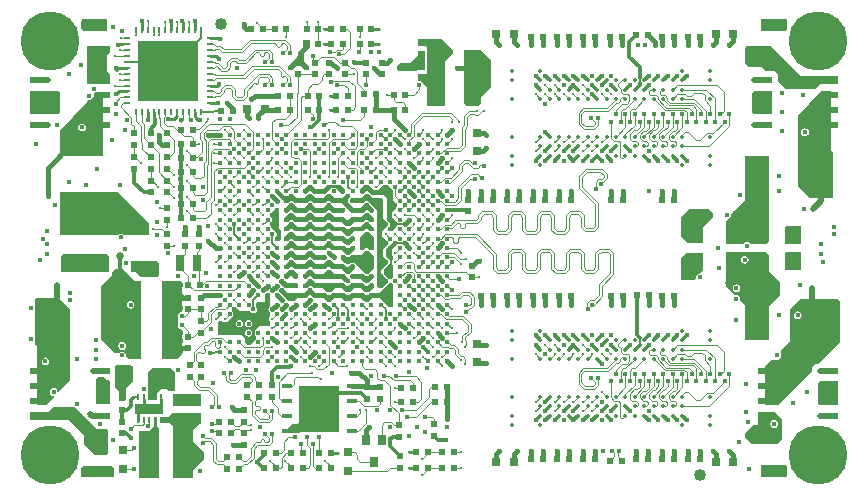
<source format=gtl>
%FSLAX44Y44*%
%MOMM*%
G71*
G01*
G75*
G04 Layer_Physical_Order=1*
G04 Layer_Color=255*
%ADD10C,0.3500*%
%ADD11R,1.6000X3.9000*%
%ADD12R,5.2000X5.2000*%
%ADD13R,0.6000X0.2500*%
%ADD14R,0.2500X0.6000*%
%ADD15R,0.5000X0.6000*%
%ADD16R,0.2500X0.5000*%
%ADD17R,2.4000X0.8400*%
%ADD18R,3.4000X4.0000*%
%ADD19R,0.9000X0.4500*%
%ADD20R,0.6000X0.5000*%
%ADD21R,0.5000X0.5000*%
%ADD22R,0.5000X0.5000*%
%ADD23R,0.8000X0.8000*%
%ADD24R,0.7500X1.4000*%
%ADD25R,0.8000X0.8000*%
%ADD26R,1.8288X3.4290*%
%ADD27R,3.4290X1.8288*%
%ADD28R,0.9000X1.6000*%
%ADD29R,1.6000X0.9000*%
%ADD30R,1.2000X0.5800*%
%ADD31C,1.0160*%
%ADD32C,0.4000*%
%ADD33C,0.6350*%
%ADD34R,0.7000X0.9000*%
%ADD35C,0.0930*%
%ADD36C,0.3000*%
%ADD37C,0.0900*%
%ADD38C,0.2500*%
%ADD39C,0.4000*%
%ADD40C,0.1010*%
%ADD41C,0.2000*%
%ADD42C,0.5000*%
%ADD43C,0.7000*%
%ADD44C,5.0000*%
%ADD45C,0.2700*%
%ADD46C,0.4500*%
G36*
X223000Y173000D02*
X223000D01*
X224000Y172000D01*
X226000Y170000D01*
X234000D01*
X235000Y169000D01*
X235000D01*
Y167000D01*
X234000Y166000D01*
X224000D01*
X219000Y171000D01*
Y173000D01*
X220000Y174000D01*
X222000D01*
X223000Y173000D01*
D02*
G37*
G36*
X298000Y242000D02*
X306000D01*
X307000Y241000D01*
Y225000D01*
X310000Y222000D01*
Y218000D01*
X306000Y214000D01*
Y210000D01*
X310000Y206000D01*
Y202000D01*
X307000Y199000D01*
Y193000D01*
X310000Y190000D01*
Y186000D01*
X305000Y181000D01*
Y179000D01*
X310000Y174000D01*
Y170000D01*
X306000Y166000D01*
X303000D01*
X302000Y167000D01*
Y232000D01*
X294000Y240000D01*
X292000D01*
X290000Y238000D01*
X280000D01*
X279000Y239000D01*
Y241000D01*
X280000Y242000D01*
X288000D01*
X291000Y245000D01*
X295000D01*
X298000Y242000D01*
D02*
G37*
G36*
X235000Y177000D02*
X235000D01*
Y175000D01*
X234000Y174000D01*
X232000D01*
X230000Y176000D01*
X228000D01*
X226000Y174000D01*
X224000D01*
X223000Y175000D01*
Y177000D01*
X227000Y181000D01*
X231000D01*
X235000Y177000D01*
D02*
G37*
G36*
X250000Y170000D02*
X274000D01*
X276000Y168000D01*
X278000D01*
X280000Y170000D01*
X290000D01*
X292000Y168000D01*
X294000D01*
X296000Y170000D01*
X298000D01*
X299000Y169000D01*
Y167000D01*
X295000Y163000D01*
X291000D01*
X288000Y166000D01*
X282000D01*
X279000Y163000D01*
X275000D01*
X272000Y166000D01*
X266000D01*
X263000Y163000D01*
X259000D01*
X256000Y166000D01*
X248000D01*
X246000Y168000D01*
X244000D01*
X242000Y166000D01*
X240000D01*
X239000Y167000D01*
Y169000D01*
X243000Y173000D01*
X247000D01*
X250000Y170000D01*
D02*
G37*
G36*
X634000Y194000D02*
Y180000D01*
X643000Y171000D01*
Y160000D01*
X634000Y151000D01*
Y122000D01*
X613000D01*
Y152000D01*
X609096Y155904D01*
X609314Y157000D01*
X609061Y158268D01*
X608343Y159343D01*
X607268Y160061D01*
X606000Y160314D01*
X604904Y160096D01*
X597000Y168000D01*
Y197000D01*
X631000D01*
X634000Y194000D01*
D02*
G37*
G36*
X211000Y161000D02*
Y150572D01*
X210657Y150343D01*
X209939Y149268D01*
X209686Y148000D01*
X209939Y146732D01*
X210657Y145657D01*
X211000Y145428D01*
Y142000D01*
X210000Y141000D01*
Y139000D01*
X211000Y138000D01*
Y135000D01*
X210000Y134000D01*
X202000D01*
Y134000D01*
X198000Y130000D01*
Y128296D01*
X197941Y128000D01*
X198000Y127704D01*
Y126000D01*
X199000Y125000D01*
Y123000D01*
X194000Y118000D01*
X192000D01*
X190000Y120000D01*
Y123000D01*
X187000Y126000D01*
X168000D01*
X167000Y127000D01*
Y137000D01*
X168000Y138000D01*
X170000D01*
X171000Y137000D01*
X175000D01*
X180000Y142000D01*
Y143705D01*
X180059Y144000D01*
X180000Y144295D01*
Y146000D01*
X179000Y147000D01*
Y149000D01*
X180000Y150000D01*
X182000D01*
X185000Y147000D01*
X193885D01*
X193939Y146732D01*
X194657Y145657D01*
X195732Y144939D01*
X197000Y144686D01*
X198268Y144939D01*
X199343Y145657D01*
X200061Y146732D01*
X200314Y148000D01*
X200061Y149268D01*
X199343Y150343D01*
X199039Y150546D01*
Y153039D01*
X200000Y154000D01*
X206000D01*
X207000Y155000D01*
Y161000D01*
X208000Y162000D01*
X210000D01*
X211000Y161000D01*
D02*
G37*
G36*
X315000Y169000D02*
Y151000D01*
X314000Y150000D01*
X312000D01*
X304000Y158000D01*
X298000D01*
X295000Y155000D01*
X291000D01*
X288000Y158000D01*
X282000D01*
X279000Y155000D01*
X275000D01*
X272000Y158000D01*
X266000D01*
X263000Y155000D01*
X259000D01*
X256000Y158000D01*
X248000D01*
X246000Y160000D01*
X244000D01*
X242000Y158000D01*
X234000D01*
X231000Y155000D01*
X227000D01*
X219000Y163000D01*
Y165000D01*
X223000D01*
X226000Y162000D01*
X240000D01*
X243000Y165000D01*
X247000D01*
X250000Y162000D01*
X258000D01*
X260000Y160000D01*
X262000D01*
X264000Y162000D01*
X274000D01*
X276000Y160000D01*
X278000D01*
X280000Y162000D01*
X290000D01*
X292000Y160000D01*
X294000D01*
X296000Y162000D01*
X304000D01*
X312000Y170000D01*
X314000D01*
X315000Y169000D01*
D02*
G37*
G36*
Y185000D02*
Y175000D01*
X314000Y174000D01*
X312000D01*
X308000Y178000D01*
X308000D01*
Y182000D01*
X312000Y186000D01*
X314000D01*
X315000Y185000D01*
D02*
G37*
G36*
X75000Y193000D02*
Y189000D01*
Y180000D01*
X34000D01*
Y193000D01*
X36000Y195000D01*
X73000D01*
X75000Y193000D01*
D02*
G37*
G36*
X661000Y181000D02*
X648000D01*
X647000Y182000D01*
Y195000D01*
Y196000D01*
X648000Y197000D01*
X661000D01*
Y181000D01*
D02*
G37*
G36*
X266000Y186000D02*
X274000D01*
Y186000D01*
X276000Y184000D01*
X278000D01*
Y184000D01*
X280000Y186000D01*
X282000D01*
X283000Y185000D01*
Y183000D01*
X282000Y182000D01*
X279000Y179000D01*
X275000D01*
X272000Y182000D01*
X264000D01*
X262000Y184000D01*
X260000D01*
X258000Y182000D01*
X248000D01*
X246000Y184000D01*
X244000D01*
X242000Y182000D01*
X232000D01*
X231000Y183000D01*
X230000Y184000D01*
X228000D01*
X226000Y182000D01*
X224000D01*
X223000Y183000D01*
Y184000D01*
Y185000D01*
X227000Y189000D01*
X231000D01*
X234000Y186000D01*
X240000D01*
X243000Y189000D01*
X247000D01*
X250000Y186000D01*
X256000D01*
X259000Y189000D01*
X263000D01*
X266000Y186000D01*
D02*
G37*
G36*
X578000Y181000D02*
X575262Y178262D01*
X575000Y178314D01*
X573732Y178061D01*
X572657Y177343D01*
X571939Y176268D01*
X571686Y175000D01*
X571738Y174738D01*
X570000Y173000D01*
X560000D01*
X559000Y174000D01*
Y191000D01*
X561000Y193000D01*
X564000Y196000D01*
X578000D01*
Y181000D01*
D02*
G37*
G36*
X117000Y187000D02*
Y178000D01*
Y177000D01*
X115000Y175000D01*
X102000D01*
X99000Y178000D01*
X97000Y180000D01*
X93000D01*
Y189000D01*
X115000D01*
X117000Y187000D01*
D02*
G37*
G36*
X299000Y177000D02*
X299000D01*
Y175000D01*
X295000Y171000D01*
X291000D01*
X288000Y174000D01*
X280000D01*
X279000Y175000D01*
Y177000D01*
X280000Y178000D01*
X290000D01*
X292000Y176000D01*
X294000D01*
X296000Y178000D01*
X298000D01*
X299000Y177000D01*
D02*
G37*
G36*
X266000Y178000D02*
X274000D01*
X279000Y173000D01*
Y171000D01*
X275000D01*
X272000Y174000D01*
X248000D01*
X246000Y176000D01*
X244000D01*
X242000Y174000D01*
X240000D01*
X239000Y175000D01*
Y177000D01*
X243000Y181000D01*
X247000D01*
X250000Y178000D01*
X256000D01*
X259000Y181000D01*
X263000D01*
X266000Y178000D01*
D02*
G37*
G36*
X136000Y172000D02*
X137000Y171000D01*
Y147000D01*
X136000Y146000D01*
X135000D01*
X133000Y144000D01*
Y133000D01*
X135000Y131000D01*
X136000D01*
X137000Y130000D01*
Y110000D01*
X133000Y106000D01*
X120000D01*
Y172000D01*
X136000D01*
Y172000D01*
D02*
G37*
G36*
X64000Y47000D02*
X73000D01*
X74000Y46000D01*
Y26000D01*
X73000Y25000D01*
X63000D01*
X54000Y34000D01*
Y41000D01*
X41000Y54000D01*
X8000D01*
Y61000D01*
X23000D01*
X27000Y65000D01*
X46000D01*
X64000Y47000D01*
D02*
G37*
G36*
X645000Y55000D02*
Y38000D01*
X641000Y34000D01*
X619000D01*
X613000Y40000D01*
Y43000D01*
X620000Y50000D01*
X623000D01*
X624000Y51000D01*
Y61000D01*
X639000D01*
X645000Y55000D01*
D02*
G37*
G36*
X238000Y45000D02*
X236000Y43000D01*
X221000D01*
Y47000D01*
X226000D01*
X230000Y51000D01*
X234000D01*
X236000Y53000D01*
X238000D01*
Y45000D01*
D02*
G37*
G36*
X649000Y15000D02*
Y7000D01*
X648000Y6000D01*
X627000D01*
Y16000D01*
X648000D01*
X649000Y15000D01*
D02*
G37*
G36*
X115000Y49000D02*
X117000Y47000D01*
Y5000D01*
X100000D01*
Y45000D01*
X109000D01*
X113000Y49000D01*
Y57000D01*
X115000D01*
Y49000D01*
D02*
G37*
G36*
X153000Y51000D02*
X151000D01*
X149000Y49000D01*
X146000Y46000D01*
Y36000D01*
X155000Y27000D01*
Y21000D01*
X146000Y12000D01*
Y5000D01*
X129000D01*
Y49000D01*
X126000Y52000D01*
X118000D01*
Y57000D01*
X125000D01*
X128000Y60000D01*
X153000D01*
Y51000D01*
D02*
G37*
G36*
X79000Y13000D02*
Y6000D01*
X51000D01*
Y13000D01*
X53000Y15000D01*
X77000D01*
X79000Y13000D01*
D02*
G37*
G36*
X153000Y66000D02*
X129000D01*
Y76000D01*
X153000D01*
Y66000D01*
D02*
G37*
G36*
X42000Y148000D02*
Y88000D01*
X32291Y77806D01*
X31881Y77887D01*
X31303Y78055D01*
X31061Y79268D01*
X30343Y80343D01*
X29268Y81061D01*
X28000Y81314D01*
X26732Y81061D01*
X25657Y80343D01*
X24939Y79268D01*
X24686Y78000D01*
X24939Y76732D01*
X25657Y75657D01*
X26732Y74939D01*
X28000Y74686D01*
X28005Y74687D01*
X28487Y73811D01*
X22000Y67000D01*
X14000D01*
Y117000D01*
X12000Y119000D01*
Y121640D01*
X12061Y121732D01*
X12314Y123000D01*
X12061Y124268D01*
X12000Y124360D01*
Y147640D01*
X12061Y147732D01*
X12314Y149000D01*
X12061Y150268D01*
X12000Y150360D01*
Y157000D01*
X13000Y158000D01*
X32000D01*
X42000Y148000D01*
D02*
G37*
G36*
X131000Y94000D02*
Y80000D01*
X130000Y79000D01*
X126000D01*
X124000Y81000D01*
X119000D01*
X115000Y77000D01*
Y71000D01*
X108000D01*
Y95000D01*
X111000Y98000D01*
X127000D01*
X131000Y94000D01*
D02*
G37*
G36*
X96000Y173000D02*
X97000Y172000D01*
X102000D01*
Y106000D01*
X92000D01*
X89262Y108738D01*
X89314Y109000D01*
X89061Y110268D01*
X88343Y111343D01*
X87268Y112061D01*
X86000Y112314D01*
X84732Y112061D01*
X83657Y111343D01*
X83428Y111000D01*
X80000D01*
X68000Y123000D01*
Y168000D01*
X77000Y177000D01*
Y179000D01*
X80000Y182000D01*
X87000D01*
X96000Y173000D01*
D02*
G37*
G36*
X94000Y100000D02*
X95000Y99000D01*
Y87000D01*
X90000Y82000D01*
X89000Y81000D01*
Y71000D01*
X83000D01*
Y79000D01*
X80000Y82000D01*
X80000D01*
Y100000D01*
X81000Y101000D01*
X93000D01*
X94000Y100000D01*
D02*
G37*
G36*
X694000Y155000D02*
Y120000D01*
X676000Y102000D01*
X673000D01*
X670000Y99000D01*
Y96000D01*
X641000Y67000D01*
X630000D01*
Y100000D01*
X635000Y105000D01*
X641000D01*
X644000Y108000D01*
Y114000D01*
X651000Y121000D01*
Y148000D01*
X660000Y157000D01*
X692000D01*
X694000Y155000D01*
D02*
G37*
G36*
X692000Y67000D02*
X677000D01*
X675000Y69000D01*
Y85000D01*
X677000Y87000D01*
X692000D01*
Y67000D01*
D02*
G37*
G36*
X73000Y88000D02*
X75000D01*
X76000Y87000D01*
Y68000D01*
X64000D01*
Y89000D01*
X66000Y91000D01*
X70000D01*
X73000Y88000D01*
D02*
G37*
G36*
X660000Y346000D02*
X692000D01*
Y339000D01*
X677000D01*
X673000Y335000D01*
X647000D01*
X641000Y341000D01*
Y347000D01*
X638000Y350000D01*
X631000D01*
X628000Y353000D01*
X617000D01*
X613000Y357000D01*
Y369000D01*
X615000Y371000D01*
X635000D01*
X660000Y346000D01*
D02*
G37*
G36*
X398000Y359000D02*
Y336000D01*
X390000Y328000D01*
Y323000D01*
X387000Y320000D01*
X378000D01*
X375000Y323000D01*
Y367000D01*
X376000Y368000D01*
X389000D01*
X398000Y359000D01*
D02*
G37*
G36*
X266000Y234000D02*
X274000D01*
X275000Y233000D01*
Y231000D01*
X274000Y230000D01*
X264000D01*
X262000Y232000D01*
X260000D01*
X258000Y230000D01*
X248000D01*
X246000Y232000D01*
X244000D01*
X242000Y230000D01*
X232000D01*
X230000Y232000D01*
X228000D01*
X226000Y230000D01*
X224000D01*
X223000Y231000D01*
Y233000D01*
X227000Y237000D01*
Y237000D01*
X231000D01*
X234000Y234000D01*
X240000D01*
X243000Y237000D01*
Y237000D01*
X247000D01*
X250000Y234000D01*
X256000D01*
X259000Y237000D01*
Y237000D01*
X263000D01*
X266000Y234000D01*
D02*
G37*
G36*
X76000Y370000D02*
Y366000D01*
X73000Y363000D01*
Y350000D01*
X76000Y347000D01*
Y339000D01*
X57000D01*
X56000Y340000D01*
Y370000D01*
X57000Y371000D01*
X75000D01*
X76000Y370000D01*
D02*
G37*
G36*
X245000D02*
X240000Y365000D01*
Y358000D01*
X244000Y354000D01*
Y351000D01*
X240000D01*
X237000Y354000D01*
X233000D01*
X230000Y351000D01*
X226000D01*
Y354000D01*
X232000Y360000D01*
X234000Y362000D01*
X235000Y363000D01*
Y366000D01*
X239000Y370000D01*
Y376000D01*
X245000D01*
Y370000D01*
D02*
G37*
G36*
X224000Y244000D02*
X226000D01*
X227000Y245000D01*
X231000D01*
X234000Y242000D01*
X240000D01*
X243000Y245000D01*
X247000D01*
X250000Y242000D01*
X256000D01*
X259000Y245000D01*
X263000D01*
X266000Y242000D01*
X272000D01*
X275000Y245000D01*
X279000D01*
Y243000D01*
X277000Y241000D01*
Y239000D01*
X282000Y234000D01*
X288000D01*
Y234000D01*
X291000Y237000D01*
X295000D01*
X299000Y233000D01*
Y231000D01*
X299000D01*
X298000Y230000D01*
X296000D01*
X294000Y232000D01*
X292000D01*
X290000Y230000D01*
X280000D01*
X272000Y238000D01*
X264000D01*
X262000Y240000D01*
X260000D01*
X258000Y238000D01*
X248000D01*
X246000Y240000D01*
X244000D01*
X242000Y238000D01*
X232000D01*
X230000Y240000D01*
X228000D01*
X226000Y238000D01*
X224000D01*
X215000Y247000D01*
Y249000D01*
X216000Y250000D01*
X218000D01*
X224000Y244000D01*
D02*
G37*
G36*
X342000Y351000D02*
X336000D01*
X335000Y350000D01*
X320000D01*
X319000Y351000D01*
Y354000D01*
X322000Y357000D01*
X330000D01*
Y357000D01*
X335000Y362000D01*
X336000Y363000D01*
Y366000D01*
Y367000D01*
X342000D01*
Y351000D01*
D02*
G37*
G36*
X70000Y331293D02*
X70000Y329350D01*
Y278000D01*
X70000Y278000D01*
X70000Y278000D01*
X70000Y278000D01*
X33000D01*
Y300000D01*
X44000Y311000D01*
X56000Y324000D01*
X57000Y325000D01*
X59000D01*
X62000Y328000D01*
Y331000D01*
X62857Y331857D01*
X63268Y331939D01*
X63360Y332000D01*
X69293D01*
X70000Y331293D01*
D02*
G37*
G36*
X636000Y313000D02*
X621000D01*
X619000Y315000D01*
Y329000D01*
Y331000D01*
X621000Y333000D01*
X636000D01*
Y313000D01*
D02*
G37*
G36*
X33000Y332000D02*
Y314000D01*
X32000Y313000D01*
X8000D01*
Y333000D01*
X32000D01*
X33000Y332000D01*
D02*
G37*
G36*
X275000Y249000D02*
X275000D01*
Y247000D01*
X274000Y246000D01*
X272000D01*
X267000Y251000D01*
X265296D01*
X265000Y251059D01*
X264704Y251000D01*
X263000D01*
X260000Y248000D01*
X258000Y246000D01*
X248000D01*
X246000Y248000D01*
X244000D01*
Y248000D01*
X242000Y246000D01*
X240000D01*
X239000Y247000D01*
Y248000D01*
Y249000D01*
X243000Y253000D01*
X247000D01*
X250000Y250000D01*
X256000D01*
X259000Y253000D01*
X264705D01*
X265000Y252941D01*
X265295Y253000D01*
X271000D01*
X275000Y249000D01*
D02*
G37*
G36*
X686000Y283000D02*
X688000Y281000D01*
Y243000D01*
X687000Y242000D01*
X668000D01*
X658000Y252000D01*
Y312000D01*
X678000Y333000D01*
X686000D01*
Y283000D01*
D02*
G37*
G36*
X315000Y249000D02*
Y241000D01*
X318000Y238000D01*
Y234000D01*
X314000Y230000D01*
Y226000D01*
X318000Y222000D01*
Y218000D01*
X314000Y214000D01*
X312000D01*
X311000Y215000D01*
X311000D01*
Y217000D01*
X313000Y219000D01*
Y221000D01*
X310000Y224000D01*
Y242000D01*
X307000Y245000D01*
X297000D01*
X294000Y248000D01*
X292000D01*
X290000Y246000D01*
X288000D01*
X287000Y247000D01*
Y249000D01*
X291000Y253000D01*
X295000D01*
X299000Y249000D01*
X303000D01*
X307000Y253000D01*
X311000D01*
X315000Y249000D01*
D02*
G37*
G36*
X366000Y368000D02*
Y365000D01*
X359000Y358000D01*
Y320000D01*
X344000D01*
Y336000D01*
X341000Y339000D01*
X340654D01*
X340561Y339468D01*
X339843Y340543D01*
X338768Y341261D01*
X337500Y341514D01*
X336232Y341261D01*
X336000Y341107D01*
Y347000D01*
X343000D01*
X344000Y348000D01*
Y370000D01*
X343000Y371000D01*
X336000D01*
Y377000D01*
X357000D01*
X366000Y368000D01*
D02*
G37*
G36*
X299000Y225000D02*
X299000D01*
Y223000D01*
X298000Y222000D01*
X296000D01*
X294000Y224000D01*
X292000D01*
Y224000D01*
X290000Y222000D01*
X282000D01*
X279000Y219000D01*
X275000D01*
X274000Y220000D01*
X272000Y222000D01*
X264000D01*
X262000Y224000D01*
Y224000D01*
X260000D01*
X258000Y222000D01*
Y222000D01*
X248000D01*
X246000Y224000D01*
X244000D01*
X242000Y222000D01*
X232000D01*
X230000Y224000D01*
Y224000D01*
X228000D01*
X226000Y222000D01*
Y222000D01*
X224000D01*
X223000Y223000D01*
Y225000D01*
X227000Y229000D01*
X231000D01*
X234000Y226000D01*
X240000D01*
X243000Y229000D01*
X247000D01*
X250000Y226000D01*
X256000D01*
X259000Y229000D01*
X263000D01*
X266000Y226000D01*
X274000D01*
X276000Y224000D01*
X278000D01*
X280000Y226000D01*
X288000D01*
X291000Y229000D01*
X295000D01*
X299000Y225000D01*
D02*
G37*
G36*
X266000Y202000D02*
X274000D01*
X276000Y200000D01*
X278000D01*
X280000Y202000D01*
X282000D01*
X283000Y201000D01*
Y199000D01*
X279000Y195000D01*
Y195000D01*
X275000D01*
X272000Y198000D01*
X264000D01*
X262000Y200000D01*
X260000D01*
X258000Y198000D01*
X248000D01*
X246000Y200000D01*
X244000D01*
X242000Y198000D01*
X232000D01*
X230000Y200000D01*
X228000D01*
X226000Y198000D01*
X224000D01*
X223000Y199000D01*
Y201000D01*
X227000Y205000D01*
X231000D01*
X234000Y202000D01*
X240000D01*
X243000Y205000D01*
X247000D01*
X250000Y202000D01*
X256000D01*
X259000Y205000D01*
X263000D01*
X266000Y202000D01*
D02*
G37*
G36*
X634000Y206000D02*
X631000Y203000D01*
X618115D01*
X618061Y203268D01*
X617343Y204343D01*
X616268Y205061D01*
X615000Y205314D01*
X613732Y205061D01*
X612657Y204343D01*
X611939Y203268D01*
X611885Y203000D01*
X597000D01*
Y223000D01*
X598857Y224857D01*
X599268Y224939D01*
X600343Y225657D01*
X601061Y226732D01*
X601314Y228000D01*
X601096Y229096D01*
X613000Y241000D01*
Y278000D01*
X634000D01*
Y206000D01*
D02*
G37*
G36*
X649000Y393000D02*
Y386000D01*
X648000Y385000D01*
Y384000D01*
X627000D01*
Y394000D01*
X648000D01*
X649000Y393000D01*
D02*
G37*
G36*
X299000Y209000D02*
Y199000D01*
X298000Y198000D01*
X296000D01*
X294000Y200000D01*
X292000D01*
X290000Y198000D01*
X288000D01*
X287000Y199000D01*
Y209000D01*
X288000Y210000D01*
X291000Y213000D01*
X295000D01*
X299000Y209000D01*
D02*
G37*
G36*
X319000Y205000D02*
Y203000D01*
X314000Y198000D01*
Y194000D01*
X315000Y193000D01*
Y191000D01*
X314000Y190000D01*
X312000D01*
X309000Y193000D01*
Y199000D01*
X316000Y206000D01*
X318000D01*
X319000Y205000D01*
D02*
G37*
G36*
X299000Y193000D02*
Y183000D01*
X295000Y179000D01*
X291000D01*
X283000Y187000D01*
X282199D01*
X282000Y187082D01*
X280000D01*
X279801Y187000D01*
X275000D01*
X271000Y191000D01*
Y193000D01*
X272000Y194000D01*
X274000D01*
X276000Y192000D01*
X278000D01*
X280000Y194000D01*
X288000D01*
X291000Y197000D01*
Y197000D01*
X295000D01*
X299000Y193000D01*
D02*
G37*
G36*
X250000Y194000D02*
X258000D01*
X259000Y193000D01*
Y191000D01*
X258000Y190000D01*
X248000D01*
X246000Y192000D01*
X244000D01*
X242000Y190000D01*
X232000D01*
X230000Y192000D01*
X228000D01*
X226000Y190000D01*
X224000D01*
X223000Y191000D01*
Y193000D01*
X227000Y197000D01*
Y197000D01*
X231000D01*
X234000Y194000D01*
X240000D01*
X243000Y197000D01*
Y197000D01*
X247000D01*
X250000Y194000D01*
D02*
G37*
G36*
X109000Y220000D02*
Y211000D01*
X87572D01*
X87343Y211343D01*
X86268Y212061D01*
X85000Y212314D01*
X83732Y212061D01*
X82657Y211343D01*
X82428Y211000D01*
X34000D01*
X33000Y212000D01*
Y247000D01*
X82000D01*
X109000Y220000D01*
D02*
G37*
G36*
X299000Y217000D02*
X299000D01*
Y215000D01*
X298000Y214000D01*
X296000D01*
X294000Y216000D01*
X292000D01*
X290000Y214000D01*
X282000D01*
X279000Y211000D01*
X275000D01*
X272000Y214000D01*
X264000D01*
X262000Y216000D01*
X260000D01*
X258000Y214000D01*
X248000D01*
X246000Y216000D01*
X244000D01*
X242000Y214000D01*
X232000D01*
X230000Y216000D01*
X228000D01*
X226000Y214000D01*
X224000D01*
X223000Y215000D01*
Y217000D01*
X227000Y221000D01*
X231000D01*
X234000Y218000D01*
X240000D01*
X243000Y221000D01*
X247000D01*
X250000Y218000D01*
X256000D01*
X259000Y221000D01*
X263000D01*
X266000Y218000D01*
X274000D01*
X276000Y216000D01*
X278000D01*
X280000Y218000D01*
X288000D01*
X291000Y221000D01*
X295000D01*
X299000Y217000D01*
D02*
G37*
G36*
X73000Y393000D02*
Y384000D01*
X53000D01*
X51000Y386000D01*
Y392000D01*
X53000Y394000D01*
X73000D01*
Y393000D01*
D02*
G37*
G36*
X266000Y210000D02*
X274000D01*
X276000Y208000D01*
Y208000D01*
X278000D01*
X280000Y210000D01*
Y210000D01*
X282000D01*
X283000Y209000D01*
Y209000D01*
Y207000D01*
X279000Y203000D01*
X275000D01*
X272000Y206000D01*
X264000D01*
X262000Y208000D01*
X260000D01*
X258000Y206000D01*
X248000D01*
X246000Y208000D01*
X244000D01*
X242000Y206000D01*
X232000D01*
X230000Y208000D01*
X228000D01*
X226000Y206000D01*
X224000D01*
X223000Y207000D01*
Y209000D01*
X227000Y213000D01*
Y213000D01*
X231000D01*
X234000Y210000D01*
X240000D01*
X243000Y213000D01*
X247000D01*
X250000Y210000D01*
X256000D01*
X259000Y213000D01*
X263000D01*
X266000Y210000D01*
D02*
G37*
G36*
X661000Y203000D02*
X648000D01*
X647000Y204000D01*
Y217000D01*
Y218000D01*
X648000Y219000D01*
X661000D01*
Y203000D01*
D02*
G37*
G36*
X586000Y230000D02*
Y226000D01*
X582000Y222000D01*
X578000Y218000D01*
Y204000D01*
X565000D01*
X559000Y210000D01*
Y226000D01*
X566000Y233000D01*
X583000D01*
X586000Y230000D01*
D02*
G37*
G36*
X219000Y233000D02*
Y216000D01*
X220000Y215000D01*
Y207000D01*
X219000Y206000D01*
X216000D01*
X215039Y206961D01*
Y209039D01*
X217000Y211000D01*
Y213000D01*
X212000Y218000D01*
Y222000D01*
X213000Y223000D01*
Y225000D01*
X212000Y226000D01*
Y230000D01*
X216000Y234000D01*
X218000D01*
X219000Y233000D01*
D02*
G37*
%LPC*%
G36*
X638000Y54314D02*
X636732Y54061D01*
X635657Y53343D01*
X634939Y52268D01*
X634686Y51000D01*
X634939Y49732D01*
X635657Y48657D01*
X636732Y47939D01*
X638000Y47686D01*
X639268Y47939D01*
X640343Y48657D01*
X641061Y49732D01*
X641314Y51000D01*
X641061Y52268D01*
X640343Y53343D01*
X639268Y54061D01*
X638000Y54314D01*
D02*
G37*
G36*
X658000Y146314D02*
X656732Y146061D01*
X655657Y145343D01*
X654939Y144268D01*
X654686Y143000D01*
X654939Y141732D01*
X655657Y140657D01*
X656732Y139939D01*
X658000Y139686D01*
X659268Y139939D01*
X660343Y140657D01*
X661061Y141732D01*
X661314Y143000D01*
X661061Y144268D01*
X660343Y145343D01*
X659268Y146061D01*
X658000Y146314D01*
D02*
G37*
G36*
X193000Y139059D02*
X191829Y138826D01*
X190837Y138163D01*
X190174Y137170D01*
X189941Y136000D01*
X190174Y134829D01*
X190837Y133837D01*
X191829Y133174D01*
X193000Y132941D01*
X194170Y133174D01*
X195163Y133837D01*
X195826Y134829D01*
X196059Y136000D01*
X195826Y137170D01*
X195163Y138163D01*
X194170Y138826D01*
X193000Y139059D01*
D02*
G37*
G36*
X93000Y155314D02*
X91732Y155061D01*
X90657Y154343D01*
X89939Y153268D01*
X89686Y152000D01*
X89939Y150732D01*
X90657Y149657D01*
X91732Y148939D01*
X93000Y148686D01*
X94268Y148939D01*
X95343Y149657D01*
X96061Y150732D01*
X96314Y152000D01*
X96061Y153268D01*
X95343Y154343D01*
X94268Y155061D01*
X93000Y155314D01*
D02*
G37*
G36*
X613000Y193314D02*
X611732Y193061D01*
X610657Y192343D01*
X609939Y191268D01*
X609686Y190000D01*
X609939Y188732D01*
X610657Y187657D01*
X611732Y186939D01*
X613000Y186686D01*
X614268Y186939D01*
X615343Y187657D01*
X616061Y188732D01*
X616314Y190000D01*
X616061Y191268D01*
X615343Y192343D01*
X614268Y193061D01*
X613000Y193314D01*
D02*
G37*
G36*
X606000Y169314D02*
X604732Y169061D01*
X603657Y168343D01*
X602939Y167268D01*
X602686Y166000D01*
X602939Y164732D01*
X603657Y163657D01*
X604732Y162939D01*
X606000Y162686D01*
X607268Y162939D01*
X608343Y163657D01*
X609061Y164732D01*
X609314Y166000D01*
X609061Y167268D01*
X608343Y168343D01*
X607268Y169061D01*
X606000Y169314D01*
D02*
G37*
G36*
X185000Y139059D02*
X183829Y138826D01*
X182837Y138163D01*
X182174Y137170D01*
X181941Y136000D01*
X182174Y134829D01*
X182837Y133837D01*
X183829Y133174D01*
X185000Y132941D01*
X186170Y133174D01*
X187163Y133837D01*
X187826Y134829D01*
X188059Y136000D01*
X187826Y137170D01*
X187163Y138163D01*
X186170Y138826D01*
X185000Y139059D01*
D02*
G37*
G36*
X664000Y301314D02*
X662732Y301061D01*
X661657Y300343D01*
X660939Y299268D01*
X660686Y298000D01*
X660939Y296732D01*
X661657Y295657D01*
X662732Y294939D01*
X664000Y294686D01*
X665268Y294939D01*
X666343Y295657D01*
X667061Y296732D01*
X667314Y298000D01*
X667061Y299268D01*
X666343Y300343D01*
X665268Y301061D01*
X664000Y301314D01*
D02*
G37*
G36*
X52000Y305314D02*
X50732Y305061D01*
X49657Y304343D01*
X48939Y303268D01*
X48686Y302000D01*
X48939Y300732D01*
X49657Y299657D01*
X50732Y298939D01*
X52000Y298686D01*
X53268Y298939D01*
X54343Y299657D01*
X55061Y300732D01*
X55314Y302000D01*
X55061Y303268D01*
X54343Y304343D01*
X53268Y305061D01*
X52000Y305314D01*
D02*
G37*
G36*
X21000Y107314D02*
X19732Y107061D01*
X18657Y106343D01*
X17939Y105268D01*
X17686Y104000D01*
X17939Y102732D01*
X18657Y101657D01*
X19732Y100939D01*
X21000Y100686D01*
X22268Y100939D01*
X23343Y101657D01*
X24061Y102732D01*
X24314Y104000D01*
X24061Y105268D01*
X23343Y106343D01*
X22268Y107061D01*
X21000Y107314D01*
D02*
G37*
G36*
X193000Y131059D02*
X191829Y130826D01*
X190837Y130163D01*
X190174Y129171D01*
X189941Y128000D01*
X190174Y126829D01*
X190837Y125837D01*
X191829Y125174D01*
X193000Y124941D01*
X194170Y125174D01*
X195163Y125837D01*
X195826Y126829D01*
X196059Y128000D01*
X195826Y129171D01*
X195163Y130163D01*
X194170Y130826D01*
X193000Y131059D01*
D02*
G37*
G36*
X86000Y120314D02*
X84732Y120061D01*
X83657Y119343D01*
X82939Y118268D01*
X82686Y117000D01*
X82939Y115732D01*
X83657Y114657D01*
X84732Y113939D01*
X86000Y113686D01*
X87268Y113939D01*
X88343Y114657D01*
X89061Y115732D01*
X89314Y117000D01*
X89061Y118268D01*
X88343Y119343D01*
X87268Y120061D01*
X86000Y120314D01*
D02*
G37*
%LPD*%
D10*
X584000Y50000D02*
D03*
Y58000D02*
D03*
Y130000D02*
D03*
Y122000D02*
D03*
X416000D02*
D03*
Y130000D02*
D03*
Y58000D02*
D03*
Y50000D02*
D03*
Y74000D02*
D03*
Y106000D02*
D03*
X584000Y74000D02*
D03*
Y106000D02*
D03*
X560000Y50000D02*
D03*
Y130000D02*
D03*
X440000D02*
D03*
Y50000D02*
D03*
Y58000D02*
D03*
X448000D02*
D03*
X456000D02*
D03*
X464000D02*
D03*
X472000D02*
D03*
X480000D02*
D03*
X488000D02*
D03*
X496000D02*
D03*
X504000D02*
D03*
X512000D02*
D03*
X520000D02*
D03*
X528000D02*
D03*
X536000D02*
D03*
X544000D02*
D03*
X552000D02*
D03*
X560000D02*
D03*
X440000Y66000D02*
D03*
X448000D02*
D03*
X456000D02*
D03*
X464000D02*
D03*
X472000D02*
D03*
X480000D02*
D03*
X488000D02*
D03*
X496000D02*
D03*
X504000D02*
D03*
X512000D02*
D03*
X520000D02*
D03*
X528000D02*
D03*
X536000D02*
D03*
X544000D02*
D03*
X552000D02*
D03*
X560000D02*
D03*
X440000Y74000D02*
D03*
X448000D02*
D03*
X456000D02*
D03*
X464000D02*
D03*
X472000D02*
D03*
X480000D02*
D03*
X488000D02*
D03*
X496000D02*
D03*
X504000D02*
D03*
X512000D02*
D03*
X520000D02*
D03*
X528000D02*
D03*
X536000D02*
D03*
X544000D02*
D03*
X552000D02*
D03*
X560000D02*
D03*
X440000Y106000D02*
D03*
X448000D02*
D03*
X456000D02*
D03*
X464000D02*
D03*
X472000D02*
D03*
X480000D02*
D03*
X488000D02*
D03*
X496000D02*
D03*
X504000D02*
D03*
X512000D02*
D03*
X520000D02*
D03*
X528000D02*
D03*
X536000D02*
D03*
X544000D02*
D03*
X552000D02*
D03*
X560000D02*
D03*
X440000Y114000D02*
D03*
X448000D02*
D03*
X456000D02*
D03*
X464000D02*
D03*
X472000D02*
D03*
X480000D02*
D03*
X488000D02*
D03*
X496000D02*
D03*
X504000D02*
D03*
X512000D02*
D03*
X520000D02*
D03*
X528000D02*
D03*
X536000D02*
D03*
X544000D02*
D03*
X552000D02*
D03*
X560000D02*
D03*
X440000Y122000D02*
D03*
X448000D02*
D03*
X456000D02*
D03*
X464000D02*
D03*
X472000D02*
D03*
X480000D02*
D03*
X488000D02*
D03*
X496000D02*
D03*
X504000D02*
D03*
X512000D02*
D03*
X520000D02*
D03*
X528000D02*
D03*
X536000D02*
D03*
X544000D02*
D03*
X552000D02*
D03*
X560000D02*
D03*
X584000Y270000D02*
D03*
Y278000D02*
D03*
Y350000D02*
D03*
Y342000D02*
D03*
X416000D02*
D03*
Y350000D02*
D03*
Y278000D02*
D03*
Y270000D02*
D03*
Y294000D02*
D03*
Y326000D02*
D03*
X584000Y294000D02*
D03*
Y326000D02*
D03*
X560000Y270000D02*
D03*
Y350000D02*
D03*
X440000D02*
D03*
Y270000D02*
D03*
Y278000D02*
D03*
X448000D02*
D03*
X456000D02*
D03*
X464000D02*
D03*
X472000D02*
D03*
X480000D02*
D03*
X488000D02*
D03*
X496000D02*
D03*
X504000D02*
D03*
X512000D02*
D03*
X520000D02*
D03*
X528000D02*
D03*
X536000D02*
D03*
X544000D02*
D03*
X552000D02*
D03*
X560000D02*
D03*
X440000Y286000D02*
D03*
X448000D02*
D03*
X456000D02*
D03*
X464000D02*
D03*
X472000D02*
D03*
X480000D02*
D03*
X488000D02*
D03*
X496000D02*
D03*
X504000D02*
D03*
X512000D02*
D03*
X520000D02*
D03*
X528000D02*
D03*
X536000D02*
D03*
X544000D02*
D03*
X552000D02*
D03*
X560000D02*
D03*
X440000Y294000D02*
D03*
X448000D02*
D03*
X456000D02*
D03*
X464000D02*
D03*
X472000D02*
D03*
X480000D02*
D03*
X488000D02*
D03*
X496000D02*
D03*
X504000D02*
D03*
X512000D02*
D03*
X520000D02*
D03*
X528000D02*
D03*
X536000D02*
D03*
X544000D02*
D03*
X552000D02*
D03*
X560000D02*
D03*
X440000Y326000D02*
D03*
X448000D02*
D03*
X456000D02*
D03*
X464000D02*
D03*
X472000D02*
D03*
X480000D02*
D03*
X488000D02*
D03*
X496000D02*
D03*
X504000D02*
D03*
X512000D02*
D03*
X520000D02*
D03*
X528000D02*
D03*
X536000D02*
D03*
X544000D02*
D03*
X552000D02*
D03*
X560000D02*
D03*
X440000Y334000D02*
D03*
X448000D02*
D03*
X456000D02*
D03*
X464000D02*
D03*
X472000D02*
D03*
X480000D02*
D03*
X488000D02*
D03*
X496000D02*
D03*
X504000D02*
D03*
X512000D02*
D03*
X520000D02*
D03*
X528000D02*
D03*
X536000D02*
D03*
X544000D02*
D03*
X552000D02*
D03*
X560000D02*
D03*
X440000Y342000D02*
D03*
X448000D02*
D03*
X456000D02*
D03*
X464000D02*
D03*
X472000D02*
D03*
X480000D02*
D03*
X488000D02*
D03*
X496000D02*
D03*
X504000D02*
D03*
X512000D02*
D03*
X520000D02*
D03*
X528000D02*
D03*
X536000D02*
D03*
X544000D02*
D03*
X552000D02*
D03*
X560000D02*
D03*
D11*
X108500Y25000D02*
D03*
X137500D02*
D03*
D12*
X125000Y350000D02*
D03*
D13*
X159900Y322500D02*
D03*
Y327500D02*
D03*
Y332500D02*
D03*
Y337500D02*
D03*
Y342500D02*
D03*
Y347500D02*
D03*
Y352500D02*
D03*
Y357500D02*
D03*
Y362500D02*
D03*
Y367500D02*
D03*
Y372500D02*
D03*
Y377500D02*
D03*
X90100D02*
D03*
Y372500D02*
D03*
Y367500D02*
D03*
Y362500D02*
D03*
Y357500D02*
D03*
Y352500D02*
D03*
Y347500D02*
D03*
Y342500D02*
D03*
Y337500D02*
D03*
Y332500D02*
D03*
Y327500D02*
D03*
Y322500D02*
D03*
D14*
X152500Y384900D02*
D03*
X147500D02*
D03*
X142500D02*
D03*
X137500D02*
D03*
X132500D02*
D03*
X127500D02*
D03*
X122500D02*
D03*
X117500D02*
D03*
X112500D02*
D03*
X107500D02*
D03*
X102500D02*
D03*
X97500D02*
D03*
Y315100D02*
D03*
X102500D02*
D03*
X107500D02*
D03*
X112500D02*
D03*
X117500D02*
D03*
X122500D02*
D03*
X127500D02*
D03*
X132500D02*
D03*
X137500D02*
D03*
X142500D02*
D03*
X147500D02*
D03*
X152500D02*
D03*
D15*
X253000Y317000D02*
D03*
X243000D02*
D03*
X351000Y82000D02*
D03*
X361000D02*
D03*
X335000Y27000D02*
D03*
X345000D02*
D03*
X325750Y329700D02*
D03*
X315750D02*
D03*
X195250Y385000D02*
D03*
X205250D02*
D03*
X267000Y317000D02*
D03*
X277000D02*
D03*
X136000Y288000D02*
D03*
X146000D02*
D03*
Y225000D02*
D03*
X136000D02*
D03*
Y251000D02*
D03*
X146000D02*
D03*
Y276000D02*
D03*
X136000D02*
D03*
X170000Y316000D02*
D03*
X180000D02*
D03*
X136000Y264000D02*
D03*
X146000D02*
D03*
Y237000D02*
D03*
X136000D02*
D03*
X142000Y169000D02*
D03*
X152000D02*
D03*
X229000Y14000D02*
D03*
X239000D02*
D03*
X522000Y160000D02*
D03*
X532000D02*
D03*
X521000Y380000D02*
D03*
X531000D02*
D03*
X361000Y70000D02*
D03*
X351000D02*
D03*
X206000Y26000D02*
D03*
X216000D02*
D03*
X146000Y300000D02*
D03*
X136000D02*
D03*
X242000Y385000D02*
D03*
X252000D02*
D03*
X215000D02*
D03*
X225000D02*
D03*
X242000Y373000D02*
D03*
X252000D02*
D03*
X499000Y20000D02*
D03*
X509000D02*
D03*
X291000Y317000D02*
D03*
X301000D02*
D03*
X297000Y385000D02*
D03*
X287000D02*
D03*
X239000Y26000D02*
D03*
X229000D02*
D03*
X253000Y329000D02*
D03*
X243000D02*
D03*
X218000Y317000D02*
D03*
X228000D02*
D03*
X228000Y329000D02*
D03*
X218000D02*
D03*
X356875Y14075D02*
D03*
X366875D02*
D03*
X357000Y27000D02*
D03*
X367000D02*
D03*
X325750Y316700D02*
D03*
X315750D02*
D03*
X277000Y329000D02*
D03*
X267000D02*
D03*
X291000Y330000D02*
D03*
X301000D02*
D03*
X273000Y385000D02*
D03*
X263000D02*
D03*
Y373000D02*
D03*
X273000D02*
D03*
X263000Y26000D02*
D03*
X253000D02*
D03*
X216000Y14000D02*
D03*
X206000D02*
D03*
X297000Y373000D02*
D03*
X287000D02*
D03*
X322125Y69850D02*
D03*
X332125D02*
D03*
X344875Y14075D02*
D03*
X334875D02*
D03*
X332125Y81725D02*
D03*
X322125D02*
D03*
X263000Y14000D02*
D03*
X253000D02*
D03*
D16*
X119000Y54500D02*
D03*
X114000D02*
D03*
X109000D02*
D03*
X104000D02*
D03*
X99000D02*
D03*
Y73500D02*
D03*
X104000D02*
D03*
X109000D02*
D03*
X114000D02*
D03*
X119000D02*
D03*
D17*
X109000Y64000D02*
D03*
D18*
X253000Y64000D02*
D03*
D19*
X280500Y83050D02*
D03*
Y70350D02*
D03*
Y57650D02*
D03*
Y44950D02*
D03*
X225500D02*
D03*
Y57650D02*
D03*
Y70350D02*
D03*
Y83050D02*
D03*
D20*
X382000Y175000D02*
D03*
Y185000D02*
D03*
X189000Y43000D02*
D03*
Y33000D02*
D03*
X124000Y224000D02*
D03*
Y234000D02*
D03*
Y212000D02*
D03*
Y202000D02*
D03*
Y247000D02*
D03*
Y257000D02*
D03*
Y267000D02*
D03*
Y277000D02*
D03*
X110000Y297000D02*
D03*
Y287000D02*
D03*
Y247000D02*
D03*
Y257000D02*
D03*
Y267000D02*
D03*
Y277000D02*
D03*
X96000Y267000D02*
D03*
Y277000D02*
D03*
Y297000D02*
D03*
Y287000D02*
D03*
X153000Y138000D02*
D03*
Y128000D02*
D03*
X124000Y287000D02*
D03*
Y297000D02*
D03*
X304000Y72000D02*
D03*
Y82000D02*
D03*
X213000Y74000D02*
D03*
Y84000D02*
D03*
X321000Y24000D02*
D03*
Y14000D02*
D03*
X320000Y50000D02*
D03*
Y40000D02*
D03*
X86000Y53000D02*
D03*
Y43000D02*
D03*
Y63000D02*
D03*
Y73000D02*
D03*
X292000Y347000D02*
D03*
Y357000D02*
D03*
X261000Y347000D02*
D03*
Y357000D02*
D03*
X379000Y241000D02*
D03*
Y231000D02*
D03*
X275000Y357000D02*
D03*
Y347000D02*
D03*
X249000D02*
D03*
Y357000D02*
D03*
X235000Y357000D02*
D03*
Y347000D02*
D03*
X350000Y51000D02*
D03*
Y41000D02*
D03*
X189000Y63000D02*
D03*
Y53000D02*
D03*
X153000Y158000D02*
D03*
Y148000D02*
D03*
D21*
X175000Y13000D02*
D03*
X185000D02*
D03*
Y23000D02*
D03*
X175000D02*
D03*
X432000Y379000D02*
D03*
X442000D02*
D03*
X500000Y159000D02*
D03*
X510000D02*
D03*
X509000Y379000D02*
D03*
X499000D02*
D03*
X500000Y241000D02*
D03*
X510000D02*
D03*
X442000Y21000D02*
D03*
X432000D02*
D03*
X464000D02*
D03*
X454000D02*
D03*
X476000D02*
D03*
X486000D02*
D03*
X543000D02*
D03*
X553000D02*
D03*
X476000Y379000D02*
D03*
X486000D02*
D03*
X565000D02*
D03*
X575000D02*
D03*
X454000D02*
D03*
X464000D02*
D03*
X543000D02*
D03*
X553000D02*
D03*
X390000Y241000D02*
D03*
X400000D02*
D03*
X422000D02*
D03*
X412000D02*
D03*
X575000Y21000D02*
D03*
X565000D02*
D03*
X543000Y159000D02*
D03*
X553000D02*
D03*
X456000D02*
D03*
X466000D02*
D03*
X422000D02*
D03*
X412000D02*
D03*
X434000D02*
D03*
X444000D02*
D03*
X400000D02*
D03*
X390000D02*
D03*
X434000Y241000D02*
D03*
X444000D02*
D03*
X543000D02*
D03*
X553000D02*
D03*
X456000D02*
D03*
X466000D02*
D03*
X178000Y43000D02*
D03*
X168000D02*
D03*
X168000Y53000D02*
D03*
X178000D02*
D03*
X531000Y21000D02*
D03*
X521000D02*
D03*
D22*
X192000Y84000D02*
D03*
Y74000D02*
D03*
X202000D02*
D03*
Y84000D02*
D03*
X143000Y101000D02*
D03*
Y91000D02*
D03*
X153000Y101000D02*
D03*
Y91000D02*
D03*
X142000Y125000D02*
D03*
Y115000D02*
D03*
Y158000D02*
D03*
Y148000D02*
D03*
X339000Y354000D02*
D03*
Y344000D02*
D03*
Y374000D02*
D03*
Y364000D02*
D03*
X151000Y212000D02*
D03*
Y202000D02*
D03*
X139000D02*
D03*
Y212000D02*
D03*
X293000Y82000D02*
D03*
Y72000D02*
D03*
X306000Y347000D02*
D03*
Y357000D02*
D03*
D23*
X191500Y318000D02*
D03*
X206500D02*
D03*
X417500Y19000D02*
D03*
X402500D02*
D03*
X603500D02*
D03*
X588500D02*
D03*
X417500Y381000D02*
D03*
X402500D02*
D03*
X603500D02*
D03*
X588500D02*
D03*
D24*
X149250Y187000D02*
D03*
X134750D02*
D03*
D25*
X87000Y13000D02*
D03*
Y29000D02*
D03*
X277000Y11000D02*
D03*
Y27000D02*
D03*
X386000Y118500D02*
D03*
Y103500D02*
D03*
Y297500D02*
D03*
Y282500D02*
D03*
X133000Y70500D02*
D03*
Y55500D02*
D03*
X149000D02*
D03*
Y70500D02*
D03*
D26*
X22314Y140000D02*
D03*
X77686D02*
D03*
X677686Y260000D02*
D03*
X622314D02*
D03*
X677686Y140000D02*
D03*
X622314D02*
D03*
D27*
X50000Y287686D02*
D03*
Y232314D02*
D03*
D28*
X382500Y328000D02*
D03*
X351500D02*
D03*
Y354000D02*
D03*
X382500D02*
D03*
X128500Y139000D02*
D03*
X97500D02*
D03*
Y164000D02*
D03*
X128500D02*
D03*
Y114000D02*
D03*
X97500D02*
D03*
X116500Y90000D02*
D03*
X85500D02*
D03*
X601500Y212000D02*
D03*
X570500D02*
D03*
X656500Y211000D02*
D03*
X625500D02*
D03*
Y189000D02*
D03*
X656500D02*
D03*
X570500Y187000D02*
D03*
X601500D02*
D03*
D29*
X65000Y10500D02*
D03*
Y41500D02*
D03*
Y357500D02*
D03*
Y388500D02*
D03*
X67000Y215500D02*
D03*
Y184500D02*
D03*
X42000D02*
D03*
Y215500D02*
D03*
X635000Y389500D02*
D03*
Y358500D02*
D03*
Y41500D02*
D03*
Y10500D02*
D03*
X101000Y184500D02*
D03*
Y215500D02*
D03*
D30*
X14000Y96050D02*
D03*
Y83350D02*
D03*
Y70650D02*
D03*
Y57950D02*
D03*
X70000Y96050D02*
D03*
Y83350D02*
D03*
Y70650D02*
D03*
Y57950D02*
D03*
Y303950D02*
D03*
Y316650D02*
D03*
Y329350D02*
D03*
Y342050D02*
D03*
X14000Y303950D02*
D03*
Y316650D02*
D03*
Y329350D02*
D03*
Y342050D02*
D03*
X686000Y303950D02*
D03*
Y316650D02*
D03*
Y329350D02*
D03*
Y342050D02*
D03*
X630000Y303950D02*
D03*
Y316650D02*
D03*
Y329350D02*
D03*
Y342050D02*
D03*
Y96050D02*
D03*
Y83350D02*
D03*
Y70650D02*
D03*
Y57950D02*
D03*
X686000Y96050D02*
D03*
Y83350D02*
D03*
Y70650D02*
D03*
Y57950D02*
D03*
D31*
X170000Y390000D02*
D03*
X575000Y8000D02*
D03*
D32*
X361000Y296000D02*
D03*
X353000D02*
D03*
X345000D02*
D03*
X337000D02*
D03*
X329000D02*
D03*
X321000D02*
D03*
X313000D02*
D03*
X305000D02*
D03*
X297000D02*
D03*
X289000D02*
D03*
X281000D02*
D03*
X273000D02*
D03*
X265000D02*
D03*
X257000D02*
D03*
X249000D02*
D03*
X241000D02*
D03*
X233000D02*
D03*
X225000D02*
D03*
X217000D02*
D03*
X209000D02*
D03*
X201000D02*
D03*
X193000D02*
D03*
X185000D02*
D03*
X177000D02*
D03*
X169000D02*
D03*
X361000Y288000D02*
D03*
X353000D02*
D03*
X345000D02*
D03*
X337000D02*
D03*
X329000D02*
D03*
X321000D02*
D03*
X313000D02*
D03*
X305000D02*
D03*
X297000D02*
D03*
X289000D02*
D03*
X281000D02*
D03*
X273000D02*
D03*
X265000D02*
D03*
X257000D02*
D03*
X249000D02*
D03*
X241000D02*
D03*
X233000D02*
D03*
X225000D02*
D03*
X217000D02*
D03*
X209000D02*
D03*
X201000D02*
D03*
X193000D02*
D03*
X185000D02*
D03*
X177000D02*
D03*
X169000D02*
D03*
X361000Y280000D02*
D03*
X353000D02*
D03*
X345000D02*
D03*
X337000D02*
D03*
X329000D02*
D03*
X321000D02*
D03*
X313000D02*
D03*
X305000D02*
D03*
X297000D02*
D03*
X289000D02*
D03*
X281000D02*
D03*
X273000D02*
D03*
X265000D02*
D03*
X257000D02*
D03*
X249000D02*
D03*
X241000D02*
D03*
X233000D02*
D03*
X225000D02*
D03*
X217000D02*
D03*
X209000D02*
D03*
X201000D02*
D03*
X193000D02*
D03*
X185000D02*
D03*
X177000D02*
D03*
X169000D02*
D03*
X361000Y272000D02*
D03*
X353000D02*
D03*
X345000D02*
D03*
X337000D02*
D03*
X329000D02*
D03*
X321000D02*
D03*
X313000D02*
D03*
X305000D02*
D03*
X297000D02*
D03*
X289000D02*
D03*
X281000D02*
D03*
X273000D02*
D03*
X265000D02*
D03*
X257000D02*
D03*
X249000D02*
D03*
X241000D02*
D03*
X233000D02*
D03*
X225000D02*
D03*
X217000D02*
D03*
X209000D02*
D03*
X201000D02*
D03*
X193000D02*
D03*
X185000D02*
D03*
X177000D02*
D03*
X169000D02*
D03*
X361000Y264000D02*
D03*
X353000D02*
D03*
X345000D02*
D03*
X337000D02*
D03*
X329000D02*
D03*
X321000D02*
D03*
X313000D02*
D03*
X305000D02*
D03*
X297000D02*
D03*
X289000D02*
D03*
X281000D02*
D03*
X273000D02*
D03*
X265000D02*
D03*
X257000D02*
D03*
X249000D02*
D03*
X241000D02*
D03*
X233000D02*
D03*
X225000D02*
D03*
X217000D02*
D03*
X209000D02*
D03*
X201000D02*
D03*
X193000D02*
D03*
X185000D02*
D03*
X177000D02*
D03*
X169000D02*
D03*
X361000Y256000D02*
D03*
X353000D02*
D03*
X345000D02*
D03*
X337000D02*
D03*
X329000D02*
D03*
X321000D02*
D03*
X313000D02*
D03*
X305000D02*
D03*
X297000D02*
D03*
X289000D02*
D03*
X281000D02*
D03*
X273000D02*
D03*
X265000D02*
D03*
X257000D02*
D03*
X249000D02*
D03*
X241000D02*
D03*
X233000D02*
D03*
X225000D02*
D03*
X217000D02*
D03*
X209000D02*
D03*
X201000D02*
D03*
X193000D02*
D03*
X185000D02*
D03*
X177000D02*
D03*
X169000D02*
D03*
X361000Y248000D02*
D03*
X353000D02*
D03*
X345000D02*
D03*
X337000D02*
D03*
X329000D02*
D03*
X321000D02*
D03*
X313000D02*
D03*
X305000D02*
D03*
X297000D02*
D03*
X289000D02*
D03*
X281000D02*
D03*
X273000D02*
D03*
X265000D02*
D03*
X257000D02*
D03*
X249000D02*
D03*
X241000D02*
D03*
X233000D02*
D03*
X225000D02*
D03*
X217000D02*
D03*
X209000D02*
D03*
X201000D02*
D03*
X193000D02*
D03*
X185000D02*
D03*
X177000D02*
D03*
X169000D02*
D03*
X361000Y240000D02*
D03*
X353000D02*
D03*
X345000D02*
D03*
X337000D02*
D03*
X329000D02*
D03*
X321000D02*
D03*
X313000D02*
D03*
X305000D02*
D03*
X297000D02*
D03*
X289000D02*
D03*
X281000D02*
D03*
X273000D02*
D03*
X265000D02*
D03*
X257000D02*
D03*
X249000D02*
D03*
X241000D02*
D03*
X233000D02*
D03*
X225000D02*
D03*
X217000D02*
D03*
X209000D02*
D03*
X201000D02*
D03*
X193000D02*
D03*
X185000D02*
D03*
X177000D02*
D03*
X169000D02*
D03*
X361000Y232000D02*
D03*
X353000D02*
D03*
X345000D02*
D03*
X337000D02*
D03*
X329000D02*
D03*
X321000D02*
D03*
X313000D02*
D03*
X305000D02*
D03*
X297000D02*
D03*
X289000D02*
D03*
X281000D02*
D03*
X273000D02*
D03*
X265000D02*
D03*
X257000D02*
D03*
X249000D02*
D03*
X241000D02*
D03*
X233000D02*
D03*
X225000D02*
D03*
X217000D02*
D03*
X209000D02*
D03*
X201000D02*
D03*
X193000D02*
D03*
X185000D02*
D03*
X177000D02*
D03*
X169000D02*
D03*
X361000Y224000D02*
D03*
X353000D02*
D03*
X345000D02*
D03*
X337000D02*
D03*
X329000D02*
D03*
X321000D02*
D03*
X313000D02*
D03*
X305000D02*
D03*
X297000D02*
D03*
X289000D02*
D03*
X281000D02*
D03*
X273000D02*
D03*
X265000D02*
D03*
X257000D02*
D03*
X249000D02*
D03*
X241000D02*
D03*
X233000D02*
D03*
X225000D02*
D03*
X217000D02*
D03*
X209000D02*
D03*
X201000D02*
D03*
X193000D02*
D03*
X185000D02*
D03*
X177000D02*
D03*
X169000D02*
D03*
X361000Y216000D02*
D03*
X353000D02*
D03*
X345000D02*
D03*
X337000D02*
D03*
X329000D02*
D03*
X321000D02*
D03*
X313000D02*
D03*
X305000D02*
D03*
X297000D02*
D03*
X289000D02*
D03*
X281000D02*
D03*
X273000D02*
D03*
X265000D02*
D03*
X257000D02*
D03*
X249000D02*
D03*
X241000D02*
D03*
X233000D02*
D03*
X225000D02*
D03*
X217000D02*
D03*
X209000D02*
D03*
X201000D02*
D03*
X193000D02*
D03*
X185000D02*
D03*
X177000D02*
D03*
X169000D02*
D03*
X361000Y208000D02*
D03*
X353000D02*
D03*
X345000D02*
D03*
X337000D02*
D03*
X329000D02*
D03*
X321000D02*
D03*
X313000D02*
D03*
X305000D02*
D03*
X297000D02*
D03*
X289000D02*
D03*
X281000D02*
D03*
X273000D02*
D03*
X265000D02*
D03*
X257000D02*
D03*
X249000D02*
D03*
X241000D02*
D03*
X233000D02*
D03*
X225000D02*
D03*
X217000D02*
D03*
X209000D02*
D03*
X201000D02*
D03*
X193000D02*
D03*
X185000D02*
D03*
X177000D02*
D03*
X169000D02*
D03*
X361000Y200000D02*
D03*
X353000D02*
D03*
X345000D02*
D03*
X337000D02*
D03*
X329000D02*
D03*
X321000D02*
D03*
X313000D02*
D03*
X305000D02*
D03*
X297000D02*
D03*
X289000D02*
D03*
X281000D02*
D03*
X273000D02*
D03*
X265000D02*
D03*
X257000D02*
D03*
X249000D02*
D03*
X241000D02*
D03*
X233000D02*
D03*
X225000D02*
D03*
X217000D02*
D03*
X209000D02*
D03*
X201000D02*
D03*
X193000D02*
D03*
X185000D02*
D03*
X177000D02*
D03*
X169000D02*
D03*
X361000Y192000D02*
D03*
X353000D02*
D03*
X345000D02*
D03*
X337000D02*
D03*
X329000D02*
D03*
X321000D02*
D03*
X313000D02*
D03*
X305000D02*
D03*
X297000D02*
D03*
X289000D02*
D03*
X281000D02*
D03*
X273000D02*
D03*
X265000D02*
D03*
X257000D02*
D03*
X249000D02*
D03*
X241000D02*
D03*
X233000D02*
D03*
X225000D02*
D03*
X217000D02*
D03*
X209000D02*
D03*
X201000D02*
D03*
X193000D02*
D03*
X185000D02*
D03*
X177000D02*
D03*
X169000D02*
D03*
X361000Y184000D02*
D03*
X353000D02*
D03*
X345000D02*
D03*
X337000D02*
D03*
X329000D02*
D03*
X321000D02*
D03*
X313000D02*
D03*
X305000D02*
D03*
X297000D02*
D03*
X289000D02*
D03*
X281000D02*
D03*
X273000D02*
D03*
X265000D02*
D03*
X257000D02*
D03*
X249000D02*
D03*
X241000D02*
D03*
X233000D02*
D03*
X225000D02*
D03*
X217000D02*
D03*
X209000D02*
D03*
X201000D02*
D03*
X193000D02*
D03*
X185000D02*
D03*
X177000D02*
D03*
X169000D02*
D03*
X361000Y176000D02*
D03*
X353000D02*
D03*
X345000D02*
D03*
X337000D02*
D03*
X329000D02*
D03*
X321000D02*
D03*
X313000D02*
D03*
X305000D02*
D03*
X297000D02*
D03*
X289000D02*
D03*
X281000D02*
D03*
X273000D02*
D03*
X265000D02*
D03*
X257000D02*
D03*
X249000D02*
D03*
X241000D02*
D03*
X233000D02*
D03*
X225000D02*
D03*
X217000D02*
D03*
X209000D02*
D03*
X201000D02*
D03*
X193000D02*
D03*
X185000D02*
D03*
X177000D02*
D03*
X169000D02*
D03*
X361000Y168000D02*
D03*
X353000D02*
D03*
X345000D02*
D03*
X337000D02*
D03*
X329000D02*
D03*
X321000D02*
D03*
X313000D02*
D03*
X305000D02*
D03*
X297000D02*
D03*
X289000D02*
D03*
X281000D02*
D03*
X273000D02*
D03*
X265000D02*
D03*
X257000D02*
D03*
X249000D02*
D03*
X241000D02*
D03*
X233000D02*
D03*
X225000D02*
D03*
X217000D02*
D03*
X209000D02*
D03*
X201000D02*
D03*
X193000D02*
D03*
X185000D02*
D03*
X177000D02*
D03*
X169000D02*
D03*
X361000Y160000D02*
D03*
X353000D02*
D03*
X345000D02*
D03*
X337000D02*
D03*
X329000D02*
D03*
X321000D02*
D03*
X313000D02*
D03*
X305000D02*
D03*
X297000D02*
D03*
X289000D02*
D03*
X281000D02*
D03*
X273000D02*
D03*
X265000D02*
D03*
X257000D02*
D03*
X249000D02*
D03*
X241000D02*
D03*
X233000D02*
D03*
X225000D02*
D03*
X217000D02*
D03*
X209000D02*
D03*
X201000D02*
D03*
X193000D02*
D03*
X185000D02*
D03*
X177000D02*
D03*
X169000D02*
D03*
X361000Y152000D02*
D03*
X353000D02*
D03*
X345000D02*
D03*
X337000D02*
D03*
X329000D02*
D03*
X321000D02*
D03*
X313000D02*
D03*
X305000D02*
D03*
X297000D02*
D03*
X289000D02*
D03*
X281000D02*
D03*
X273000D02*
D03*
X265000D02*
D03*
X257000D02*
D03*
X249000D02*
D03*
X241000D02*
D03*
X233000D02*
D03*
X225000D02*
D03*
X217000D02*
D03*
X209000D02*
D03*
X201000D02*
D03*
X193000D02*
D03*
X185000D02*
D03*
X177000D02*
D03*
X169000D02*
D03*
X361000Y144000D02*
D03*
X353000D02*
D03*
X345000D02*
D03*
X337000D02*
D03*
X329000D02*
D03*
X321000D02*
D03*
X313000D02*
D03*
X305000D02*
D03*
X297000D02*
D03*
X289000D02*
D03*
X281000D02*
D03*
X273000D02*
D03*
X265000D02*
D03*
X257000D02*
D03*
X249000D02*
D03*
X241000D02*
D03*
X233000D02*
D03*
X225000D02*
D03*
X217000D02*
D03*
X209000D02*
D03*
X201000D02*
D03*
X193000D02*
D03*
X185000D02*
D03*
X177000D02*
D03*
X169000D02*
D03*
X361000Y136000D02*
D03*
X353000D02*
D03*
X345000D02*
D03*
X337000D02*
D03*
X329000D02*
D03*
X321000D02*
D03*
X313000D02*
D03*
X305000D02*
D03*
X297000D02*
D03*
X289000D02*
D03*
X281000D02*
D03*
X273000D02*
D03*
X265000D02*
D03*
X257000D02*
D03*
X249000D02*
D03*
X241000D02*
D03*
X233000D02*
D03*
X225000D02*
D03*
X217000D02*
D03*
X209000D02*
D03*
X201000D02*
D03*
X193000D02*
D03*
X185000D02*
D03*
X177000D02*
D03*
X169000D02*
D03*
X361000Y128000D02*
D03*
X353000D02*
D03*
X345000D02*
D03*
X337000D02*
D03*
X329000D02*
D03*
X321000D02*
D03*
X313000D02*
D03*
X305000D02*
D03*
X297000D02*
D03*
X289000D02*
D03*
X281000D02*
D03*
X273000D02*
D03*
X265000D02*
D03*
X257000D02*
D03*
X249000D02*
D03*
X241000D02*
D03*
X233000D02*
D03*
X225000D02*
D03*
X217000D02*
D03*
X209000D02*
D03*
X201000D02*
D03*
X193000D02*
D03*
X185000D02*
D03*
X177000D02*
D03*
X169000D02*
D03*
X361000Y120000D02*
D03*
X353000D02*
D03*
X345000D02*
D03*
X337000D02*
D03*
X329000D02*
D03*
X321000D02*
D03*
X313000D02*
D03*
X305000D02*
D03*
X297000D02*
D03*
X289000D02*
D03*
X281000D02*
D03*
X273000D02*
D03*
X265000D02*
D03*
X257000D02*
D03*
X249000D02*
D03*
X241000D02*
D03*
X233000D02*
D03*
X225000D02*
D03*
X217000D02*
D03*
X209000D02*
D03*
X201000D02*
D03*
X193000D02*
D03*
X185000D02*
D03*
X177000D02*
D03*
X169000D02*
D03*
X361000Y112000D02*
D03*
X353000D02*
D03*
X345000D02*
D03*
X337000D02*
D03*
X329000D02*
D03*
X321000D02*
D03*
X313000D02*
D03*
X305000D02*
D03*
X297000D02*
D03*
X289000D02*
D03*
X281000D02*
D03*
X273000D02*
D03*
X265000D02*
D03*
X257000D02*
D03*
X249000D02*
D03*
X241000D02*
D03*
X233000D02*
D03*
X225000D02*
D03*
X217000D02*
D03*
X209000D02*
D03*
X201000D02*
D03*
X193000D02*
D03*
X185000D02*
D03*
X177000D02*
D03*
X169000D02*
D03*
X361000Y104000D02*
D03*
X353000D02*
D03*
X345000D02*
D03*
X337000D02*
D03*
X329000D02*
D03*
X321000D02*
D03*
X313000D02*
D03*
X305000D02*
D03*
X297000D02*
D03*
X289000D02*
D03*
X281000D02*
D03*
X273000D02*
D03*
X265000D02*
D03*
X257000D02*
D03*
X249000D02*
D03*
X241000D02*
D03*
X233000D02*
D03*
X225000D02*
D03*
X217000D02*
D03*
X209000D02*
D03*
X201000D02*
D03*
X193000D02*
D03*
X185000D02*
D03*
X177000D02*
D03*
D33*
X152000Y24000D02*
D03*
X84000Y193000D02*
D03*
X94000Y229000D02*
D03*
X606000D02*
D03*
X600000Y170000D02*
D03*
X568000Y229000D02*
D03*
D34*
X305500Y37500D02*
D03*
X292500D02*
D03*
X299000Y18500D02*
D03*
D35*
X382000Y175000D02*
X388000D01*
X146500Y276500D02*
X147000Y277000D01*
X146000Y276000D02*
X146500Y276500D01*
X146500Y276500D01*
X147000Y276000D01*
X146000D02*
Y277000D01*
X141000Y282000D02*
X146000Y277000D01*
X147000Y277000D02*
X149697D01*
X146500Y276500D02*
X146500D01*
X93750Y305250D02*
X96000Y303000D01*
X93750Y305250D02*
Y310250D01*
X85000Y319000D02*
X93750Y310250D01*
X333000Y172000D02*
Y178000D01*
X331000Y180000D02*
X333000Y178000D01*
X326000Y180000D02*
X331000D01*
X335000D02*
X377000D01*
X333000Y182000D02*
X335000Y180000D01*
X333000Y182000D02*
Y186000D01*
X331000Y188000D02*
X333000Y186000D01*
X117750Y303250D02*
Y309803D01*
X117500Y310053D02*
X117750Y309803D01*
X136000Y297000D02*
X138000Y295000D01*
X136000Y297000D02*
Y300000D01*
X132000D02*
X136000D01*
X129000Y303000D02*
X132000Y300000D01*
X124000Y303000D02*
X129000D01*
X121250Y305750D02*
X124000Y303000D01*
X121250Y305750D02*
Y310553D01*
X122500Y311803D01*
Y315100D01*
X267550Y367550D02*
X271750D01*
X265800Y365800D02*
X267550Y367550D01*
X261875Y365800D02*
X265800D01*
X270622Y357000D02*
X275000D01*
X265622Y362000D02*
X270622Y357000D01*
X254000Y362000D02*
X265622D01*
X249000Y357000D02*
X254000Y362000D01*
X242500Y33377D02*
X245000Y30877D01*
Y16000D02*
Y30877D01*
X243000Y14000D02*
X245000Y16000D01*
X320000Y50000D02*
Y60247D01*
X313000Y67247D02*
X320000Y60247D01*
X313000Y67247D02*
Y83000D01*
X307950Y88050D02*
X313000Y83000D01*
X304050Y88050D02*
X307950D01*
X142000Y169000D02*
X147000Y164000D01*
X142000Y169000D02*
Y176000D01*
X136750Y181250D02*
X142000Y176000D01*
X134750Y187000D02*
Y190750D01*
X136750Y192750D01*
X134750Y183250D02*
Y187000D01*
Y183250D02*
X136750Y181250D01*
X139000Y200000D02*
Y202000D01*
X261000Y294000D02*
Y300000D01*
X213000Y292000D02*
X217000Y288000D01*
X189000Y108000D02*
X203000D01*
X207000Y116000D02*
X213000D01*
X205000Y118000D02*
Y124000D01*
X203000Y116000D02*
X205000Y118000D01*
X189000Y116000D02*
X203000D01*
X142000Y126000D02*
X143000D01*
X149000Y128000D02*
X153000D01*
X146000Y125000D02*
X149000Y128000D01*
X142000Y125000D02*
X146000D01*
X287000Y379000D02*
Y385000D01*
X287000Y379000D02*
X287000Y379000D01*
X124000Y234000D02*
X124000Y234000D01*
X118000Y234000D02*
X124000D01*
X292000Y347000D02*
X292500Y346500D01*
Y338200D02*
Y346500D01*
X147000Y225000D02*
X157000D01*
X141000Y231000D02*
X147000Y225000D01*
X146000Y237000D02*
Y238000D01*
X141000Y243000D02*
X146000Y238000D01*
X107500Y384900D02*
Y392000D01*
X97500Y380500D02*
Y384900D01*
X181000Y276000D02*
X185000Y272000D01*
Y280000D02*
X189000Y276000D01*
X156750Y273447D02*
Y291000D01*
X155000Y271697D02*
X156750Y273447D01*
X155250Y292500D02*
X156750Y291000D01*
X149697Y277000D02*
X153850Y281153D01*
Y290180D01*
X152000Y292031D02*
X153850Y290180D01*
X152000Y297132D02*
X159868Y305000D01*
X152000Y292031D02*
Y297132D01*
X157000Y225000D02*
X161000Y229000D01*
Y238000D01*
X164000Y241000D02*
Y265000D01*
X161000Y238000D02*
X164000Y241000D01*
X157750Y247750D02*
Y270000D01*
X155000Y245000D02*
X157750Y247750D01*
X153000Y259000D02*
X155000Y261000D01*
X148000Y259000D02*
X153000D01*
X146000Y233000D02*
Y237000D01*
Y233000D02*
X148000Y231000D01*
X157000Y233000D02*
Y238697D01*
X161150Y242847D02*
Y281572D01*
X157000Y238697D02*
X161150Y242847D01*
X148000Y231000D02*
X155000D01*
X157000Y233000D01*
X158750Y271000D02*
Y289750D01*
X148000Y245000D02*
X155000D01*
X157750Y270000D02*
X158750Y271000D01*
X155000Y261000D02*
Y271697D01*
X161000Y292000D02*
X176000D01*
X158750Y289750D02*
X161000Y292000D01*
X197000Y284000D02*
Y298000D01*
X190000Y305000D02*
X197000Y298000D01*
X159868Y305000D02*
X190000D01*
X177000Y288000D02*
X177000Y288000D01*
Y291000D01*
X176000Y292000D02*
X177000Y291000D01*
X161150Y281572D02*
X163578Y284000D01*
X176000D01*
X177000Y283000D01*
Y280000D02*
Y283000D01*
X146000Y251000D02*
Y252000D01*
Y247000D02*
Y251000D01*
X141000Y257000D02*
X146000Y252000D01*
Y247000D02*
X148000Y245000D01*
X141000Y270000D02*
X146000Y265000D01*
Y261000D02*
X148000Y259000D01*
X146000Y261000D02*
Y265000D01*
X171000Y303000D02*
X177000D01*
X168000Y300000D02*
X171000Y303000D01*
X155250Y297553D02*
X157697Y300000D01*
X168000D01*
X155250Y292500D02*
Y297553D01*
X333000Y196000D02*
X337000Y192000D01*
X345000Y280000D02*
X349000Y284000D01*
X236960Y254000D02*
Y274000D01*
X247500Y309550D02*
Y312500D01*
X243000Y317000D02*
X247500Y312500D01*
X282500Y352050D02*
X285000Y349550D01*
X279950Y352050D02*
X282500D01*
X275000Y357000D02*
X279950Y352050D01*
X268125Y337925D02*
X274125D01*
X225000Y296000D02*
X237500Y308500D01*
X272500Y308200D02*
X287200D01*
X361000Y272000D02*
X365000Y276000D01*
X276000Y347000D02*
X281950D01*
X282000Y347050D01*
X218400Y73025D02*
X221075Y70350D01*
X225500D01*
X312825Y14000D02*
X321000D01*
X309825Y11000D02*
X312825Y14000D01*
X289000Y99970D02*
X291820Y97150D01*
X289000Y99970D02*
Y104000D01*
X146000Y289000D02*
Y293000D01*
X138000Y295000D02*
X144000D01*
X146000Y293000D01*
Y288000D02*
X151000D01*
X181000Y292000D02*
Y299000D01*
X177000Y303000D02*
X181000Y299000D01*
X151000Y301000D02*
X155000Y305000D01*
X155000D02*
X159000Y309000D01*
X155000Y305000D02*
X155000D01*
X146000Y301000D02*
X151000D01*
X125000Y257000D02*
X130000Y252000D01*
X124000Y257000D02*
X125000D01*
Y267000D02*
X130000Y262000D01*
X124000Y267000D02*
X125000D01*
X124000Y247000D02*
X125000D01*
X130000Y242000D01*
Y281000D02*
Y291000D01*
X124000Y297000D02*
X130000Y291000D01*
X117000Y264000D02*
X124000Y257000D01*
X117000Y264000D02*
Y280000D01*
X110000Y287000D02*
X117000Y280000D01*
X110000Y258000D02*
Y267000D01*
Y258000D02*
X110000D01*
X116000Y252000D01*
X217000Y272000D02*
X221000Y268000D01*
X169000Y248000D02*
X173000Y252000D01*
X193000Y280000D02*
X197000Y284000D01*
X177000Y272000D02*
Y272000D01*
X173000Y276000D02*
X177000Y272000D01*
X193000Y264000D02*
X197000Y260000D01*
X193000Y264000D02*
X193000D01*
X181000Y260000D02*
X185000Y264000D01*
X164000Y272000D02*
X169000D01*
X164000Y288000D02*
X169000D01*
X309000Y292000D02*
Y292000D01*
X305000Y296000D02*
X309000Y292000D01*
X277000Y276000D02*
X281000Y272000D01*
X269000Y260000D02*
Y276000D01*
X273000Y280000D01*
X102500Y306500D02*
X104250Y304750D01*
Y292750D02*
X110000Y287000D01*
X104250Y292750D02*
Y304750D01*
X164000Y280000D02*
X164000Y280000D01*
X169000D01*
X285000Y252000D02*
Y266000D01*
X283000Y268000D02*
X285000Y266000D01*
X277000Y268000D02*
X283000D01*
X225000Y264000D02*
X229000Y260000D01*
X225000Y264000D02*
Y264000D01*
X321000Y176000D02*
X322000D01*
X326000Y180000D01*
Y188000D02*
X331000D01*
X322000Y184000D02*
X326000Y188000D01*
X321000Y184000D02*
X322000D01*
X325000Y196000D02*
X329000Y192000D01*
X317000Y188000D02*
X321000Y192000D01*
X317000Y172000D02*
X321000Y168000D01*
X317000Y140000D02*
X321000Y144000D01*
X321000D01*
X337000D02*
X341000Y140000D01*
X345000Y144000D02*
X349000Y140000D01*
X117500Y380500D02*
Y384900D01*
X305500Y39500D02*
Y50500D01*
X84000Y347500D02*
X90100D01*
X334300Y91250D02*
X338750Y86800D01*
X315947Y88050D02*
X329950D01*
X185000Y120000D02*
X189000Y116000D01*
X193000Y248000D02*
X197000Y244000D01*
X197000Y236000D02*
X201000Y240000D01*
X237500Y27500D02*
Y33680D01*
Y27500D02*
X239000Y26000D01*
X265000Y128000D02*
X269000Y132000D01*
X317125Y69850D02*
X322125D01*
X317125Y81725D02*
X322125D01*
X189000Y188000D02*
X193000Y184000D01*
X189000Y204000D02*
X193000Y208000D01*
X309750Y329700D02*
X315750D01*
Y329700D01*
Y325050D02*
Y329700D01*
Y325050D02*
X317500Y323300D01*
X325750Y316700D02*
Y321300D01*
X323750Y323300D02*
X325750Y321300D01*
X317500Y323300D02*
X323750D01*
X84000Y342500D02*
X90100D01*
X205000Y220000D02*
X209000Y224000D01*
X205000Y284000D02*
Y292000D01*
X201000Y280000D02*
X205000Y284000D01*
X225000Y256000D02*
X233000D01*
X221000Y252000D02*
X225000Y256000D01*
Y248000D02*
X229000Y252000D01*
X201000Y232000D02*
X205000Y228000D01*
X193000Y232000D02*
X197000Y228000D01*
X181000Y236000D02*
X185000Y240000D01*
X181000Y228000D02*
X185000Y232000D01*
X201000Y264000D02*
X205000Y268000D01*
X209000Y272000D02*
X213000Y276000D01*
X85000Y377500D02*
X90100D01*
X122500Y384900D02*
Y391000D01*
X112500Y380500D02*
Y384900D01*
X301000Y252000D02*
X305000Y256000D01*
X173000Y300000D02*
X177000Y296000D01*
X181000Y292000D02*
X185000Y288000D01*
X177000Y256000D02*
X181000Y252000D01*
X181000Y244000D02*
X185000Y248000D01*
X197000Y252000D02*
X201000Y256000D01*
X321000Y296000D02*
Y296000D01*
Y296000D02*
X325000Y292000D01*
X142500Y384900D02*
Y391000D01*
X209000Y280000D02*
X213000Y284000D01*
X213000Y260000D02*
X217000Y256000D01*
X297000Y136000D02*
Y136000D01*
X301000Y140000D01*
X313000Y128000D02*
X317000Y132000D01*
X313000Y128000D02*
Y128000D01*
X205000Y188000D02*
X209000Y184000D01*
X205000Y196000D02*
X209000Y192000D01*
X305000Y272000D02*
X309000Y268000D01*
X305000Y264000D02*
X309000Y260000D01*
X301000Y276000D02*
X305000Y280000D01*
X309000Y276000D02*
X313000Y272000D01*
X205000Y260000D02*
X209000Y256000D01*
X169000Y232000D02*
X173000Y228000D01*
X213000Y132000D02*
X217000Y136000D01*
X221000Y132000D02*
X225000Y136000D01*
X213000Y140000D02*
X217000Y144000D01*
X337000Y135999D02*
X341000Y131999D01*
X353000Y192000D02*
X357000Y196000D01*
X309000Y212000D02*
X313000Y208000D01*
X361000Y224000D02*
X365000Y228000D01*
X345000Y216000D02*
X349000Y220000D01*
X329000Y208000D02*
X333000Y212000D01*
X345000Y200000D02*
X349000Y204000D01*
X333000D02*
X337000Y200000D01*
X345000Y232000D02*
X349000Y228000D01*
X337000Y216000D02*
X341000Y220000D01*
X317000Y196000D02*
X321000Y200000D01*
X329000Y216000D02*
X333000Y220000D01*
X317000Y228000D02*
X321000Y224000D01*
X261000Y132000D02*
X265000Y136000D01*
X261000Y140000D02*
X265000Y144000D01*
X273000Y120000D02*
X273000D01*
X277000Y124000D01*
X164172Y150000D02*
X167000D01*
X169000Y152000D01*
X159000Y144828D02*
X164172Y150000D01*
X173000Y148000D02*
X177000Y152000D01*
X165000Y148000D02*
X173000D01*
X84000Y367500D02*
X90100D01*
X80000Y362500D02*
X90100D01*
X84500Y327500D02*
X90100D01*
X96000Y287000D02*
Y288000D01*
X102500Y306500D02*
Y315100D01*
X325000Y268000D02*
X329000Y264000D01*
X333000Y276000D02*
X337000Y280000D01*
X337000D01*
X337000Y272000D02*
X341000Y276000D01*
X337000Y272000D02*
X337000D01*
X345000Y288000D02*
X345000D01*
X341000Y292000D02*
X345000Y288000D01*
X353000D02*
X357000Y292000D01*
X361000Y288000D02*
X365000Y292000D01*
X353000Y296000D02*
X357000Y300000D01*
X345000Y296000D02*
X349000Y292000D01*
X325000Y284000D02*
X329000Y280000D01*
X317000Y284000D02*
X321000Y280000D01*
Y280000D02*
Y280000D01*
X317000Y276000D02*
X321000Y272000D01*
X317000Y268000D02*
X321000Y264000D01*
X337000Y296000D02*
X341000Y300000D01*
X361000Y264000D02*
X365000Y268000D01*
X345000Y272000D02*
X345000D01*
X349000Y276000D01*
X361000Y152000D02*
X365000Y148000D01*
X333000Y124000D02*
X337000Y128000D01*
X361000D02*
X369000D01*
X369000Y128000D01*
X345000Y104000D02*
Y104000D01*
X341000Y108000D02*
X345000Y104000D01*
X353000Y104000D02*
Y104000D01*
Y104000D02*
X357000Y100000D01*
X345000Y128000D02*
Y128000D01*
Y128000D02*
X349000Y124000D01*
X345000Y120000D02*
Y120000D01*
Y120000D02*
X349000Y116000D01*
X353000Y112000D02*
X353000D01*
X349000Y108000D02*
X353000Y112000D01*
X361000D02*
X361000D01*
X357000Y108000D02*
X361000Y112000D01*
X329000Y136000D02*
X333000Y132000D01*
X345000Y136000D02*
X349000Y132000D01*
X353000Y264000D02*
X357000Y268000D01*
X361000Y136000D02*
X365000Y132000D01*
X353000Y136000D02*
X357000Y132000D01*
X345000Y152000D02*
X349000Y148000D01*
X329000Y144000D02*
X333000Y140000D01*
X527750Y286250D02*
X529500D01*
X496000Y334000D02*
X500000Y330000D01*
X496000Y334000D02*
X496000D01*
X492000Y330000D02*
X496000Y326000D01*
Y326000D02*
Y326000D01*
X460000Y330000D02*
X464000Y326000D01*
Y326000D02*
Y326000D01*
X436000Y330000D02*
X440000Y326000D01*
Y326000D02*
Y326000D01*
X436000Y290000D02*
X440000Y294000D01*
Y294000D01*
X452000Y290000D02*
X456000Y294000D01*
Y294000D01*
X460000Y290000D02*
X464000Y294000D01*
Y294000D01*
X492000Y290000D02*
X496000Y294000D01*
Y294000D01*
X484000Y282000D02*
X488000Y286000D01*
Y286000D01*
X476000Y282000D02*
X480000Y286000D01*
Y286000D01*
X452000Y282000D02*
X456000Y286000D01*
Y286000D01*
X436000Y282000D02*
X440000Y286000D01*
Y286000D01*
X476000Y338000D02*
X480000Y334000D01*
X452000Y338000D02*
X456000Y334000D01*
X444000Y338000D02*
X448000Y334000D01*
X464000Y326000D02*
Y326000D01*
X520000Y304250D02*
Y313000D01*
X512000Y296250D02*
X520000Y304250D01*
X528000Y302828D02*
Y313000D01*
X592250D02*
X595250Y316000D01*
X592000Y313000D02*
X592250D01*
X560000Y334000D02*
X580596D01*
X588000Y326596D01*
X567500Y328750D02*
X569750Y331000D01*
X563750Y328750D02*
X567500D01*
X562500Y330000D02*
X563750Y328750D01*
X577250Y331000D02*
X579000Y329250D01*
X569750Y331000D02*
X577250D01*
X579000Y325000D02*
Y329250D01*
Y325000D02*
X584000Y320000D01*
X556000Y330000D02*
X562500D01*
X570000Y326000D02*
X580000Y316000D01*
X560000Y326000D02*
X570000D01*
X576000Y313000D02*
Y316828D01*
X570078Y322750D02*
X576000Y316828D01*
X550078Y322750D02*
X570078D01*
X572000Y307000D02*
Y318000D01*
X569250Y320750D02*
X572000Y318000D01*
X549250Y320750D02*
X569250D01*
X541000Y333000D02*
X542000Y334000D01*
X541000Y330500D02*
X542250Y329250D01*
X542000Y334000D02*
X544000D01*
X541000Y330500D02*
Y333000D01*
X542250Y329250D02*
X545346D01*
X547250Y327346D01*
Y325578D02*
Y327346D01*
Y325578D02*
X550078Y322750D01*
X544000Y326000D02*
X549250Y320750D01*
X539250Y325750D02*
X546250Y318750D01*
X539250Y325750D02*
Y327750D01*
X532250Y330250D02*
Y333000D01*
X547000Y287000D02*
Y289500D01*
X542654Y290750D02*
X545750D01*
X547000Y289500D01*
X540250Y293154D02*
X542654Y290750D01*
X544000Y286000D02*
X546000D01*
X547000Y287000D01*
X536000Y294000D02*
Y294828D01*
X534250Y290750D02*
X537500D01*
X536000Y286000D02*
X537500D01*
X538750Y287250D01*
Y289500D01*
X537500Y290750D02*
X538750Y289500D01*
X532000Y293000D02*
X534250Y290750D01*
X536000Y302828D02*
Y313000D01*
X528000Y294000D02*
Y294828D01*
X526654Y290750D02*
X529250D01*
X529500Y286250D02*
X530750Y287500D01*
Y289250D01*
X529250Y290750D02*
X530750Y289250D01*
X524000Y293404D02*
X526654Y290750D01*
X520000Y294000D02*
Y294828D01*
X522750Y287250D02*
Y289000D01*
X521000Y290750D02*
X522750Y289000D01*
X517750Y290750D02*
X521000D01*
X519461Y300211D02*
X521711D01*
X516000Y296750D02*
X519461Y300211D01*
X516000Y292500D02*
Y296750D01*
Y292500D02*
X517750Y290750D01*
X520000Y286000D02*
X521500D01*
X522750Y287250D01*
X512000Y294000D02*
Y296250D01*
X584000Y313000D02*
Y320000D01*
X552000Y334000D02*
X556000Y338000D01*
X552000Y326000D02*
X556000Y330000D01*
X527750Y66250D02*
X529500D01*
X476000Y118000D02*
X480000Y114000D01*
X472000Y106000D02*
X476000Y110000D01*
X492000Y110000D02*
X496000Y106000D01*
X464000Y106000D02*
X468000Y110000D01*
X452000Y118000D02*
X456000Y114000D01*
X440000Y66000D02*
Y66000D01*
X436000Y62000D02*
X440000Y66000D01*
X456000Y66000D02*
Y66000D01*
X452000Y62000D02*
X456000Y66000D01*
X480000Y66000D02*
Y66000D01*
X476000Y62000D02*
X480000Y66000D01*
X488000Y66000D02*
Y66000D01*
X484000Y62000D02*
X488000Y66000D01*
X496000Y74000D02*
Y74000D01*
X492000Y78000D02*
X496000Y74000D01*
X464000Y74000D02*
Y74000D01*
X460000Y70000D02*
X464000Y74000D01*
X456000Y74000D02*
Y74000D01*
X452000Y70000D02*
X456000Y74000D01*
X440000Y106000D02*
Y106000D01*
X436000Y110000D02*
X440000Y106000D01*
X464000Y106000D02*
X464000D01*
X472000D02*
X472000D01*
X480000Y106000D02*
X480000D01*
X484000Y110000D01*
X496000Y106000D02*
Y106000D01*
X552000Y106000D02*
X556000Y110000D01*
X552000Y74000D02*
X560000Y82000D01*
Y93000D01*
X496000Y114000D02*
X496000D01*
X500000Y110000D01*
X444000Y118000D02*
X448000Y114000D01*
X512000Y74000D02*
Y76250D01*
X521500Y66000D02*
X522750Y67250D01*
X520000Y66000D02*
X521500D01*
X516000Y72500D02*
X517750Y70750D01*
X516000Y72500D02*
Y76750D01*
X519461Y80211D01*
X521711D01*
X524000Y82500D01*
X517750Y70750D02*
X521000D01*
X522750Y69000D01*
Y67250D02*
Y69000D01*
X520000Y74000D02*
Y74828D01*
X528000Y82828D01*
X529593Y79250D02*
X532000Y81657D01*
X524000Y76000D02*
X527250Y79250D01*
X529593D01*
X532000Y81657D02*
Y87000D01*
X524000Y73404D02*
Y76000D01*
Y73404D02*
X526654Y70750D01*
X529250D02*
X530750Y69250D01*
Y67500D02*
Y69250D01*
X529500Y66250D02*
X530750Y67500D01*
X526654Y70750D02*
X529250D01*
X528000Y74000D02*
Y74828D01*
X536000Y82828D01*
Y93000D01*
X532000Y73000D02*
X534250Y70750D01*
X537500D02*
X538750Y69500D01*
Y67250D02*
Y69500D01*
X537500Y66000D02*
X538750Y67250D01*
X536000Y66000D02*
X537500D01*
X532000Y76000D02*
X535625Y79625D01*
X532000Y73000D02*
Y76000D01*
X534250Y70750D02*
X537500D01*
X544000Y82828D02*
Y93000D01*
X536000Y74828D02*
X544000Y82828D01*
X536000Y74000D02*
Y74828D01*
X552000Y82000D02*
Y93000D01*
X544000Y74000D02*
X552000Y82000D01*
X541000Y110500D02*
Y113000D01*
X542000Y114000D02*
X544000D01*
X541000Y113000D02*
X542000Y114000D01*
X560000Y106000D02*
X570000D01*
X556000Y110000D02*
X562500D01*
X563750Y108750D01*
X567500D01*
X569750Y111000D01*
X528000Y82828D02*
Y93000D01*
X524000Y82500D02*
Y87000D01*
X512000Y76250D02*
X520000Y84250D01*
Y93000D01*
X468000Y290000D02*
Y290000D01*
X472000Y294000D01*
X476000Y330000D02*
Y330000D01*
Y330000D02*
X480000Y326000D01*
X468000Y330000D02*
X472000Y326000D01*
Y326000D02*
Y326000D01*
X440000Y74000D02*
X440000D01*
X436000Y70000D02*
X440000Y74000D01*
X468000Y70000D02*
X472000Y74000D01*
X468000Y70000D02*
Y70000D01*
X512000Y302000D02*
Y313000D01*
X504000Y294000D02*
X512000Y302000D01*
X509000Y102000D02*
X513000D01*
X504000Y97000D02*
X509000Y102000D01*
X504000Y93000D02*
Y97000D01*
X513000Y102000D02*
X515250Y104250D01*
X508000Y87000D02*
Y96000D01*
X510000Y98000D01*
X504000Y74000D02*
X504000D01*
X512000Y82000D01*
Y93000D01*
X345000Y184000D02*
X349000Y188000D01*
X337000Y184000D02*
Y184000D01*
X341000Y188000D01*
X345000Y168000D02*
X349000Y164000D01*
X353000Y184000D02*
X357000Y188000D01*
X361000Y184000D02*
X365000Y188000D01*
X361000Y168000D02*
X365000Y164000D01*
X353000Y168000D02*
X357000Y164000D01*
X321000Y160000D02*
X325000Y156000D01*
X337000Y168000D02*
X341000Y164000D01*
X321000Y152000D02*
X325000Y148000D01*
X337000Y160000D02*
X341000Y156000D01*
X345000Y160000D02*
X349000Y156000D01*
X329000Y160000D02*
X333000Y156000D01*
X337000Y152000D02*
X341000Y148000D01*
X329000Y168000D02*
X333000Y164000D01*
X361000Y248000D02*
X365000Y244000D01*
X345000Y256000D02*
X349000Y260000D01*
X329000Y256000D02*
X333000Y252000D01*
X333000Y260000D02*
X337000Y264000D01*
X341000Y260000D02*
X345000Y264000D01*
X337000Y256000D02*
X341000Y252000D01*
X337000Y248000D02*
X341000Y244000D01*
X337000Y240000D02*
X341000Y236000D01*
X321000Y256000D02*
X325000Y260000D01*
X321000Y248000D02*
X325000Y252000D01*
X345000Y248000D02*
X349000Y244000D01*
X345000Y240000D02*
X349000Y236000D01*
X325000Y244000D02*
X329000Y240000D01*
X317000Y244000D02*
X321000Y240000D01*
X317000Y244000D02*
Y252000D01*
X329000Y232000D02*
X333000Y236000D01*
X321000Y232000D02*
X325000Y236000D01*
X514000Y110250D02*
X515250Y109000D01*
X509750Y110250D02*
X514000D01*
X515250Y104250D02*
Y109000D01*
X173000Y220000D02*
X177000Y216000D01*
X205000Y204000D02*
X209000Y208000D01*
X165000Y236000D02*
X169000Y240000D01*
X297000Y264000D02*
X301000Y268000D01*
X173000Y244000D02*
X177000Y240000D01*
X193000Y224000D02*
X197000Y220000D01*
X201000Y216000D02*
X205000Y212000D01*
X197000Y204000D02*
X201000Y208000D01*
X237000Y116000D02*
X241000Y112000D01*
X347075Y82000D02*
X351000D01*
X327500Y56800D02*
X334375D01*
X345625Y73675D02*
Y80550D01*
X347075Y82000D01*
X332125Y69850D02*
X336175D01*
X338750Y72425D02*
Y86800D01*
X336175Y69850D02*
X338750Y72425D01*
X189000Y300000D02*
X193000Y296000D01*
X189000Y292000D02*
X193000Y288000D01*
X217000Y264000D02*
X221000Y260000D01*
X209000Y264000D02*
X213000Y268000D01*
X229000Y252000D02*
X234960D01*
X236960Y254000D01*
X137000Y135000D02*
X142000Y130000D01*
Y126000D02*
Y130000D01*
X161000Y144000D02*
X165000Y148000D01*
X80000Y337500D02*
X90100D01*
X273000Y272000D02*
X277000Y268000D01*
X285000Y124000D02*
X289000Y120000D01*
X289000Y152000D02*
X293000Y148000D01*
X197000Y188000D02*
X201000Y192000D01*
X193000Y192000D02*
X197000Y196000D01*
X165000Y220000D02*
X169000Y216000D01*
X173000Y204000D02*
X177000Y200000D01*
X237000Y108000D02*
X241000Y104000D01*
X269000Y132000D02*
X277000D01*
X277000Y132000D01*
X285000Y132000D02*
X289000Y128000D01*
X285000Y140000D02*
X289000Y136000D01*
X185000Y112000D02*
X189000Y108000D01*
X153000Y129000D02*
X161000Y137000D01*
Y144000D01*
X181000Y196000D02*
X185000Y192000D01*
X181000Y180000D02*
X185000Y184000D01*
X197000Y180000D02*
X201000Y184000D01*
X97500Y307500D02*
Y315100D01*
Y307500D02*
X102000Y303000D01*
X96000Y297000D02*
Y303000D01*
X280700Y303300D02*
X285000Y299000D01*
X270000Y303300D02*
X280700D01*
X266250Y307050D02*
X270000Y303300D01*
X260050Y307050D02*
X266250D01*
X257000Y304000D02*
X260050Y307050D01*
X277000Y292000D02*
X281000Y296000D01*
X261000Y288950D02*
X264050Y292000D01*
X277000D01*
X253000Y100000D02*
X257000Y104000D01*
X250850Y97150D02*
X256150D01*
X261000Y102000D01*
X231500Y88925D02*
X233500Y90925D01*
X251875D01*
X254125Y88675D01*
X225728Y94000D02*
X247000D01*
X265000Y120000D02*
X269000Y124000D01*
X280500Y44950D02*
X286000D01*
X292500Y51450D02*
Y62800D01*
X286000Y44950D02*
X292500Y51450D01*
X269000Y100000D02*
X276000D01*
X276000Y100000D01*
X269132Y108000D02*
X273132Y112000D01*
X261000Y260000D02*
Y288950D01*
X218400Y86671D02*
X225728Y94000D01*
X218400Y73025D02*
Y86671D01*
X341000Y228000D02*
X345000Y224000D01*
X341000Y204000D02*
X345000Y208000D01*
X337000D02*
X341000Y212000D01*
X367000Y192000D02*
X373000Y186000D01*
X361000Y192000D02*
X367000D01*
X321000Y216000D02*
X325000Y212000D01*
X317000Y212000D02*
X321000Y208000D01*
X508000Y112000D02*
X509750Y110250D01*
X506000Y117000D02*
X508000Y115000D01*
X506000Y117000D02*
Y119000D01*
X509000Y122000D02*
X512000D01*
X508000Y112000D02*
Y115000D01*
X506000Y119000D02*
X509000Y122000D01*
X506000Y339000D02*
X509000Y342000D01*
X508000Y332000D02*
Y335000D01*
X509000Y342000D02*
X512000D01*
X506000Y337000D02*
Y339000D01*
Y337000D02*
X508000Y335000D01*
Y332000D02*
X509750Y330250D01*
X515250Y324250D02*
Y329000D01*
X509750Y330250D02*
X514000D01*
X515250Y329000D01*
X513000Y322000D02*
X515250Y324250D01*
X504000Y313000D02*
Y317000D01*
X509000Y322000D01*
X513000D01*
X500000Y73404D02*
X502654Y70750D01*
X500000Y73404D02*
Y87000D01*
X502654Y70750D02*
X506000D01*
X510000Y56000D02*
X512000Y58000D01*
X508250Y56000D02*
X510000D01*
X507250Y57000D02*
X508250Y56000D01*
X506000Y70750D02*
X507250Y69500D01*
Y57000D02*
Y69500D01*
Y277000D02*
Y289500D01*
X506000Y290750D02*
X507250Y289500D01*
Y277000D02*
X508250Y276000D01*
X510000D01*
X512000Y278000D01*
X502654Y290750D02*
X506000D01*
X500000Y293404D02*
Y307000D01*
Y293404D02*
X502654Y290750D01*
X512000Y98000D02*
X520000Y106000D01*
X510000Y98000D02*
X512000D01*
X510000Y318000D02*
X512000D01*
X520000Y326000D01*
X508000Y316000D02*
X510000Y318000D01*
X508000Y307000D02*
Y316000D01*
X518000Y98000D02*
X520000D01*
X528000Y106000D01*
X516000Y96000D02*
X518000Y98000D01*
X516000Y87000D02*
Y96000D01*
X518000Y318000D02*
X520000D01*
X528000Y326000D01*
X516000Y316000D02*
X518000Y318000D01*
X516000Y307000D02*
Y316000D01*
X575000Y71000D02*
X581250Y77250D01*
X560000Y66000D02*
X583000D01*
X600000Y83000D01*
X581250Y77250D02*
X586250D01*
X596000Y87000D01*
X600000Y83000D02*
Y93000D01*
X572000Y71000D02*
X575000D01*
X560000Y74000D02*
Y75500D01*
X562500Y78000D01*
Y298000D02*
X564000D01*
X560000Y295500D02*
X562500Y298000D01*
X560000Y294000D02*
Y295500D01*
X572000Y291000D02*
X575000D01*
X565000Y298000D02*
X572000Y291000D01*
X564000Y298000D02*
X565000D01*
X564000Y298000D02*
X564000Y298000D01*
X586250Y297250D02*
X596000Y307000D01*
X581250Y297250D02*
X586250D01*
X575000Y291000D02*
X581250Y297250D01*
X583000Y286000D02*
X600000Y303000D01*
X560000Y286000D02*
X583000D01*
X313000Y296000D02*
X317000Y300000D01*
X372000Y191000D02*
X377000D01*
X580596Y114000D02*
X588000Y106596D01*
X560000Y114000D02*
X580596D01*
X569750Y111000D02*
X577250D01*
X579000Y109250D01*
Y105000D02*
Y109250D01*
Y105000D02*
X584000Y100000D01*
Y93000D02*
Y100000D01*
X576000Y93000D02*
Y96828D01*
X588000Y87000D02*
Y106596D01*
X580000Y87000D02*
Y96000D01*
X541000Y110500D02*
X542250Y109250D01*
X545346D01*
X547250Y107346D01*
X564000Y87000D02*
Y94750D01*
X547250Y105578D02*
Y107346D01*
X536000Y106000D02*
X545250Y96750D01*
X562000D01*
X564000Y94750D01*
X544000Y106000D02*
X549250Y100750D01*
X547250Y105578D02*
X550078Y102750D01*
X570078D01*
X569250Y100750D02*
X572000Y98000D01*
X549250Y100750D02*
X569250D01*
X570000Y106000D02*
X580000Y96000D01*
X570078Y102750D02*
X576000Y96828D01*
X572000Y87000D02*
Y98000D01*
X580000Y307000D02*
Y316000D01*
X588000Y307000D02*
Y326596D01*
X600000Y303000D02*
Y313000D01*
X552000Y302000D02*
Y313000D01*
X544000Y302828D02*
Y313000D01*
X521711Y300211D02*
X524000Y302500D01*
Y307000D01*
X524000Y293404D02*
Y296000D01*
X527250Y299250D01*
X520000Y294828D02*
X528000Y302828D01*
X527250Y299250D02*
X529593D01*
X532000Y301657D01*
Y307000D01*
X532000Y293000D02*
Y296000D01*
X535625Y299625D01*
X528000Y294828D02*
X536000Y302828D01*
X540250Y293154D02*
Y296250D01*
X536000Y294828D02*
X544000Y302828D01*
Y294000D02*
X552000Y302000D01*
Y294000D02*
X560000Y302000D01*
Y313000D01*
X377000Y180000D02*
X382000Y175000D01*
X361000Y176000D02*
X363000Y174000D01*
X371000D01*
X325000Y228000D02*
X333000D01*
X337000Y224000D01*
X345250Y191750D02*
X349250Y195750D01*
X536797Y299625D02*
X540000Y302828D01*
X535625Y299625D02*
X536797D01*
X540000Y302829D02*
X540000Y302828D01*
X540000Y302829D02*
Y307000D01*
X548000Y302829D02*
Y307000D01*
X543625Y299625D02*
X544797D01*
X548000Y302828D01*
X540250Y296250D02*
X543625Y299625D01*
X540000Y82829D02*
Y87000D01*
X535625Y79625D02*
X536797D01*
X540000Y82828D01*
X540250Y76250D02*
X543625Y79625D01*
X544797D02*
X548000Y82828D01*
X543625Y79625D02*
X544797D01*
X548000Y82829D02*
Y87000D01*
X540250Y73154D02*
Y76250D01*
X546000Y66000D02*
X547000Y67000D01*
X544000Y66000D02*
X546000D01*
X540250Y73154D02*
X542654Y70750D01*
X545750D02*
X547000Y69500D01*
X542654Y70750D02*
X545750D01*
X547000Y67000D02*
Y69500D01*
X554258Y79086D02*
X556000Y80828D01*
X555250Y67500D02*
Y69250D01*
X551914Y79086D02*
X554258D01*
X556000Y80828D02*
Y87000D01*
X548750Y72654D02*
X550654Y70750D01*
X548750Y72654D02*
Y75922D01*
X551914Y79086D01*
X562000Y316750D02*
X564000Y314750D01*
X545250Y316750D02*
X562000D01*
X536000Y326000D02*
X545250Y316750D01*
X564000Y307000D02*
Y314750D01*
X537750Y329250D02*
X539250Y327750D01*
X532250Y330250D02*
X533250Y329250D01*
X537750D01*
X532250Y333000D02*
X533250Y334000D01*
X536000D01*
X546250Y318750D02*
X565500D01*
X568000Y313000D02*
Y316250D01*
X565500Y318750D02*
X568000Y316250D01*
X565500Y98750D02*
X568000Y96250D01*
Y93000D02*
Y96250D01*
X546250Y98750D02*
X565500D01*
X533250Y114000D02*
X536000D01*
X532250Y113000D02*
X533250Y114000D01*
X533250Y109250D02*
X537750D01*
X532250Y110250D02*
X533250Y109250D01*
X537750D02*
X539250Y107750D01*
X532250Y110250D02*
Y113000D01*
X539250Y105750D02*
Y107750D01*
Y105750D02*
X546250Y98750D01*
X262875Y340925D02*
X263625Y341675D01*
X369000Y200000D02*
X373000Y196000D01*
X361000Y200000D02*
X369000D01*
X556000Y338000D02*
X589500D01*
X595250Y332250D01*
Y316000D02*
Y332250D01*
Y96000D02*
Y112250D01*
X589500Y118000D02*
X595250Y112250D01*
X556000Y118000D02*
X589500D01*
X552000Y114000D02*
X556000Y118000D01*
X592000Y93000D02*
X592250D01*
X595250Y96000D01*
X550654Y70750D02*
X553750D01*
X555250Y69250D01*
X552000Y66000D02*
X553750D01*
X555250Y67500D01*
X553750Y286000D02*
X555250Y287500D01*
X552000Y286000D02*
X553750D01*
X553750Y290750D02*
X555250Y289250D01*
X550654Y290750D02*
X553750D01*
X548750Y295922D02*
X551914Y299086D01*
X548750Y292654D02*
Y295922D01*
Y292654D02*
X550654Y290750D01*
X556000Y300828D02*
Y307000D01*
X551914Y299086D02*
X554258D01*
X555250Y287500D02*
Y289250D01*
X554258Y299086D02*
X556000Y300828D01*
X565000Y78000D02*
X572000Y71000D01*
X562500Y78000D02*
X565000D01*
X280500Y70350D02*
X286450D01*
X290625Y66175D01*
X224000Y20000D02*
X229000Y15000D01*
Y14000D02*
Y15000D01*
X142500Y309500D02*
X144000Y308000D01*
X142500Y309500D02*
Y315100D01*
X137500Y308500D02*
Y315100D01*
X136000Y307000D02*
X137500Y308500D01*
X117500Y310053D02*
Y315100D01*
X117750Y303250D02*
X124000Y297000D01*
X85000Y321000D02*
X86500Y322500D01*
X85000Y319000D02*
Y321000D01*
X86500Y322500D02*
X90100D01*
X81000Y322000D02*
Y324000D01*
X84500Y327500D01*
X96000Y277000D02*
Y287000D01*
Y277000D02*
X97000D01*
X102000Y272000D01*
X110000Y277000D02*
X110000D01*
X102000Y290000D02*
X103000Y289000D01*
Y284000D02*
Y289000D01*
Y284000D02*
X110000Y277000D01*
X102000Y290000D02*
Y303000D01*
X87000Y29000D02*
X94000D01*
X96000Y31000D01*
X87000Y13000D02*
X96000D01*
X103000Y50000D02*
X104000Y51000D01*
X96000Y50000D02*
X103000D01*
X93000Y47000D02*
X96000Y50000D01*
X93000Y47000D02*
X93000D01*
X104000Y51000D02*
Y54500D01*
X108000Y49000D02*
X109000Y50000D01*
Y54500D01*
X189000Y172000D02*
X193000Y168000D01*
X153697Y169000D02*
X156697Y172000D01*
X152000Y169000D02*
X153697D01*
X156697Y172000D02*
X189000D01*
X151000Y170000D02*
X152000Y169000D01*
X151000Y170000D02*
Y185250D01*
X149250Y187000D02*
X151000Y185250D01*
X147000Y164000D02*
X181000D01*
X185000Y168000D01*
X149250Y187000D02*
Y196250D01*
X151000Y198000D01*
Y202000D01*
X136750Y192750D02*
X139000Y195000D01*
Y200000D01*
X112000Y216000D02*
X120000D01*
X124000Y212000D01*
Y202000D02*
X130000D01*
X130000Y202000D01*
X124000Y218000D02*
Y224000D01*
X297000Y280000D02*
X301000Y284000D01*
X309000D01*
X297000Y288000D02*
X301000Y292000D01*
Y298000D01*
X303000Y300000D01*
X309000D01*
X285000Y270000D02*
X289000Y266000D01*
Y264000D02*
Y266000D01*
X285000Y270000D02*
Y281500D01*
X257000Y120000D02*
X261000Y116000D01*
Y102000D02*
Y116000D01*
X248000Y100000D02*
X250850Y97150D01*
X245000Y100000D02*
X248000D01*
X265000Y104000D02*
X269000Y100000D01*
X159000Y140000D02*
Y144828D01*
X157000Y138000D02*
X159000Y140000D01*
X153000Y138000D02*
X157000D01*
X153000D02*
Y148000D01*
X142000D02*
X153000D01*
X142000Y145000D02*
Y148000D01*
X139000Y142000D02*
X142000Y145000D01*
X137000Y142000D02*
X139000D01*
X164000Y265000D02*
X167000Y268000D01*
X189000D01*
X193000Y272000D01*
X213000Y292000D02*
Y306300D01*
X220750Y303800D02*
X226750D01*
X233750Y310800D01*
X229000Y278000D02*
Y290000D01*
Y278000D02*
X231000Y276000D01*
X234960D01*
X236960Y274000D01*
X283000Y284000D02*
X285000Y286000D01*
Y299000D01*
X229000Y290000D02*
X231000Y292000D01*
X259000D01*
X261000Y294000D01*
X215850Y309150D02*
X224150D01*
X228000Y313000D01*
Y317000D01*
Y329000D01*
X228000Y329000D01*
X213000Y306300D02*
X215850Y309150D01*
X235000Y347000D02*
X249000D01*
X249000Y347000D01*
X199750Y390500D02*
Y390800D01*
Y390500D02*
X205250Y385000D01*
X205250D01*
X215000D01*
X225000Y379000D02*
Y385000D01*
X242000D02*
Y391000D01*
X271750Y367550D02*
X273000Y368800D01*
Y373000D01*
X269125Y363800D02*
X273500D01*
X278750Y369050D01*
Y382550D01*
X276300Y385000D02*
X278750Y382550D01*
X273000Y385000D02*
X276300D01*
X287000Y366300D02*
Y373000D01*
X286500Y365800D02*
X287000Y366300D01*
X285000Y340000D02*
X291000Y334000D01*
X285000Y340000D02*
Y349550D01*
X263625Y341675D02*
X278325D01*
X277000Y329000D02*
Y335050D01*
X274125Y337925D02*
X277000Y335050D01*
X278325Y341675D02*
X283000Y337000D01*
X287200Y308200D02*
X291000Y312000D01*
Y317000D01*
X281000Y317000D02*
X283000Y319000D01*
Y337000D01*
X277000Y317000D02*
X281000D01*
X233750Y310800D02*
Y330750D01*
X235000Y332000D01*
Y347000D01*
X237500Y308500D02*
Y327500D01*
X239000Y329000D01*
X243000D01*
Y335000D01*
X247000Y339000D01*
X255000Y345000D02*
X257000Y347000D01*
X261000D01*
X247000Y339000D02*
X252000D01*
X255000Y342000D01*
Y345000D01*
X332700Y329700D02*
X337500Y334500D01*
X325750Y329700D02*
X332700D01*
X337500Y334500D02*
Y338200D01*
X367000Y27000D02*
X372925D01*
X366875Y14075D02*
X372675D01*
X277000Y11000D02*
X309825D01*
X285000Y21000D02*
X287500Y18500D01*
X299000D01*
X253000Y26000D02*
Y39180D01*
X252500Y39680D02*
X253000Y39180D01*
X258000Y20000D02*
X263000Y15000D01*
Y14000D02*
Y15000D01*
X247500Y15500D02*
X249000Y14000D01*
X247500Y15500D02*
Y33680D01*
X249000Y14000D02*
X253000D01*
X239000D02*
X243000D01*
X242500Y33377D02*
Y39680D01*
X225000Y26000D02*
X229000D01*
X211000Y20000D02*
X216000Y15000D01*
Y14000D02*
Y15000D01*
X220000Y14000D02*
X221000Y15000D01*
Y22000D01*
X216000Y14000D02*
X220000D01*
X221000Y22000D02*
X225000Y26000D01*
X216000D02*
X220000D01*
X223000Y29000D01*
Y36000D01*
X226680Y39680D01*
X232500D01*
X213000Y70000D02*
Y74000D01*
Y70000D02*
X218125Y64875D01*
Y59875D02*
Y64875D01*
X231500Y84500D02*
Y88925D01*
X218125Y59875D02*
X220350Y57650D01*
X225500D01*
X286875Y59875D02*
Y62800D01*
X302175Y66175D02*
X304000Y68000D01*
X290625Y66175D02*
X302175D01*
X304000Y68000D02*
Y72000D01*
X291820Y97150D02*
X299850D01*
X302000Y95000D01*
Y90000D02*
X304000Y88000D01*
X304050Y88050D01*
X302000Y90000D02*
Y95000D01*
X305500Y50500D02*
X308000Y53000D01*
X313303D02*
X316303Y50000D01*
X308000Y53000D02*
X313303D01*
X316303Y50000D02*
X320000D01*
X334375Y56800D02*
X347575Y70000D01*
X351000D01*
X323125Y62425D02*
X334375D01*
X345625Y73675D01*
X307500Y91800D02*
X312197D01*
X315947Y88050D01*
X318125Y91800D02*
X318675Y91250D01*
X334300D01*
X332125Y81725D02*
Y85875D01*
X329950Y88050D02*
X332125Y85875D01*
X357000Y196000D02*
X367000D01*
X372000Y191000D01*
X277000Y27000D02*
X283000D01*
X285000Y25000D01*
Y21000D02*
Y25000D01*
X205000Y252000D02*
X209000Y248000D01*
X205000Y236000D02*
X209000Y240000D01*
X273000Y288000D02*
X277000Y284000D01*
X283000D01*
X237000D02*
X243000D01*
X245000Y282000D01*
Y260000D02*
Y282000D01*
X280500Y57650D02*
X284650D01*
X286875Y59875D01*
X230050Y83050D02*
X231500Y84500D01*
X225500Y83050D02*
X230050D01*
X285000Y281500D02*
X287500Y284000D01*
X291000D01*
X293000Y286000D01*
Y292000D01*
X124000Y277000D02*
X126000D01*
X130000Y281000D01*
X345000Y26000D02*
Y27000D01*
X340000Y21000D02*
X345000Y26000D01*
Y27000D02*
X357000D01*
X339875Y8075D02*
X344875Y13075D01*
Y14075D01*
X356875D01*
X342500Y56800D02*
X348200D01*
X350000Y55000D01*
Y51000D02*
Y55000D01*
X291000Y330000D02*
Y334000D01*
X247500Y358500D02*
Y362800D01*
Y358500D02*
X249000Y357000D01*
X132500Y384900D02*
Y391000D01*
X252000Y385000D02*
X252000Y385000D01*
X252000Y373000D02*
Y385000D01*
X252000Y385000D02*
Y391000D01*
X203000Y108000D02*
X205000Y110000D01*
Y114000D01*
X207000Y116000D01*
D36*
X83000Y179000D02*
X84000Y180000D01*
Y193000D01*
X488000Y278000D02*
X492000Y274000D01*
X488000Y278000D02*
X488000D01*
X229000Y108000D02*
X233000Y104000D01*
X436250Y274250D02*
X440000Y278000D01*
X492000Y338000D02*
X496000Y342000D01*
X341000Y116000D02*
X345000Y112000D01*
X444000Y274000D02*
X448000Y278000D01*
X452000Y274000D02*
X456000Y278000D01*
X448000D02*
Y278000D01*
X488000Y342000D02*
X492000Y346000D01*
X488000Y342000D02*
X488000D01*
X496000Y342000D02*
Y342000D01*
X496000Y278000D02*
X500000Y274000D01*
X496000Y278000D02*
X496000D01*
X560000D02*
X564000Y274000D01*
X552000Y278000D02*
X556000Y274000D01*
X544000Y278000D02*
X548000Y274000D01*
X536000Y278000D02*
X540000Y274000D01*
X528000Y278000D02*
X532000Y274000D01*
X500000Y282000D02*
X504000Y286000D01*
X492000Y282000D02*
X496000Y286000D01*
X484000Y274000D02*
X488000Y278000D01*
Y278000D01*
X476000Y274000D02*
X480000Y278000D01*
Y278000D01*
X468000Y274000D02*
Y274000D01*
X472000Y278000D01*
X468000Y282000D02*
X472000Y286000D01*
X460000Y282000D02*
X464000Y286000D01*
X468000Y274000D02*
X468000D01*
X464000Y278000D02*
X468000Y274000D01*
X456000Y278000D02*
Y278000D01*
X444000Y282000D02*
X448000Y286000D01*
X560000Y342000D02*
X564000Y346000D01*
X552000Y342000D02*
X556000Y346000D01*
X548000D02*
X548000D01*
X544000Y342000D02*
X548000Y346000D01*
X528000Y334000D02*
X532000Y338000D01*
X528000Y342000D02*
X532000Y346000D01*
X512000Y334000D02*
X515730Y337730D01*
X500000Y338000D02*
X504000Y334000D01*
Y334000D02*
Y334000D01*
X484000Y330000D02*
X488000Y326000D01*
X484000Y338000D02*
X488000Y334000D01*
Y334000D02*
Y334000D01*
X476000Y346000D02*
X480000Y342000D01*
Y342000D02*
Y342000D01*
X468000Y338000D02*
X472000Y334000D01*
Y334000D02*
Y334000D01*
X464000Y334000D02*
X468000Y338000D01*
Y346000D02*
X472000Y342000D01*
X468000Y346000D02*
Y346000D01*
X460000D02*
X464000Y342000D01*
X452000Y346000D02*
X456000Y342000D01*
X436000Y338000D02*
X440000Y334000D01*
X444000Y346000D02*
X448000Y342000D01*
Y342000D02*
Y342000D01*
X436000Y346000D02*
X440000Y342000D01*
Y342000D02*
Y342000D01*
X524000Y338000D02*
Y339990D01*
X520000Y334000D02*
X524000Y338000D01*
X536000Y342000D02*
X540000Y346000D01*
X476000Y126000D02*
X480000Y122000D01*
X536000Y122000D02*
X540000Y126000D01*
X492000Y118000D02*
X496000Y122000D01*
X484000Y118000D02*
X488000Y114000D01*
X488000Y122000D02*
X492000Y126000D01*
X440000Y122000D02*
Y122000D01*
X436000Y126000D02*
X440000Y122000D01*
X448000Y122000D02*
Y122000D01*
X444000Y126000D02*
X448000Y122000D01*
X436000Y118000D02*
X440000Y114000D01*
X452000Y126000D02*
X456000Y122000D01*
X460000Y126000D02*
X464000Y122000D01*
X468000Y126000D02*
Y126000D01*
Y126000D02*
X472000Y122000D01*
X464000Y114000D02*
X468000Y118000D01*
X472000Y114000D02*
Y114000D01*
X468000Y118000D02*
X472000Y114000D01*
X480000Y122000D02*
Y122000D01*
X488000Y114000D02*
Y114000D01*
X504000Y114000D02*
Y114000D01*
X528000Y122000D02*
X532000Y126000D01*
X528000Y114000D02*
X532000Y118000D01*
X544000Y122000D02*
X548000Y126000D01*
X548000D01*
X552000Y122000D02*
X556000Y126000D01*
X560000Y122000D02*
X564000Y126000D01*
X444000Y62000D02*
X448000Y66000D01*
X436000Y54000D02*
X440000Y58000D01*
X448000Y58000D02*
Y58000D01*
X444000Y54000D02*
X448000Y58000D01*
X456000D02*
Y58000D01*
X452000Y54000D02*
X456000Y58000D01*
X464000Y58000D02*
X468000Y54000D01*
X468000D01*
X460000Y62000D02*
X464000Y66000D01*
X468000Y62000D02*
X472000Y66000D01*
X468000Y54000D02*
X472000Y58000D01*
X468000Y54000D02*
Y54000D01*
X480000Y58000D02*
Y58000D01*
X476000Y54000D02*
X480000Y58000D01*
X488000Y58000D02*
Y58000D01*
X484000Y54000D02*
X488000Y58000D01*
X492000Y62000D02*
X496000Y66000D01*
X500000Y62000D02*
X504000Y66000D01*
X528000Y58000D02*
X532000Y54000D01*
X536000Y58000D02*
X540000Y54000D01*
X544000Y58000D02*
X548000Y54000D01*
X552000Y58000D02*
X556000Y54000D01*
X560000Y58000D02*
X564000Y54000D01*
X496000Y58000D02*
X496000D01*
X500000Y54000D01*
X496000Y122000D02*
Y122000D01*
X488000D02*
X488000D01*
X520000Y114000D02*
X524000Y118000D01*
X444000Y70000D02*
X448000Y74000D01*
X500000Y118000D02*
X504000Y114000D01*
X488000Y106000D02*
X492000Y102000D01*
X444000Y298000D02*
X448000Y294000D01*
X515000Y374000D02*
X521000Y380000D01*
X524000Y344010D02*
Y353000D01*
X515000Y362000D02*
Y374000D01*
Y362000D02*
X524000Y353000D01*
X361000Y232000D02*
X378000D01*
X379000Y231000D01*
X512000Y114000D02*
X515730Y117730D01*
X512000Y286000D02*
X516000Y282000D01*
X512000Y66000D02*
X516000Y62000D01*
X110000Y297000D02*
Y301000D01*
X114000Y305000D01*
Y308000D01*
X96000Y258000D02*
Y267000D01*
Y255000D02*
X104000Y247000D01*
X96000Y255000D02*
Y258000D01*
X104000Y247000D02*
X110000D01*
X136000Y225000D02*
Y237000D01*
X135000Y244000D02*
X136000Y245000D01*
Y250000D01*
X136000Y237000D02*
Y244000D01*
Y251000D02*
Y289000D01*
X86000Y43000D02*
X89000D01*
X93000Y39000D01*
X86000Y53000D02*
Y63000D01*
X90000D01*
X93000Y66000D01*
Y71000D02*
X95000Y73000D01*
X93000Y66000D02*
Y71000D01*
X197000Y172000D02*
X197000Y172000D01*
X282050Y357000D02*
X292000D01*
X282000Y357050D02*
X282050Y357000D01*
X253000Y317000D02*
Y329000D01*
Y308333D02*
Y317000D01*
X353425Y37575D02*
X360425D01*
X350000Y41000D02*
X353425Y37575D01*
X200375Y19000D02*
X206000Y24625D01*
Y26000D01*
X200375Y19000D02*
X205375Y14000D01*
X206000D01*
X288000Y77000D02*
X293000Y72000D01*
X266000Y77000D02*
X288000D01*
X253000Y64000D02*
X266000Y77000D01*
X212750Y84250D02*
X213000Y84000D01*
X212750Y84250D02*
Y94750D01*
X217000Y99000D01*
X228000D01*
X313000Y38175D02*
X314825Y40000D01*
X320000D01*
X313000Y32000D02*
Y38175D01*
Y32000D02*
X321000Y24000D01*
X221000Y140000D02*
X225000Y144000D01*
X522000Y126010D02*
Y160000D01*
Y126010D02*
X524000Y124010D01*
X245000Y302000D02*
X246667D01*
X253000Y308333D01*
D37*
X505459Y23541D02*
Y26460D01*
X507000Y28000D01*
X505459Y23541D02*
X509000Y20000D01*
X501000Y27919D02*
X502710Y26209D01*
Y23709D02*
Y26209D01*
X499000Y20000D02*
X502710Y23709D01*
X181000Y156000D02*
X185000Y152000D01*
X189000Y156000D02*
X193000Y152000D01*
X233000Y120000D02*
X237000Y124000D01*
X233000Y120000D02*
Y120000D01*
X229000Y124000D02*
X233000Y128000D01*
X241000Y120000D02*
X245000Y116000D01*
X241000Y128000D02*
X245000Y124000D01*
X359498Y211500D02*
X386035D01*
X355998Y208000D02*
X359498Y211500D01*
X415689Y230965D02*
X423711D01*
X412260Y227535D02*
X415689Y230965D01*
X412260Y216500D02*
Y227535D01*
X371500Y270500D02*
X375500Y274500D01*
X371500Y266571D02*
Y270500D01*
X364379Y259450D02*
X371500Y266571D01*
X359571Y259450D02*
X364379D01*
X356121Y256000D02*
X359571Y259450D01*
X353000Y256000D02*
X356121D01*
X391000Y270000D02*
X392000Y269000D01*
X389081Y270000D02*
X391000D01*
X376535Y272000D02*
X378919D01*
X374000Y269464D02*
X376535Y272000D01*
X386781Y267700D02*
X389081Y270000D01*
X378919Y272000D02*
X383219Y267700D01*
X386781D01*
X374000Y265536D02*
Y269464D01*
X363564Y255100D02*
X374000Y265536D01*
X361900Y255100D02*
X363564D01*
X361000Y256000D02*
X361900Y255100D01*
X210125Y361050D02*
Y364339D01*
X206875Y357800D02*
X210125Y361050D01*
X200875Y342875D02*
X202500Y344500D01*
X191300Y333300D02*
X197300Y339300D01*
X200875Y341300D02*
Y342875D01*
Y341300D02*
X201300Y340875D01*
Y339875D02*
Y340875D01*
X200300Y338875D02*
X201300Y339875D01*
X199300Y338875D02*
X200300D01*
X198875Y339300D02*
X199300Y338875D01*
X197300Y339300D02*
X198875D01*
X224000Y345425D02*
X225625Y343800D01*
X217925Y351500D02*
X220425Y349000D01*
Y347425D02*
Y349000D01*
X220000Y347000D02*
X220425Y347425D01*
X220000Y346000D02*
Y347000D01*
Y346000D02*
X221000Y345000D01*
X222000D01*
X222425Y345425D01*
X224000D01*
X228125Y337675D02*
Y344836D01*
X218960Y354000D02*
X228125Y344836D01*
X212625Y358300D02*
Y365375D01*
Y358300D02*
X213125Y357800D01*
X210000Y368000D02*
X212625Y365375D01*
X208965Y365500D02*
X210125Y364339D01*
X225125Y368050D02*
Y371175D01*
X223000Y373300D02*
X225125Y371175D01*
X221875Y364800D02*
X225125Y368050D01*
X194836Y373300D02*
X215350D01*
X216500Y372150D01*
X217500Y370500D02*
X219000D01*
X220000Y371500D01*
X207115Y365500D02*
X208965D01*
X199500D02*
X201315D01*
X204965Y362700D02*
X205965Y363700D01*
Y364350D02*
X207115Y365500D01*
X202465Y363700D02*
X203465Y362700D01*
X204965D01*
X201315Y365500D02*
X202465Y364350D01*
X216500Y371500D02*
Y372150D01*
Y371500D02*
X217500Y370500D01*
X220000Y372150D02*
X221150Y373300D01*
X220000Y371500D02*
Y372150D01*
X221150Y373300D02*
X223000D01*
X191000Y357000D02*
X199500Y365500D01*
X183500Y357000D02*
X191000D01*
X182000Y358500D02*
X183500Y357000D01*
X189965Y359500D02*
X198465Y368000D01*
X184536Y359500D02*
X189965D01*
X183036Y361000D02*
X184536Y359500D01*
X198465Y368000D02*
X210000D01*
X178000Y361000D02*
X183036D01*
X201465Y347000D02*
X210000D01*
X188800Y329300D02*
Y334336D01*
X201465Y347000D01*
X202500Y344500D02*
X208965D01*
X191300Y328265D02*
Y333300D01*
X168000Y331250D02*
X169600Y332850D01*
Y334407D01*
X172100Y331814D02*
Y333371D01*
X177400Y335171D02*
X179200Y333371D01*
Y328265D02*
Y333371D01*
X181700Y329371D02*
Y334407D01*
X178435Y337671D02*
X181700Y334407D01*
X197304Y351500D02*
X217925D01*
X196268Y354000D02*
X218960D01*
X165248Y328750D02*
X169035D01*
X172100Y331814D01*
Y333371D02*
X173900Y335171D01*
X169600Y334407D02*
X172864Y337671D01*
X165248Y331250D02*
X168000D01*
X172864Y337671D02*
X178435D01*
X173900Y335171D02*
X177400D01*
X179200Y328265D02*
X182465Y325000D01*
X181700Y329300D02*
X183500Y327500D01*
X187000D01*
X188800Y329300D01*
X182465Y325000D02*
X188036D01*
X191300Y328265D01*
X179035Y358500D02*
X182000D01*
X187535Y366000D02*
X194836Y373300D01*
X177250Y352965D02*
Y356715D01*
X174286Y350000D02*
X177250Y352965D01*
X173250Y352500D02*
X174750Y354000D01*
Y357750D01*
X177250Y356715D02*
X179035Y358500D01*
X174750Y357750D02*
X178000Y361000D01*
X171035Y352500D02*
X173250D01*
X170000Y350000D02*
X174286D01*
X189554Y343750D02*
X197304Y351500D01*
X188518Y346250D02*
X196268Y354000D01*
X356050Y160000D02*
X359550Y156500D01*
X353000Y160000D02*
X356050D01*
X363700Y157500D02*
X372035D01*
X362700Y156500D02*
X363700Y157500D01*
X359550Y156500D02*
X362700D01*
X361000Y160000D02*
X371000D01*
X337000Y176000D02*
X341000Y172000D01*
X345000Y176000D02*
X349000Y172000D01*
X488000Y74000D02*
Y74000D01*
X484000Y70000D02*
X488000Y74000D01*
X381000Y129000D02*
Y136000D01*
X376500Y122308D02*
X377400Y121408D01*
X374500Y142500D02*
X381000Y136000D01*
X376500Y124500D02*
X381000Y129000D01*
X377400Y118592D02*
Y121408D01*
X376000Y117192D02*
X377400Y118592D01*
X361000Y144000D02*
X362500Y142500D01*
X374500D01*
X376500Y122308D02*
Y124500D01*
X376000Y116000D02*
Y117192D01*
X480000Y74000D02*
Y74000D01*
X476000Y70000D02*
X480000Y74000D01*
X378500Y130035D02*
Y134965D01*
X374000Y125535D02*
X378500Y130035D01*
X373465Y140000D02*
X378500Y134965D01*
X374000Y120000D02*
Y125535D01*
X353000Y144000D02*
X356000D01*
X360000Y140000D01*
X373465D01*
X362965Y115500D02*
X366000D01*
X361915Y116550D02*
X362965Y115500D01*
X356450Y116550D02*
X361915D01*
X353000Y120000D02*
X356450Y116550D01*
X373135Y108400D02*
X374408D01*
X376400Y102400D02*
Y106408D01*
X374408Y108400D02*
X376400Y106408D01*
X376000Y102000D02*
X376400Y102400D01*
X460000Y110000D02*
X460000D01*
X456000Y106000D02*
X460000Y110000D01*
X452000D02*
X452000D01*
X448000Y106000D02*
X452000Y110000D01*
X364066Y314500D02*
X371000Y307566D01*
Y307000D02*
Y307566D01*
X365515Y307515D02*
Y309515D01*
X363031Y312000D02*
X365515Y309515D01*
X339950Y314500D02*
X364066D01*
X365000Y307000D02*
X365515Y307515D01*
X330500Y305050D02*
X339950Y314500D01*
X330500Y297500D02*
Y305050D01*
X329000Y296000D02*
X330500Y297500D01*
X333000Y304014D02*
X340986Y312000D01*
X333000Y295121D02*
Y304014D01*
X340986Y312000D02*
X363031D01*
X444000Y330000D02*
X448000Y326000D01*
X390808Y316000D02*
X392000D01*
X387408Y312600D02*
X390808Y316000D01*
X383596Y313596D02*
X384592Y312600D01*
X387408D01*
X380596Y313596D02*
X383596D01*
X378000Y311000D02*
X380596Y313596D01*
X378000Y303000D02*
Y311000D01*
X376000Y301000D02*
X378000Y303000D01*
X376000Y285929D02*
Y301000D01*
X372121Y282050D02*
X376000Y285929D01*
X361636Y282050D02*
X372121D01*
X361000Y280000D02*
Y281414D01*
X361636Y282050D01*
X452000Y330000D02*
X456000Y326000D01*
X385904Y316096D02*
X386000Y316000D01*
X379560Y316096D02*
X385904D01*
X373500Y286964D02*
Y302036D01*
X371086Y284550D02*
X373500Y286964D01*
X360600Y284550D02*
X371086D01*
X356050Y280000D02*
X360600Y284550D01*
X353000Y280000D02*
X356050D01*
X381300Y262300D02*
X386781D01*
X390081Y259000D02*
X391000D01*
X386781Y262300D02*
X390081Y259000D01*
X373000Y241000D02*
Y250464D01*
X370500Y242036D02*
Y251500D01*
X380536Y258000D02*
X385000D01*
X373000Y250464D02*
X380536Y258000D01*
X368500Y236500D02*
X373000Y241000D01*
X356000Y240000D02*
X359500Y236500D01*
X368500D01*
X353000Y240000D02*
X356000D01*
X362000Y239000D02*
X367464D01*
X370500Y242036D01*
X361000Y240000D02*
X362000Y239000D01*
X370500Y251500D02*
X381300Y262300D01*
X165248Y346250D02*
X188518D01*
X159900Y332500D02*
X163998D01*
X165248Y331250D01*
X163998Y327500D02*
X165248Y328750D01*
X159900Y327500D02*
X163998D01*
Y347500D02*
X165248Y346250D01*
X159900Y347500D02*
X163998D01*
X476000Y290000D02*
X480000Y294000D01*
X329000Y288000D02*
Y291121D01*
X333000Y295121D01*
X484000Y290000D02*
X488000Y294000D01*
X452829Y179000D02*
X460851D01*
X403309Y179000D02*
X411331D01*
X428069D02*
X436091D01*
X424640Y182429D02*
X428069Y179000D01*
X399880Y182429D02*
X403309Y179000D01*
X411331D02*
X414760Y182429D01*
X449400Y182429D02*
X452829Y179000D01*
X460851D02*
X464280Y182429D01*
X436091Y179000D02*
X439520Y182429D01*
X474160Y182429D02*
Y194464D01*
Y182429D02*
X477589Y179000D01*
X485611D01*
X479700Y148300D02*
Y153781D01*
Y148300D02*
X480000Y148000D01*
X479700Y153781D02*
X482219Y156300D01*
X485765D01*
X366000Y205500D02*
X367000Y204500D01*
X366000Y205500D02*
Y208000D01*
X367000Y204500D02*
X369000D01*
X399880Y182429D02*
Y194120D01*
X370000Y205500D02*
Y208000D01*
X369000Y204500D02*
X370000Y205500D01*
X361000Y208000D02*
X362000Y209000D01*
X365000D01*
X370000Y208000D02*
X371000Y209000D01*
X385000D02*
X399880Y194120D01*
X365000Y209000D02*
X366000Y208000D01*
X371000Y209000D02*
X385000D01*
X439520Y182429D02*
Y194464D01*
X414760Y182429D02*
Y194464D01*
X424640Y182429D02*
Y194464D01*
X449400Y182429D02*
Y194464D01*
X464280Y182429D02*
Y194464D01*
X466245Y196429D01*
X472195D02*
X474160Y194464D01*
X414760Y194464D02*
X416725Y196429D01*
X422675D01*
X424640Y194464D01*
X439520Y194464D02*
X441485Y196429D01*
X447435D02*
X449400Y194464D01*
X441485Y196429D02*
X447435D01*
X466245Y196429D02*
X472195D01*
X485611Y179000D02*
X489040Y182429D01*
X485765Y156300D02*
X489500Y160035D01*
Y169169D01*
X489040Y182429D02*
Y194464D01*
X491005Y196429D01*
X496955D01*
X489500Y169169D02*
X498920Y178589D01*
X496955Y196429D02*
X498920Y194464D01*
Y178589D02*
Y194464D01*
X453865Y181500D02*
X459815D01*
X429105Y181500D02*
X435055D01*
X437020Y183465D01*
X410295Y181500D02*
X412260Y183465D01*
X427140Y183465D02*
X429105Y181500D01*
X476660Y183465D02*
X478625Y181500D01*
X451900Y183465D02*
X453865Y181500D01*
X459815D02*
X461780Y183465D01*
X478625Y181500D02*
X484575D01*
X484000Y152000D02*
X485000D01*
X484575Y181500D02*
X486540Y183464D01*
X402380Y183465D02*
X404345Y181500D01*
X402380Y183465D02*
Y195156D01*
X404345Y181500D02*
X410295D01*
X412260Y183465D02*
Y195500D01*
X415689Y198929D01*
X353000Y208000D02*
X355998D01*
X386035Y211500D02*
X402380Y195156D01*
X415689Y198929D02*
X423711D01*
X451900Y183465D02*
Y195500D01*
X427140Y183465D02*
Y195500D01*
X437020Y183465D02*
Y195500D01*
X476660Y183465D02*
Y195500D01*
X461780Y183465D02*
Y195500D01*
X473231Y198929D02*
X476660Y195500D01*
X437020Y195500D02*
X440449Y198929D01*
X423711Y198929D02*
X427140Y195500D01*
X440449Y198929D02*
X448471D01*
X461780Y195500D02*
X465209Y198929D01*
X448471Y198929D02*
X451900Y195500D01*
X465209Y198929D02*
X473231D01*
X509000Y20000D02*
X509000D01*
X485000Y152000D02*
X492000Y159000D01*
X486540Y183464D02*
Y195500D01*
X489969Y198929D01*
X492000Y159000D02*
Y168134D01*
X489969Y198929D02*
X497991D01*
X501420Y195500D01*
X492000Y168134D02*
X501420Y177554D01*
Y195500D01*
X476145Y318145D02*
X496145D01*
X361000Y216000D02*
X362000Y217000D01*
X365000D01*
X372000Y217500D02*
X373000Y216500D01*
X399880Y215464D02*
X403309Y212035D01*
X411331D01*
X373000Y216500D02*
X375000D01*
X376000Y217500D01*
X372000Y217500D02*
Y220000D01*
X376000Y217500D02*
Y220000D01*
X399880Y215464D02*
Y226500D01*
X376000Y220000D02*
X377000Y221000D01*
X386500D01*
X411331Y212035D02*
X414760Y215464D01*
X424640Y215464D02*
X428069Y212035D01*
X436091D01*
X439520Y215465D01*
X449400Y215465D02*
X452829Y212035D01*
X460851D01*
X477589Y214035D02*
X485611D01*
X414760Y215464D02*
Y226500D01*
X424640Y215464D02*
Y226500D01*
X439520Y215465D02*
Y226500D01*
X449400Y215465D02*
Y226500D01*
X460851Y212035D02*
X464280Y215465D01*
X474160Y217465D02*
X477589Y214035D01*
X464280Y215465D02*
Y226500D01*
X474160Y217465D02*
Y226500D01*
X390000Y226500D02*
X391965Y228465D01*
X397915D01*
X399880Y226500D01*
X414760Y226500D02*
X416725Y228465D01*
X422675D02*
X424640Y226500D01*
X416725Y228465D02*
X422675D01*
X439520Y226500D02*
X441485Y228465D01*
X447435D02*
X449400Y226500D01*
X464280Y226500D02*
X466245Y228465D01*
X441485Y228465D02*
X447435D01*
X466245Y228465D02*
X472195D01*
X474160Y226500D01*
X475000Y252000D02*
X479768Y247232D01*
X475000Y252000D02*
Y260000D01*
X479732Y264732D01*
X479768Y247232D02*
X489040Y237960D01*
X479732Y264732D02*
X490732D01*
X479768Y247232D02*
Y247232D01*
X489040Y217465D02*
Y237960D01*
X485611Y214035D02*
X489040Y217465D01*
X486700Y250300D02*
Y255781D01*
Y250300D02*
X487000Y250000D01*
X486700Y255781D02*
X489219Y258300D01*
X491764D01*
X493500Y260035D01*
X490732Y264732D02*
X493500Y261964D01*
Y260035D02*
Y261964D01*
X353000Y216000D02*
X356121D01*
X410295Y214535D02*
X412260Y216500D01*
X402380Y216500D02*
X404345Y214535D01*
X410295D01*
X356121Y216000D02*
X359621Y219500D01*
X363965D01*
X402380Y216500D02*
Y227535D01*
X435055Y214535D02*
X437020Y216500D01*
X427140Y216500D02*
X429105Y214535D01*
X435055D01*
X451900Y216500D02*
X453865Y214535D01*
X459815D01*
X427140Y216500D02*
Y227535D01*
X437020Y216500D02*
Y227535D01*
X459815Y214535D02*
X461780Y216500D01*
X451900Y216500D02*
Y227536D01*
X461780Y216500D02*
Y227536D01*
X390929Y230965D02*
X398951D01*
X402380Y227535D01*
X423711Y230965D02*
X427140Y227535D01*
X437020Y227535D02*
X440449Y230965D01*
X448471D02*
X451900Y227536D01*
X440449Y230965D02*
X448471D01*
X461780Y227536D02*
X465209Y230965D01*
X473231D01*
X472305Y305160D02*
X476665Y300800D01*
X472500Y250965D02*
X486540Y236924D01*
X473231Y230965D02*
X476660Y227536D01*
X472500Y250965D02*
Y261035D01*
X478697Y267232D01*
X472305Y305160D02*
Y314305D01*
X476145Y318145D01*
X478625Y216535D02*
X484575D01*
X476660Y218500D02*
Y227536D01*
Y218500D02*
X478625Y216535D01*
X484575D02*
X486540Y218500D01*
Y236924D01*
X476665Y300800D02*
X485800D01*
X478697Y267232D02*
X491768D01*
X485800Y300800D02*
X489000Y304000D01*
X491000Y254000D02*
X496000Y259000D01*
Y263000D01*
X491768Y267232D02*
X496000Y263000D01*
X489000Y304000D02*
Y310000D01*
X496145Y318145D02*
X504000Y326000D01*
X497180Y95645D02*
X504335Y102800D01*
X496145Y98145D02*
X504000Y106000D01*
X489000Y84000D02*
Y90000D01*
X485800Y80800D02*
X489000Y84000D01*
X476665Y80800D02*
X485800D01*
X472305Y94305D02*
X476145Y98145D01*
X472305Y85160D02*
Y94305D01*
Y85160D02*
X476665Y80800D01*
X474805Y86195D02*
X477700Y83300D01*
X474805Y93269D02*
X477181Y95645D01*
X474805Y86195D02*
Y93269D01*
X477700Y83300D02*
X484765D01*
X477181Y95645D02*
X497180D01*
X476145Y98145D02*
X496145D01*
X501000Y27919D02*
Y28000D01*
X483000Y89919D02*
Y90000D01*
X508700Y107500D02*
X510500D01*
X512000Y106000D01*
X507200D02*
X508700Y107500D01*
X507200Y104597D02*
Y106000D01*
X504335Y102800D02*
X505403D01*
X507200Y104597D01*
X505403Y322800D02*
X507200Y324597D01*
X504335Y322800D02*
X505403D01*
X507200Y324597D02*
Y326000D01*
X508700Y327500D01*
X510500D02*
X512000Y326000D01*
X508700Y327500D02*
X510500D01*
X483000Y309919D02*
Y310000D01*
X477181Y315645D02*
X497180D01*
X477700Y303300D02*
X484765D01*
X474805Y306195D02*
Y313269D01*
X477181Y315645D01*
X474805Y306195D02*
X477700Y303300D01*
X497180Y315645D02*
X504335Y322800D01*
X313000Y104000D02*
X317000Y100000D01*
X313000Y112000D02*
X317000Y108000D01*
X293000Y116000D02*
X297000Y112000D01*
Y112000D02*
Y112000D01*
X293000Y108000D02*
X297000Y104000D01*
X305000Y112000D02*
X309000Y108000D01*
X305000Y104000D02*
X309000Y100000D01*
X305000Y120000D02*
X309000Y116000D01*
X305000Y128000D02*
X309000Y124000D01*
X297000Y128000D02*
X301000Y132000D01*
X297000Y120000D02*
X301000Y124000D01*
X229000Y140000D02*
X233000Y144000D01*
Y144000D01*
X229000Y132000D02*
X233000Y136000D01*
Y136000D01*
X237000Y140000D02*
X241000Y136000D01*
Y144000D02*
X245000Y140000D01*
X367035Y118000D02*
X370536Y114500D01*
Y111000D02*
X373135Y108400D01*
X370536Y111000D02*
Y114500D01*
X366000Y115500D02*
X368036Y113464D01*
Y109965D02*
Y113464D01*
Y109965D02*
X373000Y105000D01*
X362000Y120000D02*
X364000Y118000D01*
X361000Y120000D02*
X362000D01*
X364000Y118000D02*
X367035D01*
X377000Y146000D02*
X377081D01*
X380081Y149000D01*
X381035D01*
X384000Y151965D01*
X377000Y152000D02*
X377500D01*
X377500Y152000D01*
X380500D02*
X381500Y153000D01*
X377500Y152000D02*
X380500D01*
X372035Y157500D02*
X374535Y160000D01*
X371000Y160000D02*
X373500Y162500D01*
X380036D02*
X384000Y158535D01*
X373500Y162500D02*
X380036D01*
X384000Y151965D02*
Y158535D01*
X379000Y160000D02*
X381500Y157500D01*
Y153000D02*
Y157500D01*
X374535Y160000D02*
X379000D01*
X379954Y274500D02*
X382454Y272000D01*
X385000D01*
X375500Y274500D02*
X379954D01*
X375500Y304035D02*
Y312036D01*
X373500Y302036D02*
X375500Y304035D01*
Y312036D02*
X379560Y316096D01*
X385465Y223500D02*
X387500Y225536D01*
Y227535D01*
X390929Y230965D01*
X486500Y305035D02*
Y306419D01*
X483000Y309919D02*
X486500Y306419D01*
X484765Y303300D02*
X486500Y305035D01*
X484765Y83300D02*
X486500Y85035D01*
Y86419D01*
X483000Y89919D02*
X486500Y86419D01*
X390000Y224500D02*
Y226500D01*
X386500Y221000D02*
X390000Y224500D01*
X363965Y219500D02*
X367965Y223500D01*
X369000Y221000D02*
X371000D01*
X372000Y220000D01*
X365000Y217000D02*
X369000Y221000D01*
X171001Y16999D02*
X175000Y13000D01*
X173000Y188000D02*
Y188000D01*
X177000Y192000D01*
X165000Y188000D02*
Y188000D01*
X171499Y19499D02*
X175000Y23000D01*
X165000Y188000D02*
X169000Y192000D01*
X166001Y16999D02*
X171001D01*
X163000Y20000D02*
X166001Y16999D01*
X162000Y45250D02*
X165750D01*
X168000Y43000D01*
X165750Y50750D02*
X168000Y53000D01*
X162000Y50750D02*
X165750D01*
X185000Y13000D02*
X189000Y17000D01*
X192000D01*
X185000Y23000D02*
X188500Y19500D01*
X192000Y17000D02*
X197500Y22500D01*
Y30000D01*
X206875Y42200D02*
X207044D01*
X207000Y42244D02*
X207044Y42200D01*
X197500Y30000D02*
X200500Y33000D01*
X210000D01*
X195000Y31035D02*
X199464Y35500D01*
X202500D01*
X206250Y36250D02*
X207000Y35500D01*
X209389Y54925D02*
X210500Y56035D01*
Y58700D01*
X206875Y62325D02*
X210500Y58700D01*
X213000Y62200D02*
X213125Y62325D01*
X210425Y52425D02*
X213000Y55000D01*
Y62200D01*
X198250Y70250D02*
X202000Y74000D01*
X201575Y52425D02*
X210425D01*
X198250Y62250D02*
X199000Y63000D01*
X202750Y64000D02*
Y65000D01*
X201750Y66000D02*
X202750Y65000D01*
X198250Y66750D02*
X199000Y66000D01*
X198250Y66750D02*
Y70250D01*
X202610Y54925D02*
X209389D01*
X198250Y59285D02*
X202610Y54925D01*
X201750Y63000D02*
X202750Y64000D01*
X199000Y63000D02*
X201750D01*
X199000Y66000D02*
X201750D01*
X198250Y59285D02*
Y62250D01*
X189000Y43000D02*
X192000Y46000D01*
X195000D01*
X192000Y50000D02*
X195000D01*
X189000Y53000D02*
X192000Y50000D01*
X207000Y35500D02*
X207000D01*
X208965D01*
X178000Y53000D02*
X181750Y49250D01*
X185250D02*
X189000Y53000D01*
X181750Y49250D02*
X185250D01*
X163000Y20000D02*
Y33465D01*
X178000Y43000D02*
X181750Y46750D01*
X185250D01*
X189000Y43000D01*
X192000Y74000D02*
X195750Y70250D01*
X188500Y19500D02*
X190965D01*
X195000Y23535D01*
Y31035D01*
X165500Y21035D02*
X167036Y19499D01*
X165500Y21035D02*
Y34500D01*
X167036Y19499D02*
X171499D01*
X195750Y58250D02*
Y70250D01*
Y58250D02*
X201575Y52425D01*
X203250Y37250D02*
X204000Y38000D01*
X205500D01*
X205500D02*
X206250Y37250D01*
X203250Y36250D02*
Y37250D01*
X202500Y35500D02*
X203250Y36250D01*
X206250D02*
Y37250D01*
X208965Y35500D02*
X210125Y36661D01*
X207044Y42200D02*
X210125Y39119D01*
Y36661D02*
Y39119D01*
X210000Y33000D02*
X212625Y35625D01*
Y41700D02*
X213125Y42200D01*
X212625Y35625D02*
Y41700D01*
X154000Y35000D02*
X155500Y36500D01*
X161000Y39000D02*
X165500Y34500D01*
X154000Y41000D02*
X154081D01*
X156081Y39000D01*
X161000D01*
X159964Y36500D02*
X163000Y33465D01*
X155500Y36500D02*
X159964D01*
X367965Y223500D02*
X385465D01*
X165000Y212000D02*
X169000Y208000D01*
X176929Y85500D02*
X182500D01*
X192000Y84000D02*
X195500Y87500D01*
Y89465D01*
X194464Y90500D02*
X195500Y89465D01*
X182500Y85500D02*
X187500Y90500D01*
X194464D01*
X173000Y212000D02*
X177000Y208000D01*
X177964Y88000D02*
X181465D01*
X186465Y93000D01*
X195500D01*
X198000Y90500D01*
Y88000D02*
X202000Y84000D01*
X198000Y88000D02*
Y90500D01*
X172000Y93919D02*
X174250Y91669D01*
X176750Y89214D02*
X177964Y88000D01*
X176750Y89214D02*
Y92750D01*
X178000Y94000D01*
X174250Y88179D02*
Y91669D01*
Y88179D02*
X176929Y85500D01*
X186500Y368500D02*
X193800Y375800D01*
X227625Y365300D02*
X228125Y364800D01*
X227625Y365300D02*
Y372211D01*
X193800Y375800D02*
X224035D01*
X227625Y372211D01*
X170750Y366000D02*
X187535D01*
X168000Y368750D02*
X170750Y366000D01*
X171785Y368500D02*
X186500D01*
X169035Y371250D02*
X171785Y368500D01*
X159900Y352500D02*
X163750D01*
X165000Y353750D01*
X166250D01*
X170000Y350000D01*
X202465Y363700D02*
Y364350D01*
X205965Y363700D02*
Y364350D01*
X163750Y367500D02*
X165000Y368750D01*
X168000D01*
X159900Y372500D02*
X163750D01*
X165000Y371250D02*
X169035D01*
X163750Y372500D02*
X165000Y371250D01*
X163998Y342500D02*
X165248Y343750D01*
X159900Y342500D02*
X163998D01*
X167285Y356250D02*
X171035Y352500D01*
X159900Y357500D02*
X163750D01*
X159900Y367500D02*
X163750D01*
X165000Y356250D02*
X167285D01*
X163750Y357500D02*
X165000Y356250D01*
X189554Y343750D02*
X189554Y343750D01*
X165248Y343750D02*
X189554D01*
X221875Y337675D02*
X225625Y341425D01*
Y343800D01*
X206875Y337675D02*
X210425Y341225D01*
Y343040D01*
X208965Y344500D02*
X210425Y343040D01*
X210000Y347000D02*
X212925Y344075D01*
Y337875D02*
Y344075D01*
Y337875D02*
X213125Y337675D01*
D38*
X125000Y309000D02*
X130000D01*
X132500Y311500D01*
X102500Y384900D02*
Y392000D01*
X127500Y384900D02*
Y392000D01*
X137000D02*
X137500Y391500D01*
Y384900D02*
Y391500D01*
X147500Y384900D02*
Y391500D01*
X159900Y377500D02*
X169500D01*
X159900Y362500D02*
X165500D01*
X168000Y360000D01*
X159900Y337500D02*
X166500D01*
X168000Y339000D01*
X159900Y322500D02*
X166500D01*
X167000Y323000D01*
X147500Y311010D02*
Y315100D01*
Y311010D02*
X150510Y308000D01*
X152000D01*
X112500Y309500D02*
Y315100D01*
Y309500D02*
X114000Y308000D01*
X107500D02*
Y315100D01*
X83500Y332500D02*
X90100D01*
X81000Y330000D02*
X83500Y332500D01*
X82500Y352500D02*
X90100D01*
X81000Y351000D02*
X82500Y352500D01*
X82000Y372500D02*
X87000D01*
X119000Y64000D02*
Y72500D01*
X104000Y62000D02*
Y72500D01*
X99000Y53500D02*
Y63000D01*
X100000Y64000D01*
X257000Y385000D02*
X263000D01*
X257000Y385000D02*
X257000Y385000D01*
X257000Y373000D02*
X263000D01*
X257000Y373000D02*
X257000Y373000D01*
X297000Y385000D02*
X303000D01*
X303000Y385000D01*
X297000Y373000D02*
X303000D01*
X303000Y373000D01*
X262000Y329000D02*
X267000D01*
X262000Y329000D02*
X262000Y329000D01*
Y317000D02*
X267000D01*
X262000Y317000D02*
X262000Y317000D01*
X329075Y14075D02*
X334875D01*
X328950Y27000D02*
X335000D01*
X263000Y26000D02*
X269000D01*
D39*
X213000Y329000D02*
X218000D01*
X198000D02*
X213000D01*
X195000Y326000D02*
X198000Y329000D01*
X23000Y268000D02*
X42686Y287686D01*
X50000D01*
X23000Y244000D02*
Y268000D01*
X137000Y158000D02*
X142000D01*
X136000Y159000D02*
X137000Y158000D01*
X132000Y115000D02*
X142000D01*
X139000Y212000D02*
Y218000D01*
X151000Y212000D02*
Y218000D01*
X213000Y124000D02*
Y124000D01*
Y124000D02*
X217000Y120000D01*
X153000Y158000D02*
X155000Y160000D01*
X159000D01*
X169000D01*
X169000Y160000D01*
X213000Y148000D02*
X217000Y152000D01*
X221000Y148000D02*
X225000Y152000D01*
X233000Y152000D02*
Y152000D01*
X229000Y148000D02*
X233000Y152000D01*
X241000Y152000D02*
X245000Y156000D01*
X245000Y148000D02*
Y148000D01*
X249000Y152000D01*
X257000D02*
X261000Y148000D01*
X213000Y164000D02*
X217000Y168000D01*
X221000Y156000D02*
X221000D01*
X217000Y160000D02*
X221000Y156000D01*
X193000Y160000D02*
X193000D01*
X197000Y164000D01*
X261000Y196000D02*
X261000D01*
X265000Y192000D01*
X217000Y176000D02*
X217000D01*
X213000Y180000D02*
X217000Y176000D01*
X217000Y184000D02*
Y184000D01*
X213000Y188000D02*
X217000Y184000D01*
X213000Y196000D02*
X217000Y192000D01*
X159000Y206000D02*
X165000Y200000D01*
X169000D01*
X325000Y220000D02*
X329000Y224000D01*
X329000D01*
X329000Y200000D02*
X329000D01*
X325000Y204000D02*
X329000Y200000D01*
X229000Y116000D02*
X233000Y112000D01*
X233000D01*
X245000Y108000D02*
X249000Y112000D01*
X245000Y132000D02*
X249000Y136000D01*
X313000Y120000D02*
X317000Y116000D01*
X317000D01*
X321000Y136000D02*
X325000Y132000D01*
X337000Y120000D02*
X341000Y124000D01*
X353000Y128000D02*
X357000Y124000D01*
X361000Y104000D02*
Y104000D01*
Y104000D02*
X365000Y100000D01*
X353000Y152000D02*
X357000Y148000D01*
X329000Y152000D02*
X333000Y148000D01*
X353000Y176000D02*
X357000Y172000D01*
X325000D02*
X329000Y176000D01*
X353000Y200000D02*
X357000Y204000D01*
Y228000D02*
Y228000D01*
X353000Y224000D02*
X357000Y228000D01*
X329000Y248000D02*
X333000Y244000D01*
X353000Y248000D02*
X357000Y244000D01*
X329000Y272000D02*
X333000Y268000D01*
X353000Y272000D02*
X357000Y276000D01*
X333000Y284000D02*
X337000Y288000D01*
X361000Y296000D02*
X365000Y300000D01*
X317000Y292000D02*
X321000Y288000D01*
X159000Y296000D02*
X169000D01*
X159000Y296000D02*
X159000Y296000D01*
X189000Y180000D02*
Y180000D01*
X185000Y176000D02*
X189000Y180000D01*
X181000Y108000D02*
Y108000D01*
Y108000D02*
X185000Y104000D01*
X205000Y164000D02*
X209000Y168000D01*
X197000Y172000D02*
X201000Y168000D01*
X197000Y172000D02*
X197000D01*
X193000Y176000D02*
X197000Y172000D01*
X217000Y240000D02*
Y240000D01*
X213000Y244000D02*
X217000Y240000D01*
X175000Y323000D02*
X180000Y318000D01*
Y316000D02*
Y318000D01*
X201000Y310000D02*
Y312500D01*
X206500Y318000D01*
X207500Y317000D01*
X218000D01*
X191500Y311500D02*
X193000Y310000D01*
X191500Y311500D02*
Y317000D01*
Y318000D01*
X191000Y385000D02*
X195250D01*
X189000Y387000D02*
X191000Y385000D01*
X189000Y387000D02*
Y390000D01*
X306000Y357000D02*
X310450D01*
X312500Y359050D01*
X263000Y357000D02*
X268000Y352000D01*
X261000Y357000D02*
X263000D01*
X299000Y352000D02*
X304000Y347000D01*
X306000D01*
X315750Y309250D02*
X325000Y300000D01*
X315750Y309250D02*
Y316700D01*
X301300D02*
X315750D01*
X301000Y317000D02*
X301300Y316700D01*
X369000Y352000D02*
X376000D01*
X392500Y297500D02*
X394000Y296000D01*
X386000Y297500D02*
X392500D01*
X391500Y282500D02*
X394000Y285000D01*
X386000Y282500D02*
X391500D01*
X379000Y241000D02*
Y248000D01*
X382000Y185000D02*
X386000Y189000D01*
X388000D01*
X386500Y118000D02*
X394000D01*
X386000Y118500D02*
X386500Y118000D01*
Y103000D02*
X394000D01*
X386000Y103500D02*
X386500Y103000D01*
X360875Y55425D02*
Y69875D01*
X361000Y70000D01*
Y82000D01*
X292500Y37500D02*
Y45500D01*
X295000Y48000D01*
X180000Y33000D02*
X189000D01*
X280000Y94300D02*
X286500D01*
X293000Y87800D01*
X280500Y83050D02*
X291950D01*
X293000Y82000D02*
Y87800D01*
Y82000D02*
X304000D01*
X301000Y317000D02*
Y330000D01*
X402500Y374500D02*
X405000Y372000D01*
X402500Y374500D02*
Y381000D01*
X417500Y374500D02*
X420000Y372000D01*
X417500Y374500D02*
Y381000D01*
X432000Y372000D02*
Y379000D01*
X432000Y379000D02*
X432000Y379000D01*
X442000Y372000D02*
Y379000D01*
X454000Y372000D02*
Y379000D01*
X464000Y372000D02*
Y379000D01*
X476000Y372000D02*
Y379000D01*
X486000Y372000D02*
Y379000D01*
X499000Y372000D02*
Y379000D01*
X509000Y372000D02*
Y379000D01*
X543000Y372000D02*
Y379000D01*
X553000Y372000D02*
Y379000D01*
X565000Y372000D02*
Y379000D01*
X575000Y372000D02*
Y379000D01*
X537000Y372000D02*
Y374000D01*
X531000Y380000D02*
X537000Y374000D01*
X586000Y372000D02*
X588500Y374500D01*
Y381000D01*
X600000Y372000D02*
X603500Y375500D01*
Y381000D01*
X553000Y241000D02*
Y248000D01*
X543000Y241000D02*
Y248000D01*
X510000Y241000D02*
Y248000D01*
X500000Y241000D02*
Y248000D01*
X466000Y241000D02*
Y248000D01*
X456000Y241000D02*
Y248000D01*
X444000Y241000D02*
Y248000D01*
X434000Y241000D02*
Y248000D01*
X422000Y241000D02*
Y248000D01*
X412000Y241000D02*
Y248000D01*
X400000Y241000D02*
Y248000D01*
X390000Y241000D02*
Y248000D01*
Y152000D02*
Y159000D01*
X400000Y152000D02*
Y159000D01*
X412000Y152000D02*
Y159000D01*
X422000Y152000D02*
Y159000D01*
X434000Y152000D02*
Y159000D01*
X444000Y152000D02*
Y159000D01*
X456000Y152000D02*
Y159000D01*
X466000Y152000D02*
Y159000D01*
X500000Y152000D02*
Y159000D01*
X510000Y152000D02*
Y159000D01*
X543000Y152000D02*
Y159000D01*
X553000Y152000D02*
Y159000D01*
X532000Y152000D02*
Y160000D01*
X402500Y25500D02*
X405000Y28000D01*
X402500Y19000D02*
Y25500D01*
X417500D02*
X420000Y28000D01*
X417500Y19000D02*
Y25500D01*
X432000Y21000D02*
Y28000D01*
X442000Y21000D02*
Y28000D01*
X454000Y21000D02*
Y28000D01*
X464000Y21000D02*
Y28000D01*
X476000Y21000D02*
Y28000D01*
X486000Y21000D02*
Y28000D01*
X521000Y21000D02*
Y28000D01*
X531000Y21000D02*
Y28000D01*
X543000Y21000D02*
Y28000D01*
X553000Y21000D02*
Y28000D01*
X565000Y21000D02*
Y28000D01*
X575000Y21000D02*
Y28000D01*
X586000D02*
X588500Y25500D01*
Y19000D02*
Y25500D01*
X600000Y28000D02*
X603500Y24500D01*
Y19000D02*
Y24500D01*
X179000Y65000D02*
X181000Y63000D01*
X189000D01*
X117000Y290000D02*
Y296000D01*
Y290000D02*
X120000Y287000D01*
X124000D01*
D40*
X151111Y80000D02*
X158959D01*
X147001Y84109D02*
X151111Y80000D01*
X149151Y85000D02*
X152001Y82150D01*
X149151Y85000D02*
Y87151D01*
X166150Y66850D02*
X168000Y65000D01*
X166150Y66850D02*
Y75850D01*
X149151Y87151D02*
X153000Y91000D01*
X147001Y84109D02*
Y86999D01*
X143000Y91000D02*
X147001Y86999D01*
X162000Y65000D02*
X164000Y67000D01*
Y74959D01*
X152001Y82150D02*
X159850D01*
X173000Y116000D02*
X177000Y112000D01*
X173000Y108000D02*
X177000Y104000D01*
X201000Y176000D02*
X201000D01*
X201000Y176000D02*
X205000Y172000D01*
X205000Y180000D02*
X209000Y176000D01*
Y176000D02*
X209000D01*
X156041Y118000D02*
X159000D01*
X148650Y105350D02*
X153000Y101000D01*
X169000Y117000D02*
Y120000D01*
X143000Y101000D02*
X146500Y104500D01*
X173957Y120000D02*
X177000D01*
X170452Y123505D02*
X173957Y120000D01*
X155000Y115000D02*
X156000Y114000D01*
X155000Y115000D02*
X155041Y115041D01*
Y117000D01*
X152000Y112000D02*
X153000Y111000D01*
X150041Y112000D02*
X152000D01*
X155041Y117000D02*
X156041Y118000D01*
X146500Y104500D02*
Y111500D01*
X148650Y105350D02*
Y110609D01*
X150041Y112000D01*
X155000Y111000D02*
X156000Y112000D01*
Y114000D01*
X153000Y111000D02*
X155000D01*
X167500Y115500D02*
X169000Y117000D01*
X164500Y117000D02*
X166000Y115500D01*
X167500D01*
X158110Y120150D02*
X161464Y123505D01*
X170452D01*
X165000Y140000D02*
X169000Y144000D01*
Y144000D01*
X173000Y140000D02*
X177000Y144000D01*
Y144000D01*
X155150Y120150D02*
X158110D01*
X146500Y111500D02*
X155150Y120150D01*
X159000Y118000D02*
X161855Y120855D01*
Y120855D02*
X163645D01*
X164500Y120000D01*
Y117000D02*
Y120000D01*
X158959Y80000D02*
X164000Y74959D01*
X159850Y82150D02*
X166150Y75850D01*
D41*
X181000Y212000D02*
Y220000D01*
Y212000D02*
X185000Y208000D01*
X90100Y357500D02*
X102000D01*
X152500Y377500D02*
Y384900D01*
X273000Y152000D02*
X277000Y148000D01*
X524000Y339990D02*
Y344010D01*
X524000Y118000D02*
X524000Y118000D01*
X524000Y118000D02*
Y124010D01*
X213000Y204000D02*
X217000Y200000D01*
X213000Y204000D02*
Y212000D01*
X305000Y152000D02*
X309000Y148000D01*
Y140000D02*
Y148000D01*
X197000Y156000D02*
X201000Y160000D01*
X197000Y148000D02*
Y156000D01*
X277000Y140000D02*
X277000Y140000D01*
X277000Y140000D02*
Y148000D01*
X265000Y152000D02*
X269000Y148000D01*
Y140500D02*
Y148000D01*
X146500Y371500D02*
X152500Y377500D01*
X163900Y316000D02*
X170000D01*
X163000Y315100D02*
X163900Y316000D01*
X168900Y315100D02*
X170000Y314000D01*
X152500Y315100D02*
X163000D01*
X95500Y73500D02*
X99000D01*
X95000Y73000D02*
X95500Y73500D01*
X165000Y112000D02*
X169000D01*
X160000Y111000D02*
X164000D01*
X165000Y112000D01*
X281000Y248000D02*
X281000D01*
X277000Y252000D02*
X281000Y248000D01*
X277000Y252000D02*
Y260000D01*
Y261000D01*
X317000Y220000D02*
X325000D01*
X325000Y220000D01*
X317000Y204000D02*
X325000D01*
X313000Y192000D02*
X313250Y191750D01*
Y184250D02*
Y191750D01*
X313000Y184000D02*
X313250Y184250D01*
X190500Y318000D02*
X191500Y317000D01*
D42*
X14000Y342050D02*
X22950D01*
X14000Y303950D02*
X22950D01*
X61000Y96000D02*
X69950D01*
X70000Y96050D01*
X60050Y57950D02*
X70000D01*
X59000Y59000D02*
X60050Y57950D01*
X22314Y140000D02*
X31000Y148686D01*
Y169000D01*
X621000Y342000D02*
X629950D01*
X630000Y342050D01*
X621000Y304000D02*
X629950D01*
X630000Y303950D01*
X671000Y233000D02*
X677686Y239686D01*
Y260000D01*
X677000Y96000D02*
X685950D01*
X686000Y96050D01*
X685950Y58000D02*
X686000Y57950D01*
X677000Y58000D02*
X685950D01*
X669750Y147936D02*
Y166250D01*
Y147936D02*
X677686Y140000D01*
D43*
X137500Y25000D02*
X138500Y24000D01*
D44*
X675000Y375000D02*
D03*
Y25000D02*
D03*
X25000D02*
D03*
Y375000D02*
D03*
D45*
X388000Y175000D02*
D03*
X165000Y200000D02*
D03*
X86000Y79000D02*
D03*
X229000Y156000D02*
D03*
X310000Y196000D02*
D03*
X213000Y329000D02*
D03*
X221000Y244000D02*
D03*
X277000Y236000D02*
D03*
X261000Y220000D02*
D03*
X277000Y156000D02*
D03*
X209000D02*
D03*
X181000Y132000D02*
D03*
X205000Y140000D02*
D03*
X283000Y77000D02*
D03*
X288000D02*
D03*
X239000Y367000D02*
D03*
X181000Y156000D02*
D03*
X189000D02*
D03*
X199750Y390800D02*
D03*
X195000Y46000D02*
D03*
Y50000D02*
D03*
X237000Y124000D02*
D03*
X229000Y124000D02*
D03*
X245000Y116000D02*
D03*
X245000Y124000D02*
D03*
X287000Y379000D02*
D03*
X118000Y234000D02*
D03*
X141000Y282000D02*
D03*
Y243000D02*
D03*
X107500Y392000D02*
D03*
X181000Y276000D02*
D03*
X189000Y276000D02*
D03*
X333000Y196000D02*
D03*
X484000Y70000D02*
D03*
X376000Y116000D02*
D03*
X476000Y70000D02*
D03*
X374000Y120000D02*
D03*
X373000Y105000D02*
D03*
X376000Y102000D02*
D03*
X460000Y110000D02*
D03*
X452000D02*
D03*
X444000Y330000D02*
D03*
X392000Y316000D02*
D03*
X452000Y330000D02*
D03*
X386000Y316000D02*
D03*
X349000Y284000D02*
D03*
X365000Y276000D02*
D03*
X173000Y116000D02*
D03*
Y108000D02*
D03*
X141000Y231000D02*
D03*
Y257000D02*
D03*
X151000Y288000D02*
D03*
X141000Y270000D02*
D03*
X130000Y252000D02*
D03*
Y262000D02*
D03*
Y242000D02*
D03*
X221000Y268000D02*
D03*
X173000Y252000D02*
D03*
X205000Y260000D02*
D03*
X173000Y276000D02*
D03*
X205000Y292000D02*
D03*
X181000Y260000D02*
D03*
X164000Y272000D02*
D03*
Y288000D02*
D03*
Y280000D02*
D03*
X269000Y260000D02*
D03*
X325000Y196000D02*
D03*
X317000Y188000D02*
D03*
X333000Y124000D02*
D03*
Y132000D02*
D03*
X341000Y140000D02*
D03*
X349000Y140000D02*
D03*
X340000Y21000D02*
D03*
X339875Y8075D02*
D03*
X261000Y260000D02*
D03*
X277000Y276000D02*
D03*
X205000Y124000D02*
D03*
X213000Y116000D02*
D03*
X197000Y244000D02*
D03*
X197000Y236000D02*
D03*
X269000Y26000D02*
D03*
X269132Y108000D02*
D03*
X317125Y69850D02*
D03*
Y81725D02*
D03*
X292500Y62800D02*
D03*
X205000Y188000D02*
D03*
X112000Y216000D02*
D03*
X189000Y204000D02*
D03*
X124000Y218000D02*
D03*
X130000Y202000D02*
D03*
X242000Y391000D02*
D03*
X252000Y391000D02*
D03*
X309750Y329700D02*
D03*
X84000Y347500D02*
D03*
X116000Y252000D02*
D03*
X84000Y342500D02*
D03*
X205000Y220000D02*
D03*
X282000Y347050D02*
D03*
X221000Y252000D02*
D03*
X205000Y236000D02*
D03*
Y228000D02*
D03*
X197000D02*
D03*
X181000Y236000D02*
D03*
Y228000D02*
D03*
X213000Y276000D02*
D03*
X85000Y377500D02*
D03*
X122500Y391000D02*
D03*
X97500Y380500D02*
D03*
X112500D02*
D03*
X301000Y252000D02*
D03*
X117500Y380500D02*
D03*
X159000Y309000D02*
D03*
X173000Y300000D02*
D03*
X181000Y252000D02*
D03*
X181000Y244000D02*
D03*
X197000Y252000D02*
D03*
X225000Y379000D02*
D03*
X303000Y373000D02*
D03*
Y385000D02*
D03*
X257000D02*
D03*
Y373000D02*
D03*
X262000Y329000D02*
D03*
Y317000D02*
D03*
X325000Y292000D02*
D03*
X142500Y391000D02*
D03*
X132500D02*
D03*
X213000Y284000D02*
D03*
X213000Y260000D02*
D03*
X301000Y140000D02*
D03*
X317000Y132000D02*
D03*
X205000Y196000D02*
D03*
X229000Y260000D02*
D03*
X309000Y268000D02*
D03*
Y260000D02*
D03*
X301000Y276000D02*
D03*
X309000Y276000D02*
D03*
X205000Y268000D02*
D03*
X173000Y228000D02*
D03*
X213000Y132000D02*
D03*
X221000D02*
D03*
X213000Y140000D02*
D03*
X341000Y131999D02*
D03*
X377000Y191000D02*
D03*
X373000Y186000D02*
D03*
X373000Y196000D02*
D03*
X309000Y212000D02*
D03*
X102000Y272000D02*
D03*
X365000Y228000D02*
D03*
X349000Y220000D02*
D03*
X333000Y212000D02*
D03*
X349250Y195750D02*
D03*
X349000Y204000D02*
D03*
X333000D02*
D03*
X349000Y228000D02*
D03*
X341000Y220000D02*
D03*
X317000Y196000D02*
D03*
X333000Y220000D02*
D03*
X317000Y228000D02*
D03*
X325000Y228000D02*
D03*
X277000Y132000D02*
D03*
X261000Y132000D02*
D03*
Y140000D02*
D03*
X277000Y124000D02*
D03*
X80000Y337500D02*
D03*
X84000Y367500D02*
D03*
X80000Y362500D02*
D03*
X333000Y276000D02*
D03*
X341000Y276000D02*
D03*
X341000Y292000D02*
D03*
X357000D02*
D03*
X365000D02*
D03*
X357000Y300000D02*
D03*
X349000Y292000D02*
D03*
X325000Y284000D02*
D03*
X317000D02*
D03*
Y276000D02*
D03*
Y268000D02*
D03*
X325000D02*
D03*
X341000Y300000D02*
D03*
X349000Y276000D02*
D03*
X365000Y148000D02*
D03*
X369000Y128000D02*
D03*
X341000Y108000D02*
D03*
X357000Y100000D02*
D03*
X349000Y124000D02*
D03*
Y116000D02*
D03*
X349000Y108000D02*
D03*
X357000D02*
D03*
X365000Y132000D02*
D03*
X357000D02*
D03*
X349000D02*
D03*
Y148000D02*
D03*
X333000Y140000D02*
D03*
X492000Y290000D02*
D03*
X484000Y282000D02*
D03*
X476000D02*
D03*
X452000D02*
D03*
X436000D02*
D03*
X468000Y290000D02*
D03*
X460000D02*
D03*
X452000D02*
D03*
X436000D02*
D03*
X492000Y330000D02*
D03*
X500000D02*
D03*
X476000Y338000D02*
D03*
Y330000D02*
D03*
X468000D02*
D03*
X460000D02*
D03*
X452000Y338000D02*
D03*
X444000D02*
D03*
X436000Y330000D02*
D03*
X476000Y118000D02*
D03*
X476000Y110000D02*
D03*
X492000Y110000D02*
D03*
X500000D02*
D03*
X468000Y110000D02*
D03*
X436000Y110000D02*
D03*
X444000Y118000D02*
D03*
X452000D02*
D03*
X484000Y110000D02*
D03*
X436000Y70000D02*
D03*
X452000Y70000D02*
D03*
X460000D02*
D03*
X468000D02*
D03*
X436000Y62000D02*
D03*
X452000D02*
D03*
X476000D02*
D03*
X484000D02*
D03*
X492000Y78000D02*
D03*
X211000Y20000D02*
D03*
X224000D02*
D03*
X258000D02*
D03*
X173000Y220000D02*
D03*
X205000Y204000D02*
D03*
X189000Y188000D02*
D03*
X165000Y236000D02*
D03*
X301000Y268000D02*
D03*
X173000Y244000D02*
D03*
X197000Y220000D02*
D03*
X205000Y212000D02*
D03*
X197000Y204000D02*
D03*
X237000Y116000D02*
D03*
X328875Y27075D02*
D03*
X329000Y14000D02*
D03*
X372800Y13950D02*
D03*
X373000Y27000D02*
D03*
X189000Y300000D02*
D03*
Y292000D02*
D03*
X221000Y260000D02*
D03*
X213000Y268000D02*
D03*
X261000Y300000D02*
D03*
X285000Y252000D02*
D03*
X285000Y124000D02*
D03*
X293000Y148000D02*
D03*
X197000Y196000D02*
D03*
X165000Y220000D02*
D03*
X173000Y204000D02*
D03*
X276000Y100000D02*
D03*
X237000Y108000D02*
D03*
X285000Y132000D02*
D03*
X285000Y140000D02*
D03*
X197000Y188000D02*
D03*
X181000Y196000D02*
D03*
X181000Y180000D02*
D03*
X197000Y180000D02*
D03*
X253000Y100000D02*
D03*
X245000D02*
D03*
X254125Y88675D02*
D03*
X247000Y94000D02*
D03*
X269000Y124000D02*
D03*
X286875Y62800D02*
D03*
X245000Y260000D02*
D03*
X341000Y228000D02*
D03*
Y204000D02*
D03*
X341000Y212000D02*
D03*
X325000Y212000D02*
D03*
X317000Y212000D02*
D03*
X371000Y307000D02*
D03*
X476000Y290000D02*
D03*
X365000Y307000D02*
D03*
X484000Y290000D02*
D03*
X317000Y300000D02*
D03*
X317000Y100000D02*
D03*
Y108000D02*
D03*
X293000Y116000D02*
D03*
X293000Y108000D02*
D03*
X309000Y108000D02*
D03*
Y100000D02*
D03*
X309000Y116000D02*
D03*
Y124000D02*
D03*
X301000Y132000D02*
D03*
Y124000D02*
D03*
X229000Y140000D02*
D03*
Y132000D02*
D03*
X237000Y140000D02*
D03*
X245000Y140000D02*
D03*
X205000Y172000D02*
D03*
X205000Y180000D02*
D03*
X173000Y188000D02*
D03*
X165000D02*
D03*
Y140000D02*
D03*
X173000D02*
D03*
X205000Y252000D02*
D03*
X165000Y212000D02*
D03*
X173000D02*
D03*
D46*
X168000Y65000D02*
D03*
X162000D02*
D03*
X293000Y276000D02*
D03*
X19000Y208000D02*
D03*
X658000Y143000D02*
D03*
X80000Y229000D02*
D03*
X85000Y238000D02*
D03*
X385000Y272000D02*
D03*
X392000Y269000D02*
D03*
X197000Y276000D02*
D03*
X377000Y152000D02*
D03*
Y146000D02*
D03*
X341000Y172000D02*
D03*
X349000D02*
D03*
X385000Y258000D02*
D03*
X391000Y259000D02*
D03*
X257000Y304000D02*
D03*
X237000Y284000D02*
D03*
X282000Y357050D02*
D03*
X242000Y352000D02*
D03*
X616000Y369000D02*
D03*
X80000Y223000D02*
D03*
X181000Y284000D02*
D03*
X80000Y174000D02*
D03*
X104000Y81000D02*
D03*
X193000Y310000D02*
D03*
X242500Y39680D02*
D03*
X213000Y108000D02*
D03*
X83000Y179000D02*
D03*
X147000Y176000D02*
D03*
X65000Y267000D02*
D03*
X154000Y241000D02*
D03*
X189000Y284000D02*
D03*
X201000Y310000D02*
D03*
X245000Y302000D02*
D03*
X293000Y268000D02*
D03*
X197000D02*
D03*
X191000Y97000D02*
D03*
X108000Y49000D02*
D03*
X277000Y172000D02*
D03*
X277000Y164000D02*
D03*
X118000Y64000D02*
D03*
X389000Y189000D02*
D03*
X363500Y366325D02*
D03*
X68000Y27000D02*
D03*
X129000Y90000D02*
D03*
X129000Y82000D02*
D03*
X89000Y187000D02*
D03*
X312500Y359050D02*
D03*
X135000Y258000D02*
D03*
X638000Y51000D02*
D03*
X617000Y13000D02*
D03*
X622000Y47000D02*
D03*
X677000Y71000D02*
D03*
X677050Y83000D02*
D03*
X621000Y329000D02*
D03*
Y317000D02*
D03*
X645000Y331000D02*
D03*
X664000Y298000D02*
D03*
X645000Y299000D02*
D03*
X662500Y329500D02*
D03*
X64000Y106000D02*
D03*
X379000Y248000D02*
D03*
X41000Y347000D02*
D03*
X58000Y329000D02*
D03*
X175000Y323000D02*
D03*
X671000Y233000D02*
D03*
X669750Y166250D02*
D03*
X31000Y169000D02*
D03*
X23000Y244000D02*
D03*
X606000Y166000D02*
D03*
X609000Y245000D02*
D03*
X81000Y313000D02*
D03*
X23000Y317000D02*
D03*
X141000Y74000D02*
D03*
X31000Y317000D02*
D03*
Y304000D02*
D03*
X28000Y78000D02*
D03*
X93000Y90000D02*
D03*
X329000Y95000D02*
D03*
X318125Y91800D02*
D03*
X221000Y292000D02*
D03*
X360875Y55425D02*
D03*
X360425Y37575D02*
D03*
X329000Y41000D02*
D03*
X213125Y62325D02*
D03*
X180000Y33000D02*
D03*
X206875Y62325D02*
D03*
X217500Y91075D02*
D03*
X200375Y19000D02*
D03*
X229000Y100000D02*
D03*
X313000Y38175D02*
D03*
X342500Y44550D02*
D03*
X247500Y33680D02*
D03*
X252500Y39680D02*
D03*
X179000Y65000D02*
D03*
X312500Y62425D02*
D03*
X296875Y91800D02*
D03*
X307500D02*
D03*
X295000Y48000D02*
D03*
X313000D02*
D03*
X265500Y48050D02*
D03*
X264000Y94000D02*
D03*
X237500Y33680D02*
D03*
X232500Y39680D02*
D03*
X62000Y335000D02*
D03*
X195000Y326000D02*
D03*
X148000Y392000D02*
D03*
X68000Y89000D02*
D03*
X133000Y176000D02*
D03*
X93000Y152000D02*
D03*
X64000Y122000D02*
D03*
X116000Y331000D02*
D03*
X126000D02*
D03*
X147000D02*
D03*
X139000D02*
D03*
X135000Y244000D02*
D03*
X137000Y371000D02*
D03*
X104000Y345000D02*
D03*
X147000Y342000D02*
D03*
Y360000D02*
D03*
X116000Y361000D02*
D03*
X86000Y384000D02*
D03*
X128000Y371000D02*
D03*
X147000D02*
D03*
X104000Y330000D02*
D03*
X151000Y218000D02*
D03*
X96000Y258000D02*
D03*
X228000Y352000D02*
D03*
X321500Y352050D02*
D03*
X377000Y366000D02*
D03*
X388000D02*
D03*
X395000Y338000D02*
D03*
X391000Y333000D02*
D03*
X646750Y386000D02*
D03*
Y392000D02*
D03*
Y14000D02*
D03*
Y8000D02*
D03*
X53250Y392000D02*
D03*
Y386000D02*
D03*
X115000Y183000D02*
D03*
X105000Y177140D02*
D03*
X58000Y369000D02*
D03*
X53000Y9000D02*
D03*
X77000D02*
D03*
X60000Y35000D02*
D03*
X68000D02*
D03*
X96000Y31000D02*
D03*
X124000Y96000D02*
D03*
X622000Y37000D02*
D03*
X616000Y42000D02*
D03*
Y359000D02*
D03*
X261875Y365800D02*
D03*
X48000Y106000D02*
D03*
Y68000D02*
D03*
X616000Y53000D02*
D03*
X614000Y61000D02*
D03*
X640000Y109000D02*
D03*
X654000Y69000D02*
D03*
X666000Y78000D02*
D03*
X645000Y315000D02*
D03*
X297000Y302000D02*
D03*
X614000Y85000D02*
D03*
X66000Y77000D02*
D03*
X61000Y96000D02*
D03*
X78000Y37000D02*
D03*
X13000Y288000D02*
D03*
X355500Y366325D02*
D03*
X347500D02*
D03*
X345500Y338200D02*
D03*
X352750Y341550D02*
D03*
X189000Y390000D02*
D03*
X325000Y300000D02*
D03*
X269125Y363800D02*
D03*
X86000Y117000D02*
D03*
X247500Y309550D02*
D03*
X86000Y109000D02*
D03*
X93000Y47000D02*
D03*
Y39000D02*
D03*
X141000Y68000D02*
D03*
X93000Y98000D02*
D03*
X96000Y13000D02*
D03*
X21000Y104000D02*
D03*
X220750Y303800D02*
D03*
X272500Y308200D02*
D03*
X286500Y365800D02*
D03*
X268125Y337925D02*
D03*
X262875Y340925D02*
D03*
X253000Y108000D02*
D03*
X269000Y140000D02*
D03*
X261000Y148000D02*
D03*
X277000Y140000D02*
D03*
X261000Y156000D02*
D03*
X245000Y108000D02*
D03*
X245000Y132000D02*
D03*
X213125Y337675D02*
D03*
X206875D02*
D03*
X221875Y364800D02*
D03*
X213125Y357800D02*
D03*
X228125Y337675D02*
D03*
X221875D02*
D03*
X360650Y48000D02*
D03*
X242500Y48050D02*
D03*
X202625D02*
D03*
X369000Y352000D02*
D03*
X333500Y352050D02*
D03*
X299000Y352000D02*
D03*
X268000D02*
D03*
X183000D02*
D03*
X317000Y116000D02*
D03*
X189000Y236000D02*
D03*
X199000Y97000D02*
D03*
X317000Y292000D02*
D03*
X344000Y98000D02*
D03*
X365000Y100000D02*
D03*
X245000Y156000D02*
D03*
Y164000D02*
D03*
X181000Y140000D02*
D03*
X159000Y219000D02*
D03*
X153000Y275000D02*
D03*
X115000Y239000D02*
D03*
X137000Y142000D02*
D03*
X309000Y284000D02*
D03*
Y292000D02*
D03*
Y300000D02*
D03*
X293000Y292000D02*
D03*
X157000Y179000D02*
D03*
X88000Y300000D02*
D03*
X81000Y322000D02*
D03*
X82000Y372000D02*
D03*
X81000Y352000D02*
D03*
Y330000D02*
D03*
X102500Y392000D02*
D03*
X127500Y392000D02*
D03*
X137000D02*
D03*
X169000Y377000D02*
D03*
X168000Y360000D02*
D03*
X168000Y339000D02*
D03*
X167000Y323000D02*
D03*
X152000Y308000D02*
D03*
X144000D02*
D03*
X136000D02*
D03*
X125000Y309000D02*
D03*
X114000Y308000D02*
D03*
X107500D02*
D03*
X394000Y118000D02*
D03*
Y285000D02*
D03*
Y296000D02*
D03*
Y103000D02*
D03*
X444000Y322000D02*
D03*
X333000Y284000D02*
D03*
X333000Y268000D02*
D03*
X365000D02*
D03*
X357000Y276000D02*
D03*
X357000Y268000D02*
D03*
X269000Y116000D02*
D03*
X293000Y180000D02*
D03*
X293000Y172000D02*
D03*
X221000Y156000D02*
D03*
X213000Y220000D02*
D03*
X341000Y116000D02*
D03*
X253000Y260000D02*
D03*
X341000Y124000D02*
D03*
X357000Y124000D02*
D03*
X285000Y116000D02*
D03*
X161000Y131000D02*
D03*
X136000Y168500D02*
D03*
Y159000D02*
D03*
Y149000D02*
D03*
Y128000D02*
D03*
Y121000D02*
D03*
Y113000D02*
D03*
X229000Y116000D02*
D03*
X197000Y172000D02*
D03*
X205000Y164000D02*
D03*
X137000Y135000D02*
D03*
X221000Y140000D02*
D03*
X159000Y206000D02*
D03*
X293000Y252000D02*
D03*
Y244000D02*
D03*
X213000D02*
D03*
X325000Y132000D02*
D03*
X213000Y164000D02*
D03*
X229000Y180000D02*
D03*
X229000Y188000D02*
D03*
X245000D02*
D03*
X197000Y148000D02*
D03*
X205000Y148000D02*
D03*
X213000Y148000D02*
D03*
X309000Y140000D02*
D03*
X277000Y260000D02*
D03*
X293000Y220000D02*
D03*
X213000Y228000D02*
D03*
X261000Y164000D02*
D03*
X301000Y236000D02*
D03*
X317000Y220000D02*
D03*
Y236000D02*
D03*
X309000Y220000D02*
D03*
X309000Y204000D02*
D03*
X317000Y204000D02*
D03*
X309000Y172000D02*
D03*
Y252000D02*
D03*
X293000Y236000D02*
D03*
X277000Y220000D02*
D03*
X277000Y212000D02*
D03*
Y204000D02*
D03*
Y196000D02*
D03*
Y188000D02*
D03*
X277000Y180000D02*
D03*
X221000Y148000D02*
D03*
X293000Y212000D02*
D03*
Y204000D02*
D03*
Y196000D02*
D03*
X245000D02*
D03*
X229000D02*
D03*
X229000Y204000D02*
D03*
X245000D02*
D03*
X229000Y212000D02*
D03*
X229000Y220000D02*
D03*
X245000D02*
D03*
X16000Y190000D02*
D03*
X22000Y195000D02*
D03*
Y203000D02*
D03*
Y214000D02*
D03*
X85000Y226000D02*
D03*
X83000Y169000D02*
D03*
X621000Y342000D02*
D03*
X606000Y139000D02*
D03*
X642000Y248000D02*
D03*
X584000Y228000D02*
D03*
X576000D02*
D03*
X642000Y143000D02*
D03*
X590000Y200000D02*
D03*
X606000Y157000D02*
D03*
X663000Y233000D02*
D03*
X678000Y203000D02*
D03*
X679000Y188000D02*
D03*
X640000Y169000D02*
D03*
X631000Y231000D02*
D03*
X591000Y183000D02*
D03*
X613000Y190000D02*
D03*
X689000Y212000D02*
D03*
Y218000D02*
D03*
X660000Y169000D02*
D03*
X621000Y304000D02*
D03*
X615000Y202000D02*
D03*
X613000Y223000D02*
D03*
X561000Y224000D02*
D03*
Y217000D02*
D03*
Y183000D02*
D03*
Y175000D02*
D03*
X619000Y166000D02*
D03*
X649000Y214000D02*
D03*
Y208000D02*
D03*
Y192000D02*
D03*
Y186000D02*
D03*
X616000Y229000D02*
D03*
X29000Y236000D02*
D03*
X42000Y162000D02*
D03*
X84000Y253000D02*
D03*
X642000Y261000D02*
D03*
X55000Y245000D02*
D03*
X42000Y156000D02*
D03*
X59000Y59000D02*
D03*
X677000Y58000D02*
D03*
Y96000D02*
D03*
X23000Y304000D02*
D03*
Y342000D02*
D03*
X125000Y196000D02*
D03*
X85000Y209000D02*
D03*
X88000Y199000D02*
D03*
X39000Y193000D02*
D03*
X49000D02*
D03*
X68000D02*
D03*
X117000Y296000D02*
D03*
X115000Y222000D02*
D03*
Y211000D02*
D03*
X9000Y123000D02*
D03*
Y149000D02*
D03*
X436000Y274000D02*
D03*
X444000Y274000D02*
D03*
X452000D02*
D03*
X460000Y282000D02*
D03*
X484000Y274000D02*
D03*
X492000Y282000D02*
D03*
Y274000D02*
D03*
X532000D02*
D03*
X540000D02*
D03*
X548000D02*
D03*
X492000Y346000D02*
D03*
X468000D02*
D03*
Y338000D02*
D03*
X512000Y313000D02*
D03*
X564000Y307000D02*
D03*
X552000Y313000D02*
D03*
X544000D02*
D03*
X520000D02*
D03*
X596000Y307000D02*
D03*
X592000Y313000D02*
D03*
X588000Y307000D02*
D03*
X584000Y313000D02*
D03*
X580000Y307000D02*
D03*
X576000Y313000D02*
D03*
X572000Y307000D02*
D03*
X568000Y313000D02*
D03*
X560000D02*
D03*
X548000Y307000D02*
D03*
X540000D02*
D03*
X536000Y313000D02*
D03*
X532000Y307000D02*
D03*
X528000Y313000D02*
D03*
X524000Y307000D02*
D03*
X532000Y282000D02*
D03*
X500000Y346000D02*
D03*
Y274000D02*
D03*
X532000Y338000D02*
D03*
X460000D02*
D03*
X484000Y346000D02*
D03*
X500000Y282000D02*
D03*
X468000D02*
D03*
X444000D02*
D03*
X564000Y274000D02*
D03*
X556000D02*
D03*
X476000D02*
D03*
X468000D02*
D03*
X484000Y330000D02*
D03*
X564000Y346000D02*
D03*
X556000D02*
D03*
X548000D02*
D03*
X540000D02*
D03*
X532000D02*
D03*
X515730Y337730D02*
D03*
X500000Y338000D02*
D03*
X492000D02*
D03*
X484000D02*
D03*
X476000Y346000D02*
D03*
X452000D02*
D03*
X460000D02*
D03*
X436000Y338000D02*
D03*
X444000Y346000D02*
D03*
X436000D02*
D03*
X460000Y274000D02*
D03*
X484000Y126000D02*
D03*
X476000D02*
D03*
X492000D02*
D03*
Y118000D02*
D03*
X468000Y126000D02*
D03*
X460000D02*
D03*
X452000D02*
D03*
X500000D02*
D03*
X532000D02*
D03*
X540000D02*
D03*
X532000Y118000D02*
D03*
X484000D02*
D03*
X468000D02*
D03*
X460000D02*
D03*
X444000Y126000D02*
D03*
X436000D02*
D03*
Y118000D02*
D03*
X544000Y93000D02*
D03*
X500000Y87000D02*
D03*
X548000Y126000D02*
D03*
X556000D02*
D03*
X564000D02*
D03*
X436000Y54000D02*
D03*
X444000D02*
D03*
X452000D02*
D03*
X468000D02*
D03*
X476000D02*
D03*
X484000D02*
D03*
X532000D02*
D03*
X540000D02*
D03*
X548000D02*
D03*
X556000D02*
D03*
X564000D02*
D03*
X444000Y62000D02*
D03*
X460000D02*
D03*
X468000D02*
D03*
X492000D02*
D03*
X500000D02*
D03*
X516000Y62000D02*
D03*
X492000Y54000D02*
D03*
X460000D02*
D03*
X444000Y110000D02*
D03*
X500000Y54000D02*
D03*
X532000Y62000D02*
D03*
X532000Y87000D02*
D03*
X540000D02*
D03*
X568000Y93000D02*
D03*
X572000Y87000D02*
D03*
X576000Y93000D02*
D03*
X580000Y87000D02*
D03*
X584000Y93000D02*
D03*
X588000Y87000D02*
D03*
X592000Y93000D02*
D03*
X596000Y87000D02*
D03*
X552000Y93000D02*
D03*
X524000Y87000D02*
D03*
X512000Y93000D02*
D03*
X504000Y93000D02*
D03*
X528000D02*
D03*
X520000D02*
D03*
X508000Y87000D02*
D03*
X466000Y152000D02*
D03*
X456000D02*
D03*
X444000D02*
D03*
X434000D02*
D03*
X422000D02*
D03*
X412000D02*
D03*
X500000D02*
D03*
X510000D02*
D03*
X543000D02*
D03*
X553000D02*
D03*
X532000D02*
D03*
X422000Y248000D02*
D03*
X412000D02*
D03*
X434000D02*
D03*
X444000D02*
D03*
X456000D02*
D03*
X466000D02*
D03*
X500000D02*
D03*
X510000D02*
D03*
X543000D02*
D03*
X553000D02*
D03*
X405000Y372000D02*
D03*
X420000D02*
D03*
X432000D02*
D03*
X442000D02*
D03*
X454000D02*
D03*
X464000D02*
D03*
X476000D02*
D03*
X486000D02*
D03*
X499000D02*
D03*
X509000D02*
D03*
X543000D02*
D03*
X553000D02*
D03*
X565000D02*
D03*
X575000D02*
D03*
X586000D02*
D03*
X600000D02*
D03*
Y28000D02*
D03*
X586000D02*
D03*
X575000D02*
D03*
X565000D02*
D03*
X553000D02*
D03*
X543000D02*
D03*
X486000D02*
D03*
X476000D02*
D03*
X442000D02*
D03*
X432000D02*
D03*
X420000D02*
D03*
X405000D02*
D03*
X532000Y248000D02*
D03*
X500000Y307000D02*
D03*
X516000D02*
D03*
Y87000D02*
D03*
X229000Y228000D02*
D03*
Y236000D02*
D03*
X261000Y188000D02*
D03*
X261000Y204000D02*
D03*
X261000Y196000D02*
D03*
X245000Y228000D02*
D03*
X261000D02*
D03*
X245000Y236000D02*
D03*
X261000D02*
D03*
X245000Y252000D02*
D03*
X261000D02*
D03*
X245000Y244000D02*
D03*
X261000D02*
D03*
X139000Y218000D02*
D03*
X357000Y188000D02*
D03*
X365000D02*
D03*
X349000Y188000D02*
D03*
X341000Y188000D02*
D03*
X349000Y164000D02*
D03*
X357000Y172000D02*
D03*
X371000Y174000D02*
D03*
X444000Y70000D02*
D03*
X365000Y164000D02*
D03*
X357000D02*
D03*
X325000Y156000D02*
D03*
X492000Y102000D02*
D03*
X341000Y164000D02*
D03*
X325000Y148000D02*
D03*
X357000Y148000D02*
D03*
X325000Y204000D02*
D03*
X341000Y156000D02*
D03*
X349000D02*
D03*
X333000D02*
D03*
X341000Y148000D02*
D03*
X309000Y188000D02*
D03*
X333000Y164000D02*
D03*
X325000Y172000D02*
D03*
X333000Y172000D02*
D03*
X309000Y156000D02*
D03*
X317000Y172000D02*
D03*
X181000Y148000D02*
D03*
X197000Y132000D02*
D03*
X173000D02*
D03*
X197000Y124000D02*
D03*
X213000Y188000D02*
D03*
X213000Y180000D02*
D03*
X221000Y172000D02*
D03*
X221000Y164000D02*
D03*
X189000Y180000D02*
D03*
X197000Y260000D02*
D03*
X213000Y196000D02*
D03*
X181000Y220000D02*
D03*
X221000Y284000D02*
D03*
X245000Y180000D02*
D03*
X309000Y164000D02*
D03*
X317000Y140000D02*
D03*
X333000Y148000D02*
D03*
X444000Y298000D02*
D03*
X357000Y244000D02*
D03*
X365000Y244000D02*
D03*
X400000Y152000D02*
D03*
Y248000D02*
D03*
X390000Y152000D02*
D03*
Y248000D02*
D03*
X349000Y260000D02*
D03*
X333000Y252000D02*
D03*
X333000Y260000D02*
D03*
X341000Y260000D02*
D03*
X325000Y220000D02*
D03*
X341000Y252000D02*
D03*
Y244000D02*
D03*
Y236000D02*
D03*
X325000Y260000D02*
D03*
X325000Y252000D02*
D03*
X317000D02*
D03*
X349000Y244000D02*
D03*
Y236000D02*
D03*
X333000Y244000D02*
D03*
X325000Y244000D02*
D03*
X333000Y236000D02*
D03*
X325000D02*
D03*
X531000Y28000D02*
D03*
X521000D02*
D03*
X493000Y28000D02*
D03*
X464000D02*
D03*
X454000D02*
D03*
X537000Y372000D02*
D03*
X357000Y228000D02*
D03*
Y204000D02*
D03*
X500000Y118000D02*
D03*
X515730Y117730D02*
D03*
X516000Y282000D02*
D03*
X598000Y228000D02*
D03*
X575000Y175000D02*
D03*
X181000Y108000D02*
D03*
X160000Y111000D02*
D03*
X229000Y108000D02*
D03*
X342500Y56800D02*
D03*
X327500D02*
D03*
X280000Y94300D02*
D03*
X323125Y62425D02*
D03*
X231875Y48050D02*
D03*
X177000Y309000D02*
D03*
X229000Y244000D02*
D03*
X78000Y387000D02*
D03*
X74000Y369000D02*
D03*
X66000D02*
D03*
X261000Y180000D02*
D03*
X277000Y244000D02*
D03*
X229000Y268000D02*
D03*
X301000Y260000D02*
D03*
X159000Y296000D02*
D03*
X189000Y260000D02*
D03*
X269000Y284000D02*
D03*
X309000Y180000D02*
D03*
X341000Y196000D02*
D03*
X189000Y196000D02*
D03*
X293000Y156000D02*
D03*
X213000Y212000D02*
D03*
X189000D02*
D03*
X213000Y236000D02*
D03*
X189000Y220000D02*
D03*
X173000Y236000D02*
D03*
X154000Y252000D02*
D03*
X197000Y164000D02*
D03*
X158000Y168000D02*
D03*
X173000Y156000D02*
D03*
X159000Y160000D02*
D03*
X163000Y86000D02*
D03*
X293000Y140000D02*
D03*
X55000Y253000D02*
D03*
X41000Y256000D02*
D03*
X67000Y51000D02*
D03*
X52000Y302000D02*
D03*
X141000Y58000D02*
D03*
X152000Y11000D02*
D03*
X133000Y97000D02*
D03*
X197000Y140000D02*
D03*
X229000Y148000D02*
D03*
X245000D02*
D03*
X213000Y124000D02*
D03*
X608000Y36000D02*
D03*
X64000Y114000D02*
D03*
X58000Y193000D02*
D03*
X51000Y355000D02*
D03*
X613000Y215000D02*
D03*
X90000Y308000D02*
D03*
X77000Y291000D02*
D03*
X504000Y313000D02*
D03*
X508000Y307000D02*
D03*
X536000Y93000D02*
D03*
X600000Y313000D02*
D03*
Y93000D02*
D03*
X492000Y70000D02*
D03*
X365000Y300000D02*
D03*
X548000Y87000D02*
D03*
X556000D02*
D03*
X560000Y93000D02*
D03*
X480000Y148000D02*
D03*
X501000Y28000D02*
D03*
X484000Y152000D02*
D03*
X507000Y28000D02*
D03*
X487000Y250000D02*
D03*
X483000Y310000D02*
D03*
X523000Y372000D02*
D03*
X491000Y254000D02*
D03*
X489000Y310000D02*
D03*
X529000Y372000D02*
D03*
X489000Y90000D02*
D03*
X483000D02*
D03*
X335500Y48050D02*
D03*
X253000Y284000D02*
D03*
X206875Y357800D02*
D03*
X556000Y307000D02*
D03*
X564000Y87000D02*
D03*
X154000Y35000D02*
D03*
Y41000D02*
D03*
X162000Y45250D02*
D03*
X162000Y50750D02*
D03*
X213125Y42200D02*
D03*
X206875D02*
D03*
X619000Y174000D02*
D03*
X624000Y170000D02*
D03*
X141000Y52000D02*
D03*
X100000Y64000D02*
D03*
X337500Y338200D02*
D03*
X169000Y309000D02*
D03*
X173000Y260000D02*
D03*
X296875Y365800D02*
D03*
X303125D02*
D03*
X293000Y228000D02*
D03*
X80000Y235000D02*
D03*
X85000Y232000D02*
D03*
X245000Y212000D02*
D03*
Y172000D02*
D03*
X293000Y164000D02*
D03*
X261000Y212000D02*
D03*
X678000Y195000D02*
D03*
X622000Y364000D02*
D03*
X172000Y94000D02*
D03*
X178000D02*
D03*
X292500Y338200D02*
D03*
X247500Y362800D02*
D03*
X228125Y364800D02*
D03*
X301875Y62425D02*
D03*
M02*

</source>
